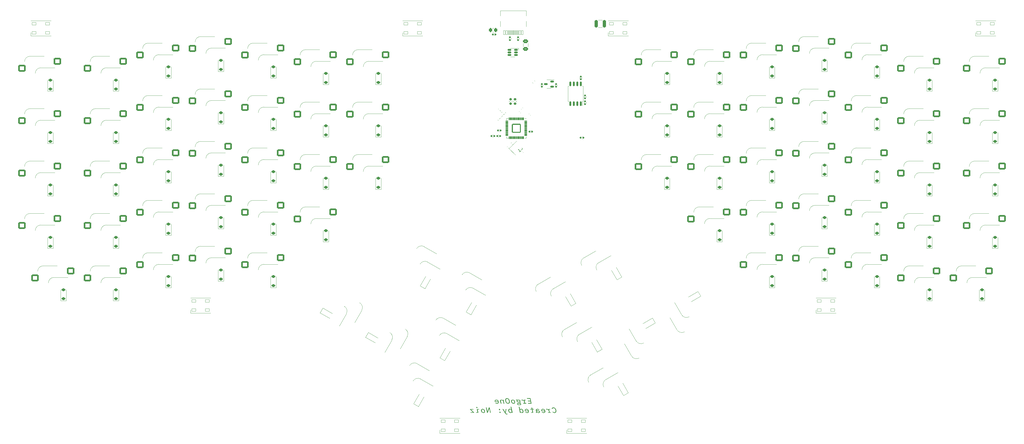
<source format=gbr>
%TF.GenerationSoftware,KiCad,Pcbnew,7.0.2*%
%TF.CreationDate,2023-06-06T09:56:26-04:00*%
%TF.ProjectId,arisu,61726973-752e-46b6-9963-61645f706362,1.1*%
%TF.SameCoordinates,Original*%
%TF.FileFunction,Legend,Bot*%
%TF.FilePolarity,Positive*%
%FSLAX46Y46*%
G04 Gerber Fmt 4.6, Leading zero omitted, Abs format (unit mm)*
G04 Created by KiCad (PCBNEW 7.0.2) date 2023-06-06 09:56:26*
%MOMM*%
%LPD*%
G01*
G04 APERTURE LIST*
G04 Aperture macros list*
%AMRoundRect*
0 Rectangle with rounded corners*
0 $1 Rounding radius*
0 $2 $3 $4 $5 $6 $7 $8 $9 X,Y pos of 4 corners*
0 Add a 4 corners polygon primitive as box body*
4,1,4,$2,$3,$4,$5,$6,$7,$8,$9,$2,$3,0*
0 Add four circle primitives for the rounded corners*
1,1,$1+$1,$2,$3*
1,1,$1+$1,$4,$5*
1,1,$1+$1,$6,$7*
1,1,$1+$1,$8,$9*
0 Add four rect primitives between the rounded corners*
20,1,$1+$1,$2,$3,$4,$5,0*
20,1,$1+$1,$4,$5,$6,$7,0*
20,1,$1+$1,$6,$7,$8,$9,0*
20,1,$1+$1,$8,$9,$2,$3,0*%
G04 Aperture macros list end*
%ADD10C,0.250000*%
%ADD11C,0.150000*%
%ADD12C,0.120000*%
%ADD13RoundRect,0.191000X-0.021213X0.219203X-0.219203X0.021213X0.021213X-0.219203X0.219203X-0.021213X0*%
%ADD14C,3.048000*%
%ADD15C,3.987800*%
%ADD16C,2.102000*%
%ADD17C,4.502000*%
%ADD18C,2.476910*%
%ADD19C,1.092610*%
%ADD20RoundRect,0.276000X0.375000X-0.225000X0.375000X0.225000X-0.375000X0.225000X-0.375000X-0.225000X0*%
%ADD21RoundRect,0.051000X0.750000X0.450000X-0.750000X0.450000X-0.750000X-0.450000X0.750000X-0.450000X0*%
%ADD22C,1.750000*%
%ADD23C,3.050000*%
%ADD24C,4.000000*%
%ADD25RoundRect,0.301000X1.025000X1.000000X-1.025000X1.000000X-1.025000X-1.000000X1.025000X-1.000000X0*%
%ADD26RoundRect,0.301000X-1.378525X0.387676X-0.353525X-1.387676X1.378525X-0.387676X0.353525X1.387676X0*%
%ADD27RoundRect,0.191000X0.021213X-0.219203X0.219203X-0.021213X-0.021213X0.219203X-0.219203X0.021213X0*%
%ADD28RoundRect,0.301000X-0.312500X-1.075000X0.312500X-1.075000X0.312500X1.075000X-0.312500X1.075000X0*%
%ADD29RoundRect,0.201000X0.150000X-0.650000X0.150000X0.650000X-0.150000X0.650000X-0.150000X-0.650000X0*%
%ADD30RoundRect,0.191000X0.219203X0.021213X0.021213X0.219203X-0.219203X-0.021213X-0.021213X-0.219203X0*%
%ADD31RoundRect,0.276000X0.437260X-0.007356X0.212260X0.382356X-0.437260X0.007356X-0.212260X-0.382356X0*%
%ADD32RoundRect,0.301000X1.387676X0.353525X-0.387676X1.378525X-1.387676X-0.353525X0.387676X-1.378525X0*%
%ADD33RoundRect,0.191000X0.140000X0.170000X-0.140000X0.170000X-0.140000X-0.170000X0.140000X-0.170000X0*%
%ADD34RoundRect,0.251000X-0.275000X0.200000X-0.275000X-0.200000X0.275000X-0.200000X0.275000X0.200000X0*%
%ADD35RoundRect,0.301000X0.387676X1.378525X-1.387676X0.353525X-0.387676X-1.378525X1.387676X-0.353525X0*%
%ADD36RoundRect,0.191000X-0.219203X-0.021213X-0.021213X-0.219203X0.219203X0.021213X0.021213X0.219203X0*%
%ADD37RoundRect,0.301000X0.353525X-1.387676X1.378525X0.387676X-0.353525X1.387676X-1.378525X-0.387676X0*%
%ADD38RoundRect,0.276000X0.007356X0.437260X-0.382356X0.212260X-0.007356X-0.437260X0.382356X-0.212260X0*%
%ADD39RoundRect,0.191000X-0.140000X-0.170000X0.140000X-0.170000X0.140000X0.170000X-0.140000X0.170000X0*%
%ADD40RoundRect,0.101000X0.387500X0.050000X-0.387500X0.050000X-0.387500X-0.050000X0.387500X-0.050000X0*%
%ADD41RoundRect,0.101000X0.050000X0.387500X-0.050000X0.387500X-0.050000X-0.387500X0.050000X-0.387500X0*%
%ADD42RoundRect,0.195000X1.456000X1.456000X-1.456000X1.456000X-1.456000X-1.456000X1.456000X-1.456000X0*%
%ADD43RoundRect,0.301000X-0.262500X-0.450000X0.262500X-0.450000X0.262500X0.450000X-0.262500X0.450000X0*%
%ADD44RoundRect,0.191000X0.170000X-0.140000X0.170000X0.140000X-0.170000X0.140000X-0.170000X-0.140000X0*%
%ADD45RoundRect,0.186000X-0.135000X-0.185000X0.135000X-0.185000X0.135000X0.185000X-0.135000X0.185000X0*%
%ADD46RoundRect,0.276000X-0.382356X-0.212260X0.007356X-0.437260X0.382356X0.212260X-0.007356X0.437260X0*%
%ADD47RoundRect,0.276000X0.212260X-0.382356X0.437260X0.007356X-0.212260X0.382356X-0.437260X-0.007356X0*%
%ADD48RoundRect,0.186000X0.185000X-0.135000X0.185000X0.135000X-0.185000X0.135000X-0.185000X-0.135000X0*%
%ADD49RoundRect,0.051000X-0.070711X-0.919239X0.919239X0.070711X0.070711X0.919239X-0.919239X-0.070711X0*%
%ADD50RoundRect,0.276000X-0.335876X-0.017678X-0.017678X-0.335876X0.335876X0.017678X0.017678X0.335876X0*%
%ADD51RoundRect,0.186000X-0.035355X0.226274X-0.226274X0.035355X0.035355X-0.226274X0.226274X-0.035355X0*%
%ADD52RoundRect,0.191000X-0.170000X0.140000X-0.170000X-0.140000X0.170000X-0.140000X0.170000X0.140000X0*%
%ADD53RoundRect,0.186000X-0.185000X0.135000X-0.185000X-0.135000X0.185000X-0.135000X0.185000X0.135000X0*%
%ADD54RoundRect,0.201000X0.475000X0.150000X-0.475000X0.150000X-0.475000X-0.150000X0.475000X-0.150000X0*%
%ADD55C,0.650000*%
%ADD56RoundRect,0.051000X-0.300000X-0.725000X0.300000X-0.725000X0.300000X0.725000X-0.300000X0.725000X0*%
%ADD57RoundRect,0.051000X-0.150000X-0.725000X0.150000X-0.725000X0.150000X0.725000X-0.150000X0.725000X0*%
%ADD58O,1.102000X1.702000*%
%ADD59O,1.102000X2.202000*%
%ADD60RoundRect,0.201000X0.512500X0.150000X-0.512500X0.150000X-0.512500X-0.150000X0.512500X-0.150000X0*%
%ADD61RoundRect,0.301000X-0.625000X0.375000X-0.625000X-0.375000X0.625000X-0.375000X0.625000X0.375000X0*%
G04 APERTURE END LIST*
D10*
G36*
X223459594Y-173602686D02*
G01*
X224453174Y-173602686D01*
X224594835Y-174283635D01*
X223758059Y-174283635D01*
X223804465Y-174505896D01*
X224641241Y-174505896D01*
X224770202Y-175127739D01*
X223776622Y-175127739D01*
X223823028Y-175350000D01*
X225086252Y-175350000D01*
X224676901Y-173380425D01*
X223413677Y-173380425D01*
X223459594Y-173602686D01*
G37*
G36*
X222437682Y-175127739D02*
G01*
X222041032Y-175127739D01*
X222087438Y-175350000D01*
X223159664Y-175350000D01*
X223113258Y-175127739D01*
X222710257Y-175127739D01*
X222509490Y-174162002D01*
X222904186Y-174162002D01*
X222858757Y-173943161D01*
X222246684Y-173943161D01*
X222254012Y-174203035D01*
X222238813Y-174187335D01*
X222223260Y-174171986D01*
X222207352Y-174156988D01*
X222191089Y-174142341D01*
X222174471Y-174128045D01*
X222157498Y-174114100D01*
X222140170Y-174100507D01*
X222122487Y-174087264D01*
X222104449Y-174074373D01*
X222086057Y-174061832D01*
X222067309Y-174049643D01*
X222048207Y-174037805D01*
X222028749Y-174026318D01*
X222008937Y-174015182D01*
X221988770Y-174004397D01*
X221968248Y-173993963D01*
X221947479Y-173984026D01*
X221926574Y-173974729D01*
X221905531Y-173966074D01*
X221884350Y-173958060D01*
X221863032Y-173950686D01*
X221841577Y-173943954D01*
X221819985Y-173937864D01*
X221798255Y-173932414D01*
X221776387Y-173927605D01*
X221754382Y-173923438D01*
X221732240Y-173919912D01*
X221709961Y-173917027D01*
X221687544Y-173914783D01*
X221664990Y-173913180D01*
X221642298Y-173912218D01*
X221619469Y-173911898D01*
X221599509Y-173912117D01*
X221574058Y-173913090D01*
X221549935Y-173914841D01*
X221527141Y-173917372D01*
X221505674Y-173920680D01*
X221485535Y-173924768D01*
X221462230Y-173930971D01*
X221445079Y-173936810D01*
X221425497Y-173944276D01*
X221404706Y-173952794D01*
X221386869Y-173960831D01*
X221367680Y-173970799D01*
X221355198Y-173978820D01*
X221542777Y-174220621D01*
X221558713Y-174209196D01*
X221577032Y-174199235D01*
X221596266Y-174190670D01*
X221615134Y-174183440D01*
X221621911Y-174181053D01*
X221643658Y-174174579D01*
X221663381Y-174170207D01*
X221684560Y-174166765D01*
X221707193Y-174164253D01*
X221731281Y-174162672D01*
X221751598Y-174162077D01*
X221762107Y-174162002D01*
X221782942Y-174162423D01*
X221803683Y-174163685D01*
X221824330Y-174165789D01*
X221844882Y-174168734D01*
X221865340Y-174172521D01*
X221885703Y-174177149D01*
X221905972Y-174182619D01*
X221926146Y-174188930D01*
X221946226Y-174196083D01*
X221966212Y-174204077D01*
X221979483Y-174209874D01*
X221999095Y-174219020D01*
X222018363Y-174228690D01*
X222037288Y-174238884D01*
X222055870Y-174249602D01*
X222074108Y-174260843D01*
X222092002Y-174272608D01*
X222109554Y-174284897D01*
X222126761Y-174297710D01*
X222143625Y-174311046D01*
X222160146Y-174324907D01*
X222170969Y-174334438D01*
X222186697Y-174349034D01*
X222201824Y-174363879D01*
X222216350Y-174378972D01*
X222230274Y-174394315D01*
X222243598Y-174409907D01*
X222256321Y-174425748D01*
X222268442Y-174441838D01*
X222279963Y-174458177D01*
X222290882Y-174474765D01*
X222301200Y-174491602D01*
X222307745Y-174502965D01*
X222437682Y-175127739D01*
G37*
G36*
X219815980Y-174000314D02*
G01*
X219820889Y-173997528D01*
X219841012Y-173986842D01*
X219861914Y-173976889D01*
X219883594Y-173967669D01*
X219906053Y-173959182D01*
X219929291Y-173951427D01*
X219953307Y-173944405D01*
X219978101Y-173938116D01*
X219997208Y-173933879D01*
X220010139Y-173931218D01*
X220029716Y-173927547D01*
X220049506Y-173924262D01*
X220069512Y-173921364D01*
X220089732Y-173918853D01*
X220110167Y-173916728D01*
X220130816Y-173914989D01*
X220151680Y-173913636D01*
X220172759Y-173912670D01*
X220194053Y-173912091D01*
X220215561Y-173911898D01*
X220238577Y-173912094D01*
X220261463Y-173912684D01*
X220284220Y-173913666D01*
X220306847Y-173915042D01*
X220329344Y-173916811D01*
X220351711Y-173918973D01*
X220373949Y-173921528D01*
X220396056Y-173924476D01*
X220418034Y-173927817D01*
X220439883Y-173931552D01*
X220461601Y-173935679D01*
X220483190Y-173940199D01*
X220504649Y-173945113D01*
X220525978Y-173950419D01*
X220547178Y-173956119D01*
X220568248Y-173962212D01*
X220589060Y-173968736D01*
X220609486Y-173975729D01*
X220629528Y-173983192D01*
X220649184Y-173991124D01*
X220668454Y-173999525D01*
X220687339Y-174008396D01*
X220705838Y-174017737D01*
X220723952Y-174027547D01*
X220741681Y-174037826D01*
X220759024Y-174048574D01*
X220775982Y-174059792D01*
X220792554Y-174071480D01*
X220808741Y-174083637D01*
X220824542Y-174096263D01*
X220839958Y-174109358D01*
X220854989Y-174122923D01*
X220869506Y-174136986D01*
X220883382Y-174151576D01*
X220896617Y-174166693D01*
X220909211Y-174182336D01*
X220921163Y-174198505D01*
X220932475Y-174215201D01*
X220943145Y-174232424D01*
X220953174Y-174250174D01*
X220962562Y-174268450D01*
X220971309Y-174287253D01*
X220979415Y-174306583D01*
X220986880Y-174326439D01*
X220993703Y-174346822D01*
X220999886Y-174367731D01*
X221005427Y-174389167D01*
X221010327Y-174411130D01*
X221014915Y-174435084D01*
X221018422Y-174458402D01*
X221020846Y-174481086D01*
X221022188Y-174503133D01*
X221022449Y-174524545D01*
X221021627Y-174545322D01*
X221019724Y-174565464D01*
X221016739Y-174584970D01*
X221011075Y-174609989D01*
X221003488Y-174633879D01*
X220994154Y-174656670D01*
X220983491Y-174678393D01*
X220971500Y-174699047D01*
X220958181Y-174718632D01*
X220943534Y-174737148D01*
X220927559Y-174754596D01*
X220910256Y-174770976D01*
X220891625Y-174786287D01*
X220909638Y-174796934D01*
X220927529Y-174808360D01*
X220945298Y-174820565D01*
X220962944Y-174833548D01*
X220980468Y-174847310D01*
X220997871Y-174861850D01*
X221015151Y-174877168D01*
X221032309Y-174893265D01*
X221048643Y-174910042D01*
X221063450Y-174927643D01*
X221076731Y-174946068D01*
X221088485Y-174965317D01*
X221098713Y-174985391D01*
X221107414Y-175006289D01*
X221114588Y-175028011D01*
X221120236Y-175050558D01*
X221121982Y-175059784D01*
X221125062Y-175082364D01*
X221126304Y-175104253D01*
X221125710Y-175125450D01*
X221123280Y-175145956D01*
X221119013Y-175165769D01*
X221112909Y-175184891D01*
X221108385Y-175195902D01*
X221098024Y-175216945D01*
X221085911Y-175236683D01*
X221072047Y-175255116D01*
X221056430Y-175272243D01*
X221042079Y-175285519D01*
X221061137Y-175294907D01*
X221080211Y-175305242D01*
X221099300Y-175316523D01*
X221118405Y-175328750D01*
X221137524Y-175341924D01*
X221156659Y-175356045D01*
X221175809Y-175371111D01*
X221194975Y-175387124D01*
X221199684Y-175391313D01*
X221217453Y-175408791D01*
X221233512Y-175427430D01*
X221247861Y-175447229D01*
X221260501Y-175468188D01*
X221271430Y-175490307D01*
X221280651Y-175513587D01*
X221288161Y-175538026D01*
X221292672Y-175557117D01*
X221294597Y-175567219D01*
X221297360Y-175587033D01*
X221298786Y-175615782D01*
X221296948Y-175643362D01*
X221291848Y-175669774D01*
X221283484Y-175695019D01*
X221271858Y-175719096D01*
X221256969Y-175742005D01*
X221238816Y-175763747D01*
X221224902Y-175777592D01*
X221209538Y-175790919D01*
X221192723Y-175803726D01*
X221174458Y-175816015D01*
X221154564Y-175827727D01*
X221132861Y-175838684D01*
X221109349Y-175848885D01*
X221084027Y-175858330D01*
X221056897Y-175867020D01*
X221027958Y-175874954D01*
X220997211Y-175882132D01*
X220964654Y-175888555D01*
X220930288Y-175894222D01*
X220894113Y-175899134D01*
X220856130Y-175903290D01*
X220836460Y-175905084D01*
X220816337Y-175906690D01*
X220795763Y-175908107D01*
X220774736Y-175909335D01*
X220753257Y-175910374D01*
X220731326Y-175911224D01*
X220708942Y-175911885D01*
X220686106Y-175912357D01*
X220662818Y-175912641D01*
X220639078Y-175912735D01*
X220614650Y-175912628D01*
X220590582Y-175912306D01*
X220566874Y-175911769D01*
X220543526Y-175911018D01*
X220520537Y-175910052D01*
X220497908Y-175908871D01*
X220475638Y-175907476D01*
X220453728Y-175905866D01*
X220432178Y-175904041D01*
X220410988Y-175902002D01*
X220390157Y-175899748D01*
X220369686Y-175897279D01*
X220349574Y-175894596D01*
X220329823Y-175891698D01*
X220291398Y-175885258D01*
X220254413Y-175877959D01*
X220218866Y-175869802D01*
X220184758Y-175860786D01*
X220152088Y-175850911D01*
X220120858Y-175840178D01*
X220091066Y-175828586D01*
X220062713Y-175816135D01*
X220035798Y-175802826D01*
X220010273Y-175788801D01*
X219986087Y-175774204D01*
X219963241Y-175759034D01*
X219941734Y-175743292D01*
X219921567Y-175726977D01*
X219902739Y-175710090D01*
X219885251Y-175692630D01*
X219869102Y-175674598D01*
X219854293Y-175655994D01*
X219840824Y-175636817D01*
X219828694Y-175617068D01*
X219817903Y-175596746D01*
X219808452Y-175575852D01*
X219800340Y-175554385D01*
X219793568Y-175532346D01*
X219788136Y-175509734D01*
X219786022Y-175498891D01*
X219783403Y-175482391D01*
X220037156Y-175482391D01*
X220040195Y-175504361D01*
X220041436Y-175509759D01*
X220048633Y-175530615D01*
X220059403Y-175550295D01*
X220073745Y-175568801D01*
X220091658Y-175586130D01*
X220107438Y-175598356D01*
X220125226Y-175609921D01*
X220145024Y-175620825D01*
X220166832Y-175631067D01*
X220190648Y-175640648D01*
X220199021Y-175643714D01*
X220225689Y-175652326D01*
X220244761Y-175657581D01*
X220264867Y-175662447D01*
X220286008Y-175666924D01*
X220308182Y-175671011D01*
X220331391Y-175674709D01*
X220355634Y-175678018D01*
X220380911Y-175680937D01*
X220407223Y-175683467D01*
X220434569Y-175685608D01*
X220462948Y-175687360D01*
X220492363Y-175688722D01*
X220522811Y-175689696D01*
X220554293Y-175690279D01*
X220586810Y-175690474D01*
X220603439Y-175690425D01*
X220635721Y-175690036D01*
X220666702Y-175689258D01*
X220696381Y-175688090D01*
X220724759Y-175686533D01*
X220751836Y-175684586D01*
X220777611Y-175682251D01*
X220802085Y-175679526D01*
X220825257Y-175676412D01*
X220847129Y-175672909D01*
X220867698Y-175669016D01*
X220886967Y-175664734D01*
X220913430Y-175657581D01*
X220936964Y-175649553D01*
X220957571Y-175640648D01*
X220963806Y-175637535D01*
X220986436Y-175624479D01*
X221005373Y-175610462D01*
X221020615Y-175595483D01*
X221034473Y-175575407D01*
X221042559Y-175553828D01*
X221044872Y-175530747D01*
X221042567Y-175511200D01*
X221040924Y-175504000D01*
X221034599Y-175483203D01*
X221026178Y-175463609D01*
X221015662Y-175445216D01*
X221003051Y-175428026D01*
X220988345Y-175412037D01*
X220982989Y-175406969D01*
X220966394Y-175392498D01*
X220949009Y-175379125D01*
X220930834Y-175366852D01*
X220911869Y-175355678D01*
X220892114Y-175345603D01*
X220873748Y-175347922D01*
X220853435Y-175349480D01*
X220833007Y-175350000D01*
X220300069Y-175350000D01*
X220289768Y-175350039D01*
X220260181Y-175350633D01*
X220232569Y-175351940D01*
X220206932Y-175353959D01*
X220183270Y-175356691D01*
X220161583Y-175360136D01*
X220141871Y-175364293D01*
X220118660Y-175370945D01*
X220098961Y-175378864D01*
X220079273Y-175390544D01*
X220066802Y-175401298D01*
X220052159Y-175419290D01*
X220042393Y-175439515D01*
X220037504Y-175461971D01*
X220037156Y-175482391D01*
X219783403Y-175482391D01*
X219782663Y-175477726D01*
X219780465Y-175457256D01*
X219779343Y-175427852D01*
X219780832Y-175400011D01*
X219784930Y-175373733D01*
X219791639Y-175349018D01*
X219800959Y-175325865D01*
X219812888Y-175304276D01*
X219827429Y-175284249D01*
X219844579Y-175265784D01*
X219864340Y-175248883D01*
X219878798Y-175238413D01*
X219902267Y-175223974D01*
X219927873Y-175211056D01*
X219946132Y-175203288D01*
X219965342Y-175196195D01*
X219985501Y-175189778D01*
X220006611Y-175184036D01*
X220028671Y-175178970D01*
X220051682Y-175174580D01*
X220075642Y-175170865D01*
X220100553Y-175167825D01*
X220126414Y-175165461D01*
X220153226Y-175163772D01*
X220180987Y-175162759D01*
X220209699Y-175162421D01*
X220705512Y-175162421D01*
X220722187Y-175162125D01*
X220743299Y-175160808D01*
X220763129Y-175158438D01*
X220786112Y-175153995D01*
X220807092Y-175147905D01*
X220826069Y-175140170D01*
X220846196Y-175128715D01*
X220857622Y-175119595D01*
X220870897Y-175103308D01*
X220879535Y-175083897D01*
X220883537Y-175061360D01*
X220883329Y-175040191D01*
X220879901Y-175016852D01*
X220877154Y-175005495D01*
X220870288Y-174986207D01*
X220860805Y-174967668D01*
X220848703Y-174949876D01*
X220833984Y-174932833D01*
X220829315Y-174928099D01*
X220814963Y-174914240D01*
X220800097Y-174900896D01*
X220784715Y-174888068D01*
X220768819Y-174875754D01*
X220752407Y-174863956D01*
X220738840Y-174868869D01*
X220715770Y-174876504D01*
X220696903Y-174882114D01*
X220677668Y-174887281D01*
X220658068Y-174892006D01*
X220638101Y-174896288D01*
X220617768Y-174900127D01*
X220597068Y-174903524D01*
X220576094Y-174906386D01*
X220554936Y-174908866D01*
X220533596Y-174910965D01*
X220512072Y-174912683D01*
X220490365Y-174914018D01*
X220468474Y-174914972D01*
X220446401Y-174915545D01*
X220424144Y-174915736D01*
X220408145Y-174915633D01*
X220384138Y-174915092D01*
X220360122Y-174914087D01*
X220336098Y-174912619D01*
X220312065Y-174910687D01*
X220288024Y-174908291D01*
X220263974Y-174905432D01*
X220239916Y-174902109D01*
X220215849Y-174898322D01*
X220191774Y-174894072D01*
X220167689Y-174889357D01*
X220151699Y-174885875D01*
X220127971Y-174880186D01*
X220104553Y-174873940D01*
X220081443Y-174867135D01*
X220058643Y-174859772D01*
X220036151Y-174851850D01*
X220013969Y-174843371D01*
X219992096Y-174834334D01*
X219970532Y-174824738D01*
X219949277Y-174814584D01*
X219928331Y-174803872D01*
X219914600Y-174796349D01*
X219894490Y-174784555D01*
X219874964Y-174772151D01*
X219856022Y-174759138D01*
X219837664Y-174745516D01*
X219819889Y-174731283D01*
X219802699Y-174716441D01*
X219786092Y-174700989D01*
X219770070Y-174684928D01*
X219754631Y-174668257D01*
X219739776Y-174650976D01*
X219730260Y-174639094D01*
X219716709Y-174620677D01*
X219704025Y-174601548D01*
X219692208Y-174581705D01*
X219681259Y-174561150D01*
X219671177Y-174539883D01*
X219661962Y-174517902D01*
X219653614Y-174495209D01*
X219646134Y-174471803D01*
X219639520Y-174447685D01*
X219633774Y-174422854D01*
X219629218Y-174398170D01*
X219625806Y-174374188D01*
X219624919Y-174365079D01*
X219906725Y-174365079D01*
X219908871Y-174389222D01*
X219913188Y-174414549D01*
X219917192Y-174431681D01*
X219924699Y-174456362D01*
X219934010Y-174479823D01*
X219945124Y-174502066D01*
X219958041Y-174523089D01*
X219972762Y-174542892D01*
X219989285Y-174561477D01*
X220007612Y-174578842D01*
X220027742Y-174594988D01*
X220049675Y-174609914D01*
X220073412Y-174623621D01*
X220081665Y-174627919D01*
X220106919Y-174639993D01*
X220132910Y-174650840D01*
X220159641Y-174660458D01*
X220187110Y-174668849D01*
X220215317Y-174676011D01*
X220234532Y-174680104D01*
X220254075Y-174683652D01*
X220273946Y-174686653D01*
X220294146Y-174689109D01*
X220314674Y-174691019D01*
X220335530Y-174692383D01*
X220356714Y-174693202D01*
X220378227Y-174693475D01*
X220399980Y-174693202D01*
X220421152Y-174692383D01*
X220441745Y-174691019D01*
X220461758Y-174689109D01*
X220490689Y-174685221D01*
X220518315Y-174680104D01*
X220544636Y-174673760D01*
X220569652Y-174666188D01*
X220593363Y-174657388D01*
X220615768Y-174647361D01*
X220636868Y-174636105D01*
X220656664Y-174623621D01*
X220668914Y-174614619D01*
X220685372Y-174600099D01*
X220699528Y-174584359D01*
X220711383Y-174567401D01*
X220720938Y-174549223D01*
X220728190Y-174529825D01*
X220733142Y-174509209D01*
X220735792Y-174487373D01*
X220736142Y-174464318D01*
X220734190Y-174440043D01*
X220729936Y-174414549D01*
X220725964Y-174397533D01*
X220718616Y-174372995D01*
X220709603Y-174349642D01*
X220698924Y-174327474D01*
X220686579Y-174306491D01*
X220672569Y-174286693D01*
X220656893Y-174268080D01*
X220639550Y-174250652D01*
X220620542Y-174234409D01*
X220599868Y-174219351D01*
X220577529Y-174205478D01*
X220553672Y-174192732D01*
X220528631Y-174181240D01*
X220502404Y-174171002D01*
X220474993Y-174162018D01*
X220456060Y-174156724D01*
X220436601Y-174151988D01*
X220416615Y-174147809D01*
X220396102Y-174144188D01*
X220375063Y-174141123D01*
X220353497Y-174138616D01*
X220331405Y-174136666D01*
X220308785Y-174135273D01*
X220285640Y-174134437D01*
X220261967Y-174134159D01*
X220250304Y-174134228D01*
X220227525Y-174134785D01*
X220205474Y-174135900D01*
X220184152Y-174137571D01*
X220163560Y-174139800D01*
X220143696Y-174142586D01*
X220115267Y-174147809D01*
X220088478Y-174154287D01*
X220063329Y-174162018D01*
X220039820Y-174171002D01*
X220017951Y-174181240D01*
X219997723Y-174192732D01*
X219979134Y-174205478D01*
X219967771Y-174214595D01*
X219952537Y-174229258D01*
X219939475Y-174245106D01*
X219928586Y-174262139D01*
X219919869Y-174280357D01*
X219913324Y-174299760D01*
X219908952Y-174320348D01*
X219906753Y-174342121D01*
X219906725Y-174365079D01*
X219624919Y-174365079D01*
X219623539Y-174350909D01*
X219622417Y-174328332D01*
X219622440Y-174306457D01*
X219623608Y-174285284D01*
X219625921Y-174264813D01*
X219629378Y-174245045D01*
X219631510Y-174235355D01*
X219637856Y-174211833D01*
X219645658Y-174189312D01*
X219654915Y-174167793D01*
X219665627Y-174147275D01*
X219677794Y-174127760D01*
X219691416Y-174109246D01*
X219408583Y-173895289D01*
X219536566Y-173741905D01*
X219815980Y-174000314D01*
G37*
G36*
X218240985Y-173912186D02*
G01*
X218264206Y-173913050D01*
X218287315Y-173914491D01*
X218310314Y-173916508D01*
X218333202Y-173919101D01*
X218355980Y-173922270D01*
X218378647Y-173926016D01*
X218401203Y-173930338D01*
X218423648Y-173935236D01*
X218445983Y-173940711D01*
X218468208Y-173946761D01*
X218490321Y-173953388D01*
X218512324Y-173960592D01*
X218534216Y-173968371D01*
X218555998Y-173976727D01*
X218577668Y-173985659D01*
X218599110Y-173995223D01*
X218620205Y-174005473D01*
X218640952Y-174016411D01*
X218661352Y-174028035D01*
X218681405Y-174040346D01*
X218701110Y-174053345D01*
X218720468Y-174067030D01*
X218739479Y-174081402D01*
X218758143Y-174096461D01*
X218776459Y-174112207D01*
X218794428Y-174128640D01*
X218812050Y-174145760D01*
X218829324Y-174163567D01*
X218846252Y-174182061D01*
X218862831Y-174201241D01*
X218879064Y-174221109D01*
X218894835Y-174241656D01*
X218910029Y-174262997D01*
X218924648Y-174285131D01*
X218938690Y-174308060D01*
X218952156Y-174331782D01*
X218965045Y-174356297D01*
X218977358Y-174381607D01*
X218989095Y-174407711D01*
X219000256Y-174434608D01*
X219010841Y-174462299D01*
X219020849Y-174490784D01*
X219030281Y-174520062D01*
X219039137Y-174550135D01*
X219047416Y-174581001D01*
X219055119Y-174612661D01*
X219062246Y-174645115D01*
X219068633Y-174677572D01*
X219074115Y-174709244D01*
X219078693Y-174740129D01*
X219082366Y-174770228D01*
X219085134Y-174799541D01*
X219086999Y-174828068D01*
X219087959Y-174855808D01*
X219088014Y-174882763D01*
X219087165Y-174908931D01*
X219085411Y-174934313D01*
X219082753Y-174958909D01*
X219079191Y-174982719D01*
X219074724Y-175005743D01*
X219069352Y-175027981D01*
X219063076Y-175049432D01*
X219055896Y-175070097D01*
X219047887Y-175090028D01*
X219039249Y-175109275D01*
X219029981Y-175127840D01*
X219020084Y-175145721D01*
X219009557Y-175162919D01*
X218998400Y-175179434D01*
X218986613Y-175195266D01*
X218967752Y-175217733D01*
X218947475Y-175238663D01*
X218925781Y-175258056D01*
X218902670Y-175275912D01*
X218886475Y-175286962D01*
X218869651Y-175297329D01*
X218852197Y-175307013D01*
X218834253Y-175316004D01*
X218815958Y-175324415D01*
X218797311Y-175332246D01*
X218778314Y-175339497D01*
X218758965Y-175346168D01*
X218739266Y-175352259D01*
X218719215Y-175357769D01*
X218698813Y-175362700D01*
X218678060Y-175367051D01*
X218656956Y-175370821D01*
X218635501Y-175374012D01*
X218613694Y-175376622D01*
X218591537Y-175378652D01*
X218569028Y-175380102D01*
X218546169Y-175380973D01*
X218522958Y-175381263D01*
X218499747Y-175380973D01*
X218476643Y-175380102D01*
X218453646Y-175378652D01*
X218430756Y-175376622D01*
X218407973Y-175374012D01*
X218385297Y-175370821D01*
X218362727Y-175367051D01*
X218340264Y-175362700D01*
X218317909Y-175357769D01*
X218295660Y-175352259D01*
X218273517Y-175346168D01*
X218251482Y-175339497D01*
X218229554Y-175332246D01*
X218207732Y-175324415D01*
X218186017Y-175316004D01*
X218164410Y-175307013D01*
X218142966Y-175297329D01*
X218121865Y-175286962D01*
X218101109Y-175275912D01*
X218080695Y-175264179D01*
X218060625Y-175251762D01*
X218040899Y-175238663D01*
X218021516Y-175224880D01*
X218002477Y-175210415D01*
X217983780Y-175195266D01*
X217965428Y-175179434D01*
X217947419Y-175162919D01*
X217929753Y-175145721D01*
X217912431Y-175127840D01*
X217895452Y-175109275D01*
X217878817Y-175090028D01*
X217862525Y-175070097D01*
X217846695Y-175049432D01*
X217831445Y-175027981D01*
X217816776Y-175005743D01*
X217802686Y-174982719D01*
X217789176Y-174958909D01*
X217776247Y-174934313D01*
X217763897Y-174908931D01*
X217752128Y-174882763D01*
X217740938Y-174855808D01*
X217730329Y-174828068D01*
X217720300Y-174799541D01*
X217710851Y-174770228D01*
X217701981Y-174740129D01*
X217693692Y-174709244D01*
X217685984Y-174677572D01*
X217678855Y-174645115D01*
X217672472Y-174612661D01*
X217667001Y-174581001D01*
X217662443Y-174550135D01*
X217658796Y-174520062D01*
X217656062Y-174490784D01*
X217654446Y-174465519D01*
X217937408Y-174465519D01*
X217938483Y-174494047D01*
X217939882Y-174513819D01*
X217941826Y-174534194D01*
X217944316Y-174555172D01*
X217947352Y-174576753D01*
X217950934Y-174598937D01*
X217955061Y-174621725D01*
X217959734Y-174645115D01*
X217964823Y-174668682D01*
X217970198Y-174691635D01*
X217975860Y-174713974D01*
X217981807Y-174735698D01*
X217988041Y-174756808D01*
X217994562Y-174777303D01*
X218001368Y-174797184D01*
X218008460Y-174816451D01*
X218015839Y-174835103D01*
X218023504Y-174853141D01*
X218035538Y-174879045D01*
X218048217Y-174903567D01*
X218061539Y-174926707D01*
X218075505Y-174948464D01*
X218085076Y-174962262D01*
X218099834Y-174982036D01*
X218115072Y-175000702D01*
X218130792Y-175018260D01*
X218146992Y-175034711D01*
X218163673Y-175050054D01*
X218180835Y-175064289D01*
X218198478Y-175077416D01*
X218216601Y-175089436D01*
X218235206Y-175100348D01*
X218254291Y-175110153D01*
X218267240Y-175116068D01*
X218286906Y-175124226D01*
X218306864Y-175131524D01*
X218327114Y-175137964D01*
X218347657Y-175143546D01*
X218368491Y-175148268D01*
X218389617Y-175152132D01*
X218411035Y-175155138D01*
X218432745Y-175157284D01*
X218454747Y-175158572D01*
X218477040Y-175159002D01*
X218484485Y-175158954D01*
X218506395Y-175158246D01*
X218527670Y-175156687D01*
X218548310Y-175154279D01*
X218568314Y-175151020D01*
X218587682Y-175146912D01*
X218612519Y-175140111D01*
X218636226Y-175131799D01*
X218658803Y-175121976D01*
X218680250Y-175110642D01*
X218695436Y-175101007D01*
X218714201Y-175086398D01*
X218731271Y-175069775D01*
X218746647Y-175051136D01*
X218760328Y-175030482D01*
X218772315Y-175007813D01*
X218780193Y-174989489D01*
X218787119Y-174970032D01*
X218793091Y-174949441D01*
X218797981Y-174927509D01*
X218801660Y-174904212D01*
X218804129Y-174879550D01*
X218805387Y-174853522D01*
X218805434Y-174826130D01*
X218804270Y-174797371D01*
X218802822Y-174777441D01*
X218800836Y-174756903D01*
X218798311Y-174735759D01*
X218795249Y-174714008D01*
X218791648Y-174691651D01*
X218787509Y-174668686D01*
X218782832Y-174645115D01*
X218780324Y-174633344D01*
X218775092Y-174610256D01*
X218769573Y-174587770D01*
X218763769Y-174565887D01*
X218757678Y-174544608D01*
X218751301Y-174523931D01*
X218744637Y-174503857D01*
X218737688Y-174484387D01*
X218730452Y-174465519D01*
X218719062Y-174438348D01*
X218707028Y-174412533D01*
X218694350Y-174388076D01*
X218681027Y-174364975D01*
X218667061Y-174343230D01*
X218657429Y-174329436D01*
X218642580Y-174309683D01*
X218627250Y-174291054D01*
X218611439Y-174273550D01*
X218595147Y-174257171D01*
X218578374Y-174241917D01*
X218561121Y-174227788D01*
X218543387Y-174214783D01*
X218525171Y-174202903D01*
X218506475Y-174192149D01*
X218487299Y-174182519D01*
X218474291Y-174176663D01*
X218454543Y-174168587D01*
X218434512Y-174161361D01*
X218414197Y-174154986D01*
X218393599Y-174149460D01*
X218372718Y-174144785D01*
X218351553Y-174140959D01*
X218330105Y-174137984D01*
X218308373Y-174135859D01*
X218286359Y-174134584D01*
X218264061Y-174134159D01*
X218256707Y-174134206D01*
X218235064Y-174134914D01*
X218214049Y-174136473D01*
X218193660Y-174138881D01*
X218173897Y-174142140D01*
X218154762Y-174146249D01*
X218130223Y-174153049D01*
X218106799Y-174161361D01*
X218084489Y-174171184D01*
X218063293Y-174182519D01*
X218048190Y-174192149D01*
X218029510Y-174206738D01*
X218012493Y-174223328D01*
X217997140Y-174241917D01*
X217983451Y-174262506D01*
X217971426Y-174285094D01*
X217963499Y-174303348D01*
X217956508Y-174322727D01*
X217950453Y-174343230D01*
X217945388Y-174364975D01*
X217941551Y-174388076D01*
X217938942Y-174412533D01*
X217937561Y-174438348D01*
X217937408Y-174465519D01*
X217654446Y-174465519D01*
X217654240Y-174462299D01*
X217653329Y-174434608D01*
X217653331Y-174407711D01*
X217654245Y-174381607D01*
X217656071Y-174356297D01*
X217658810Y-174331782D01*
X217662460Y-174308060D01*
X217667022Y-174285131D01*
X217672497Y-174262997D01*
X217678883Y-174241656D01*
X217686182Y-174221109D01*
X217694191Y-174201241D01*
X217702829Y-174182061D01*
X217712097Y-174163567D01*
X217721994Y-174145760D01*
X217732521Y-174128640D01*
X217743678Y-174112207D01*
X217755465Y-174096461D01*
X217774326Y-174074130D01*
X217794603Y-174053345D01*
X217816297Y-174034105D01*
X217839408Y-174016411D01*
X217855603Y-174005473D01*
X217872427Y-173995223D01*
X217889881Y-173985659D01*
X217907762Y-173976727D01*
X217925990Y-173968371D01*
X217944566Y-173960592D01*
X217963489Y-173953388D01*
X217982760Y-173946761D01*
X218002377Y-173940711D01*
X218022342Y-173935236D01*
X218042654Y-173930338D01*
X218063314Y-173926016D01*
X218084321Y-173922270D01*
X218105675Y-173919101D01*
X218127376Y-173916508D01*
X218149425Y-173914491D01*
X218171821Y-173913050D01*
X218194564Y-173912186D01*
X218217654Y-173911898D01*
X218240985Y-173912186D01*
G37*
G36*
X216141636Y-173365000D02*
G01*
X216161191Y-173365618D01*
X216180715Y-173366648D01*
X216200209Y-173368091D01*
X216219672Y-173369946D01*
X216239104Y-173372213D01*
X216258506Y-173374892D01*
X216277878Y-173377983D01*
X216297219Y-173381486D01*
X216316529Y-173385402D01*
X216335809Y-173389729D01*
X216355059Y-173394469D01*
X216374277Y-173399621D01*
X216393466Y-173405185D01*
X216412623Y-173411162D01*
X216431751Y-173417550D01*
X216450729Y-173424398D01*
X216469563Y-173431754D01*
X216488251Y-173439618D01*
X216506794Y-173447989D01*
X216525193Y-173456867D01*
X216543446Y-173466254D01*
X216561554Y-173476147D01*
X216579518Y-173486549D01*
X216597336Y-173497458D01*
X216615009Y-173508874D01*
X216632537Y-173520798D01*
X216649921Y-173533230D01*
X216667159Y-173546169D01*
X216684252Y-173559615D01*
X216701200Y-173573570D01*
X216718003Y-173588032D01*
X216734616Y-173602980D01*
X216750991Y-173618516D01*
X216767131Y-173634640D01*
X216783033Y-173651352D01*
X216798699Y-173668651D01*
X216814128Y-173686538D01*
X216829321Y-173705012D01*
X216844277Y-173724075D01*
X216858996Y-173743725D01*
X216873479Y-173763963D01*
X216887725Y-173784788D01*
X216901735Y-173806202D01*
X216915508Y-173828202D01*
X216929044Y-173850791D01*
X216942344Y-173873967D01*
X216955407Y-173897732D01*
X216968177Y-173922137D01*
X216980595Y-173947237D01*
X216992662Y-173973031D01*
X217004378Y-173999520D01*
X217015743Y-174026703D01*
X217026757Y-174054581D01*
X217037420Y-174083154D01*
X217047731Y-174112421D01*
X217057692Y-174142383D01*
X217067301Y-174173039D01*
X217076560Y-174204390D01*
X217085467Y-174236435D01*
X217094023Y-174269175D01*
X217102228Y-174302610D01*
X217110082Y-174336739D01*
X217117585Y-174371563D01*
X217124591Y-174406568D01*
X217130957Y-174440874D01*
X217136681Y-174474482D01*
X217141765Y-174507392D01*
X217146207Y-174539604D01*
X217150008Y-174571117D01*
X217153168Y-174601931D01*
X217155687Y-174632048D01*
X217157564Y-174661466D01*
X217158801Y-174690185D01*
X217159396Y-174718206D01*
X217159350Y-174745529D01*
X217158663Y-174772153D01*
X217157335Y-174798079D01*
X217155366Y-174823307D01*
X217152756Y-174847836D01*
X217149584Y-174871661D01*
X217145932Y-174894899D01*
X217141799Y-174917548D01*
X217137185Y-174939610D01*
X217132090Y-174961085D01*
X217126515Y-174981971D01*
X217120458Y-175002270D01*
X217113921Y-175021981D01*
X217106903Y-175041105D01*
X217099404Y-175059641D01*
X217087254Y-175086342D01*
X217074022Y-175111722D01*
X217059708Y-175135778D01*
X217044312Y-175158513D01*
X217033510Y-175172916D01*
X217016641Y-175193575D01*
X216998974Y-175213101D01*
X216980509Y-175231494D01*
X216961244Y-175248753D01*
X216941182Y-175264879D01*
X216920320Y-175279871D01*
X216898661Y-175293730D01*
X216876202Y-175306456D01*
X216852945Y-175318048D01*
X216828890Y-175328506D01*
X216812424Y-175334895D01*
X216787347Y-175343705D01*
X216761814Y-175351587D01*
X216735827Y-175358542D01*
X216709384Y-175364570D01*
X216682487Y-175369671D01*
X216655134Y-175373844D01*
X216627326Y-175377089D01*
X216599063Y-175379408D01*
X216570345Y-175380799D01*
X216541172Y-175381263D01*
X216531376Y-175381211D01*
X216511814Y-175380799D01*
X216492290Y-175379975D01*
X216463075Y-175377965D01*
X216433946Y-175375029D01*
X216404903Y-175371165D01*
X216385589Y-175368073D01*
X216366313Y-175364570D01*
X216347075Y-175360655D01*
X216327875Y-175356327D01*
X216308713Y-175351587D01*
X216289590Y-175346435D01*
X216270505Y-175340871D01*
X216251458Y-175334895D01*
X216232449Y-175328506D01*
X216213531Y-175321660D01*
X216194759Y-175314310D01*
X216176132Y-175306456D01*
X216157649Y-175298098D01*
X216139312Y-175289236D01*
X216121120Y-175279871D01*
X216103072Y-175270002D01*
X216085170Y-175259630D01*
X216067413Y-175248753D01*
X216049801Y-175237373D01*
X216032334Y-175225489D01*
X216015011Y-175213101D01*
X215997834Y-175200210D01*
X215980802Y-175186815D01*
X215963915Y-175172916D01*
X215947173Y-175158513D01*
X215930622Y-175143504D01*
X215914307Y-175127906D01*
X215898229Y-175111722D01*
X215882388Y-175094949D01*
X215866783Y-175077589D01*
X215851414Y-175059641D01*
X215836283Y-175041105D01*
X215821388Y-175021981D01*
X215806729Y-175002270D01*
X215792308Y-174981971D01*
X215778123Y-174961085D01*
X215764174Y-174939610D01*
X215750462Y-174917548D01*
X215736987Y-174894899D01*
X215723748Y-174871661D01*
X215710746Y-174847836D01*
X215697977Y-174823307D01*
X215685558Y-174798079D01*
X215673491Y-174772153D01*
X215661775Y-174745529D01*
X215650410Y-174718206D01*
X215639396Y-174690185D01*
X215628734Y-174661466D01*
X215618422Y-174632048D01*
X215608462Y-174601931D01*
X215598852Y-174571117D01*
X215589594Y-174539604D01*
X215580687Y-174507392D01*
X215572130Y-174474482D01*
X215563925Y-174440874D01*
X215556071Y-174406568D01*
X215548569Y-174371563D01*
X215541562Y-174336739D01*
X215535196Y-174302610D01*
X215529472Y-174269175D01*
X215524389Y-174236435D01*
X215519946Y-174204390D01*
X215516145Y-174173039D01*
X215512985Y-174142383D01*
X215510467Y-174112421D01*
X215508589Y-174083154D01*
X215507518Y-174058398D01*
X215795117Y-174058398D01*
X215795678Y-174085695D01*
X215796964Y-174113886D01*
X215798975Y-174142970D01*
X215801711Y-174172947D01*
X215805172Y-174203817D01*
X215809359Y-174235580D01*
X215814270Y-174268236D01*
X215819907Y-174301786D01*
X215826269Y-174336228D01*
X215833356Y-174371563D01*
X215840983Y-174407079D01*
X215848964Y-174441699D01*
X215857301Y-174475421D01*
X215865993Y-174508247D01*
X215875039Y-174540176D01*
X215884441Y-174571208D01*
X215894197Y-174601344D01*
X215904308Y-174630582D01*
X215914775Y-174658924D01*
X215925596Y-174686369D01*
X215936772Y-174712917D01*
X215948303Y-174738568D01*
X215960188Y-174763322D01*
X215972429Y-174787180D01*
X215985025Y-174810141D01*
X215997975Y-174832205D01*
X216011142Y-174853446D01*
X216024506Y-174873940D01*
X216038069Y-174893685D01*
X216051831Y-174912683D01*
X216065791Y-174930932D01*
X216079949Y-174948434D01*
X216094306Y-174965187D01*
X216108862Y-174981193D01*
X216123616Y-174996450D01*
X216138568Y-175010960D01*
X216153718Y-175024721D01*
X216169068Y-175037735D01*
X216184615Y-175050001D01*
X216208309Y-175066996D01*
X216232449Y-175082309D01*
X216248645Y-175091596D01*
X216272997Y-175104403D01*
X216297417Y-175115862D01*
X216321906Y-175125973D01*
X216346464Y-175134736D01*
X216371091Y-175142150D01*
X216395786Y-175148217D01*
X216420550Y-175152935D01*
X216445383Y-175156305D01*
X216470284Y-175158328D01*
X216495254Y-175159002D01*
X216511962Y-175158702D01*
X216536479Y-175157129D01*
X216560345Y-175154208D01*
X216583557Y-175149939D01*
X216606117Y-175144322D01*
X216628025Y-175137357D01*
X216649280Y-175129044D01*
X216669882Y-175119382D01*
X216689831Y-175108373D01*
X216709129Y-175096015D01*
X216727773Y-175082309D01*
X216745437Y-175066996D01*
X216761977Y-175050001D01*
X216777391Y-175031322D01*
X216791681Y-175010960D01*
X216804846Y-174988915D01*
X216816885Y-174965187D01*
X216827801Y-174939776D01*
X216837591Y-174912683D01*
X216843493Y-174893685D01*
X216848895Y-174873940D01*
X216853797Y-174853446D01*
X216858199Y-174832205D01*
X216861929Y-174810141D01*
X216864938Y-174787180D01*
X216867226Y-174763322D01*
X216868793Y-174738568D01*
X216869638Y-174712917D01*
X216869762Y-174686369D01*
X216869165Y-174658924D01*
X216867846Y-174630582D01*
X216865807Y-174601344D01*
X216863045Y-174571208D01*
X216859563Y-174540176D01*
X216855359Y-174508247D01*
X216850435Y-174475421D01*
X216844788Y-174441699D01*
X216838421Y-174407079D01*
X216831332Y-174371563D01*
X216823707Y-174336228D01*
X216815731Y-174301786D01*
X216807404Y-174268236D01*
X216798726Y-174235580D01*
X216789696Y-174203817D01*
X216780316Y-174172947D01*
X216770584Y-174142970D01*
X216760502Y-174113886D01*
X216750068Y-174085695D01*
X216739283Y-174058398D01*
X216728147Y-174031993D01*
X216716660Y-174006481D01*
X216704822Y-173981862D01*
X216692633Y-173958136D01*
X216680092Y-173935303D01*
X216667201Y-173913363D01*
X216653977Y-173892183D01*
X216640563Y-173871750D01*
X216626958Y-173852066D01*
X216613162Y-173833129D01*
X216599175Y-173814941D01*
X216584998Y-173797500D01*
X216570630Y-173780808D01*
X216556070Y-173764863D01*
X216541320Y-173749667D01*
X216526380Y-173735218D01*
X216511248Y-173721518D01*
X216495926Y-173708565D01*
X216480412Y-173696361D01*
X216456785Y-173679457D01*
X216432728Y-173664235D01*
X216416526Y-173654889D01*
X216392144Y-173642001D01*
X216367668Y-173630469D01*
X216343097Y-173620294D01*
X216318432Y-173611475D01*
X216293672Y-173604013D01*
X216268818Y-173597908D01*
X216243869Y-173593160D01*
X216218826Y-173589768D01*
X216193689Y-173587733D01*
X216168457Y-173587055D01*
X216151927Y-173587356D01*
X216127654Y-173588939D01*
X216104007Y-173591878D01*
X216080988Y-173596175D01*
X216058595Y-173601828D01*
X216036830Y-173608837D01*
X216015691Y-173617203D01*
X215995179Y-173626926D01*
X215975293Y-173638006D01*
X215956035Y-173650442D01*
X215937403Y-173664235D01*
X215919656Y-173679457D01*
X215903051Y-173696361D01*
X215887588Y-173714948D01*
X215873267Y-173735218D01*
X215860087Y-173757172D01*
X215848050Y-173780808D01*
X215837155Y-173806127D01*
X215827402Y-173833129D01*
X215821535Y-173852066D01*
X215816175Y-173871750D01*
X215811322Y-173892183D01*
X215806978Y-173913363D01*
X215803188Y-173935303D01*
X215800123Y-173958136D01*
X215797784Y-173981862D01*
X215796170Y-174006481D01*
X215795281Y-174031993D01*
X215795117Y-174058398D01*
X215507518Y-174058398D01*
X215507353Y-174054581D01*
X215506757Y-174026703D01*
X215506803Y-173999520D01*
X215507490Y-173973031D01*
X215508818Y-173947237D01*
X215510787Y-173922137D01*
X215513398Y-173897732D01*
X215516508Y-173873967D01*
X215520099Y-173850791D01*
X215524171Y-173828202D01*
X215528724Y-173806202D01*
X215533758Y-173784788D01*
X215539272Y-173763963D01*
X215545268Y-173743725D01*
X215551744Y-173724075D01*
X215558701Y-173705012D01*
X215566139Y-173686538D01*
X215578197Y-173659928D01*
X215591338Y-173634640D01*
X215605560Y-173610675D01*
X215620865Y-173588032D01*
X215631605Y-173573570D01*
X215648382Y-173552829D01*
X215665958Y-173533230D01*
X215684332Y-173514773D01*
X215703504Y-173497458D01*
X215723476Y-173481285D01*
X215744245Y-173466254D01*
X215765814Y-173452365D01*
X215788180Y-173439618D01*
X215811346Y-173428013D01*
X215835310Y-173417550D01*
X215851657Y-173411162D01*
X215876571Y-173402352D01*
X215901957Y-173394469D01*
X215927816Y-173387514D01*
X215954147Y-173381486D01*
X215980950Y-173376386D01*
X216008226Y-173372213D01*
X216035974Y-173368967D01*
X216064194Y-173366648D01*
X216092886Y-173365257D01*
X216122051Y-173364794D01*
X216141636Y-173365000D01*
G37*
G36*
X215167061Y-175350000D02*
G01*
X214874458Y-173943161D01*
X214648289Y-173943161D01*
X214665875Y-174191311D01*
X214651913Y-174176159D01*
X214637627Y-174161354D01*
X214623016Y-174146895D01*
X214608081Y-174132785D01*
X214592822Y-174119021D01*
X214577238Y-174105605D01*
X214561329Y-174092536D01*
X214545097Y-174079815D01*
X214528540Y-174067440D01*
X214511659Y-174055413D01*
X214494453Y-174043733D01*
X214476923Y-174032401D01*
X214459068Y-174021416D01*
X214440889Y-174010778D01*
X214422386Y-174000487D01*
X214403558Y-173990544D01*
X214384427Y-173981020D01*
X214365136Y-173972111D01*
X214345684Y-173963816D01*
X214326072Y-173956136D01*
X214306300Y-173949070D01*
X214286367Y-173942619D01*
X214266275Y-173936782D01*
X214246022Y-173931559D01*
X214225608Y-173926951D01*
X214205035Y-173922957D01*
X214184301Y-173919578D01*
X214163406Y-173916813D01*
X214142352Y-173914663D01*
X214121137Y-173913126D01*
X214099762Y-173912205D01*
X214078227Y-173911898D01*
X214046161Y-173912482D01*
X214015361Y-173914237D01*
X213985826Y-173917161D01*
X213957555Y-173921255D01*
X213930550Y-173926519D01*
X213904810Y-173932952D01*
X213880336Y-173940555D01*
X213857126Y-173949328D01*
X213835181Y-173959270D01*
X213814502Y-173970382D01*
X213795087Y-173982664D01*
X213776938Y-173996116D01*
X213760054Y-174010737D01*
X213744434Y-174026528D01*
X213730080Y-174043488D01*
X213716992Y-174061618D01*
X213705168Y-174080918D01*
X213694609Y-174101388D01*
X213685315Y-174123027D01*
X213677287Y-174145836D01*
X213670523Y-174169815D01*
X213665025Y-174194964D01*
X213660792Y-174221282D01*
X213657824Y-174248770D01*
X213656121Y-174277427D01*
X213655683Y-174307254D01*
X213656510Y-174338251D01*
X213658602Y-174370418D01*
X213661960Y-174403754D01*
X213666582Y-174438260D01*
X213672470Y-174473936D01*
X213679622Y-174510781D01*
X213854012Y-175350000D01*
X214133426Y-175350000D01*
X213967829Y-174553768D01*
X213962797Y-174527952D01*
X213958571Y-174502956D01*
X213955149Y-174478779D01*
X213952533Y-174455422D01*
X213950722Y-174432884D01*
X213949717Y-174411166D01*
X213949516Y-174390268D01*
X213950121Y-174370189D01*
X213953747Y-174332490D01*
X213960593Y-174298068D01*
X213970661Y-174266926D01*
X213983949Y-174239061D01*
X214000458Y-174214474D01*
X214020188Y-174193166D01*
X214043140Y-174175136D01*
X214069312Y-174160384D01*
X214098705Y-174148910D01*
X214131319Y-174140715D01*
X214167154Y-174135798D01*
X214206210Y-174134159D01*
X214227237Y-174134708D01*
X214248187Y-174136357D01*
X214269060Y-174139105D01*
X214289855Y-174142951D01*
X214310574Y-174147897D01*
X214331215Y-174153942D01*
X214351778Y-174161086D01*
X214372265Y-174169330D01*
X214392674Y-174178672D01*
X214413005Y-174189113D01*
X214426517Y-174196685D01*
X214446531Y-174208626D01*
X214466090Y-174221185D01*
X214485194Y-174234363D01*
X214503843Y-174248159D01*
X214522036Y-174262573D01*
X214539775Y-174277605D01*
X214557059Y-174293256D01*
X214573887Y-174309525D01*
X214590260Y-174326412D01*
X214606179Y-174343917D01*
X214616538Y-174355931D01*
X214631409Y-174374235D01*
X214645429Y-174392693D01*
X214658600Y-174411306D01*
X214670920Y-174430074D01*
X214682390Y-174448996D01*
X214693011Y-174468073D01*
X214702781Y-174487304D01*
X214711701Y-174506690D01*
X214719771Y-174526230D01*
X214726991Y-174545925D01*
X214731332Y-174559141D01*
X214895952Y-175350000D01*
X215167061Y-175350000D01*
G37*
G36*
X212275184Y-173912209D02*
G01*
X212299482Y-173913142D01*
X212323697Y-173914697D01*
X212347827Y-173916874D01*
X212371874Y-173919673D01*
X212395836Y-173923095D01*
X212419715Y-173927138D01*
X212443509Y-173931803D01*
X212467220Y-173937091D01*
X212490847Y-173943000D01*
X212514389Y-173949532D01*
X212537848Y-173956686D01*
X212561223Y-173964461D01*
X212584514Y-173972859D01*
X212607721Y-173981879D01*
X212630844Y-173991521D01*
X212653678Y-174001737D01*
X212676143Y-174012602D01*
X212698237Y-174024116D01*
X212719962Y-174036278D01*
X212741316Y-174049090D01*
X212762300Y-174062550D01*
X212782913Y-174076658D01*
X212803157Y-174091416D01*
X212823030Y-174106822D01*
X212842533Y-174122878D01*
X212861666Y-174139582D01*
X212880429Y-174156934D01*
X212898822Y-174174936D01*
X212916844Y-174193586D01*
X212934497Y-174212885D01*
X212951779Y-174232833D01*
X212968542Y-174253437D01*
X212984637Y-174274705D01*
X213000064Y-174296637D01*
X213014824Y-174319234D01*
X213028916Y-174342494D01*
X213042339Y-174366418D01*
X213055095Y-174391007D01*
X213067183Y-174416259D01*
X213078604Y-174442176D01*
X213089356Y-174468756D01*
X213099441Y-174496001D01*
X213108857Y-174523909D01*
X213117606Y-174552482D01*
X213125687Y-174581718D01*
X213133100Y-174611619D01*
X213139846Y-174642184D01*
X213145803Y-174672640D01*
X213150852Y-174702458D01*
X213154993Y-174731640D01*
X213158225Y-174760184D01*
X213160549Y-174788090D01*
X213161965Y-174815360D01*
X213162472Y-174841992D01*
X213162072Y-174867986D01*
X213160763Y-174893344D01*
X213158546Y-174918064D01*
X213155420Y-174942146D01*
X213151386Y-174965592D01*
X213146444Y-174988400D01*
X213140594Y-175010571D01*
X213133835Y-175032104D01*
X213126168Y-175053000D01*
X213117715Y-175073196D01*
X213108598Y-175092751D01*
X213098817Y-175111664D01*
X213088371Y-175129937D01*
X213077262Y-175147568D01*
X213065489Y-175164558D01*
X213053052Y-175180907D01*
X213039950Y-175196615D01*
X213026185Y-175211682D01*
X213011756Y-175226107D01*
X212996662Y-175239892D01*
X212980905Y-175253035D01*
X212964483Y-175265537D01*
X212947398Y-175277398D01*
X212929648Y-175288618D01*
X212911234Y-175299197D01*
X212892273Y-175309135D01*
X212872881Y-175318431D01*
X212853057Y-175327086D01*
X212832802Y-175335101D01*
X212812116Y-175342474D01*
X212790998Y-175349206D01*
X212769449Y-175355297D01*
X212747470Y-175360746D01*
X212725058Y-175365555D01*
X212702216Y-175369722D01*
X212678942Y-175373248D01*
X212655237Y-175376133D01*
X212631101Y-175378377D01*
X212606534Y-175379980D01*
X212581535Y-175380942D01*
X212556105Y-175381263D01*
X212533185Y-175381066D01*
X212510584Y-175380476D01*
X212488305Y-175379494D01*
X212466346Y-175378118D01*
X212444708Y-175376349D01*
X212423390Y-175374187D01*
X212402393Y-175371632D01*
X212381716Y-175368684D01*
X212361360Y-175365343D01*
X212341324Y-175361609D01*
X212321609Y-175357481D01*
X212302215Y-175352961D01*
X212283141Y-175348047D01*
X212255131Y-175339940D01*
X212227843Y-175330949D01*
X212210004Y-175324531D01*
X212183896Y-175314655D01*
X212158569Y-175304479D01*
X212134025Y-175294002D01*
X212110261Y-175283224D01*
X212087279Y-175272146D01*
X212065078Y-175260767D01*
X212043658Y-175249088D01*
X212023020Y-175237108D01*
X212003164Y-175224827D01*
X211984089Y-175212247D01*
X211971834Y-175203759D01*
X211954212Y-175191257D01*
X211937499Y-175179030D01*
X211921697Y-175167077D01*
X211902043Y-175151567D01*
X211884007Y-175136547D01*
X211867589Y-175122014D01*
X211852790Y-175107970D01*
X211836566Y-175091102D01*
X212039287Y-174953838D01*
X212041395Y-174956469D01*
X212055386Y-174972497D01*
X212071678Y-174988938D01*
X212087012Y-175002953D01*
X212103944Y-175017255D01*
X212122475Y-175031843D01*
X212138450Y-175043719D01*
X212155257Y-175055359D01*
X212172949Y-175066586D01*
X212191527Y-175077402D01*
X212210990Y-175087805D01*
X212231339Y-175097796D01*
X212252572Y-175107375D01*
X212274692Y-175116542D01*
X212297696Y-175125296D01*
X212315501Y-175131320D01*
X212339921Y-175138429D01*
X212365120Y-175144486D01*
X212384530Y-175148337D01*
X212404378Y-175151596D01*
X212424664Y-175154262D01*
X212445388Y-175156335D01*
X212466550Y-175157817D01*
X212488150Y-175158705D01*
X212510188Y-175159002D01*
X212535696Y-175158526D01*
X212560318Y-175157101D01*
X212584056Y-175154725D01*
X212606908Y-175151400D01*
X212628874Y-175147123D01*
X212649956Y-175141897D01*
X212670151Y-175135720D01*
X212689462Y-175128593D01*
X212707887Y-175120516D01*
X212725427Y-175111489D01*
X212750076Y-175096166D01*
X212772733Y-175078705D01*
X212793399Y-175059106D01*
X212812072Y-175037369D01*
X212828590Y-175013678D01*
X212842789Y-174988219D01*
X212850967Y-174970263D01*
X212858115Y-174951521D01*
X212864233Y-174931993D01*
X212869320Y-174911679D01*
X212873377Y-174890579D01*
X212876403Y-174868692D01*
X212878399Y-174846020D01*
X212879364Y-174822561D01*
X212879300Y-174798316D01*
X212878204Y-174773285D01*
X212876079Y-174747468D01*
X212872923Y-174720864D01*
X212868736Y-174693475D01*
X211712979Y-174693475D01*
X211706852Y-174662509D01*
X211701538Y-174632139D01*
X211697036Y-174602365D01*
X211693348Y-174573185D01*
X211690472Y-174544601D01*
X211688410Y-174516612D01*
X211687160Y-174489219D01*
X211686836Y-174469336D01*
X211959451Y-174469336D01*
X211960519Y-174492035D01*
X211962870Y-174514643D01*
X211966503Y-174537159D01*
X212826726Y-174537159D01*
X212817054Y-174511521D01*
X212806843Y-174486754D01*
X212796095Y-174462856D01*
X212784808Y-174439829D01*
X212772983Y-174417671D01*
X212760620Y-174396384D01*
X212747719Y-174375967D01*
X212734280Y-174356420D01*
X212720303Y-174337743D01*
X212705788Y-174319936D01*
X212690735Y-174302999D01*
X212675143Y-174286933D01*
X212659014Y-174271736D01*
X212642346Y-174257410D01*
X212625140Y-174243953D01*
X212607396Y-174231367D01*
X212589280Y-174219596D01*
X212570958Y-174208584D01*
X212552430Y-174198332D01*
X212533696Y-174188838D01*
X212514756Y-174180105D01*
X212495609Y-174172131D01*
X212476257Y-174164916D01*
X212456698Y-174158461D01*
X212436934Y-174152765D01*
X212416963Y-174147829D01*
X212396786Y-174143652D01*
X212376404Y-174140234D01*
X212355815Y-174137576D01*
X212335020Y-174135677D01*
X212314019Y-174134538D01*
X212292811Y-174134159D01*
X212266821Y-174134721D01*
X212241973Y-174136408D01*
X212218266Y-174139220D01*
X212195702Y-174143157D01*
X212174280Y-174148219D01*
X212153999Y-174154406D01*
X212134861Y-174161718D01*
X212116865Y-174170154D01*
X212094647Y-174183152D01*
X212074458Y-174198150D01*
X212055995Y-174214484D01*
X212039196Y-174231734D01*
X212024060Y-174249899D01*
X212010589Y-174268981D01*
X211998781Y-174288978D01*
X211988638Y-174309891D01*
X211980158Y-174331721D01*
X211973342Y-174354466D01*
X211967999Y-174377623D01*
X211963938Y-174400689D01*
X211961160Y-174423663D01*
X211959664Y-174446545D01*
X211959451Y-174469336D01*
X211686836Y-174469336D01*
X211686723Y-174462421D01*
X211687099Y-174436218D01*
X211688288Y-174410611D01*
X211690289Y-174385599D01*
X211693104Y-174361182D01*
X211696731Y-174337361D01*
X211701171Y-174314135D01*
X211706424Y-174291504D01*
X211712490Y-174269469D01*
X211719304Y-174247995D01*
X211726802Y-174227169D01*
X211734982Y-174206993D01*
X211743845Y-174187465D01*
X211753392Y-174168585D01*
X211763621Y-174150355D01*
X211774534Y-174132773D01*
X211786130Y-174115840D01*
X211798409Y-174099556D01*
X211811371Y-174083921D01*
X211825016Y-174068934D01*
X211839344Y-174054596D01*
X211854355Y-174040907D01*
X211870050Y-174027867D01*
X211886428Y-174015476D01*
X211903488Y-174003733D01*
X211921160Y-173992612D01*
X211939369Y-173982209D01*
X211958117Y-173972523D01*
X211977402Y-173963555D01*
X211997226Y-173955304D01*
X212017588Y-173947771D01*
X212038488Y-173940955D01*
X212059926Y-173934856D01*
X212081902Y-173929475D01*
X212104416Y-173924812D01*
X212127469Y-173920866D01*
X212151059Y-173917637D01*
X212175188Y-173915126D01*
X212199854Y-173913333D01*
X212225059Y-173912256D01*
X212250802Y-173911898D01*
X212275184Y-173912209D01*
G37*
G36*
X233385624Y-178741263D02*
G01*
X233406279Y-178741041D01*
X233426725Y-178740377D01*
X233446961Y-178739270D01*
X233466987Y-178737721D01*
X233486803Y-178735729D01*
X233506409Y-178733294D01*
X233525806Y-178730417D01*
X233554507Y-178725270D01*
X233582735Y-178719128D01*
X233610492Y-178711990D01*
X233637776Y-178703855D01*
X233664588Y-178694725D01*
X233690927Y-178684598D01*
X233716531Y-178673324D01*
X233741319Y-178660933D01*
X233765292Y-178647427D01*
X233788449Y-178632803D01*
X233810790Y-178617064D01*
X233832315Y-178600209D01*
X233853025Y-178582237D01*
X233872919Y-178563148D01*
X233891997Y-178542944D01*
X233910259Y-178521623D01*
X233921981Y-178506789D01*
X233938721Y-178483452D01*
X233954318Y-178458870D01*
X233964082Y-178441790D01*
X233973339Y-178424157D01*
X233982088Y-178405971D01*
X233990329Y-178387231D01*
X233998063Y-178367937D01*
X234005289Y-178348091D01*
X234012007Y-178327691D01*
X234018218Y-178306737D01*
X234023922Y-178285231D01*
X234029118Y-178263171D01*
X234033806Y-178240557D01*
X234037987Y-178217390D01*
X234041660Y-178193670D01*
X234044694Y-178169368D01*
X234047079Y-178144455D01*
X234048815Y-178118932D01*
X234049903Y-178092798D01*
X234050342Y-178066053D01*
X234050132Y-178038698D01*
X234049273Y-178010732D01*
X234047766Y-177982156D01*
X234045610Y-177952969D01*
X234042805Y-177923171D01*
X234039351Y-177892763D01*
X234035249Y-177861744D01*
X234030497Y-177830115D01*
X234025097Y-177797875D01*
X234019048Y-177765024D01*
X234012351Y-177731563D01*
X234005125Y-177698103D01*
X233997490Y-177665258D01*
X233989447Y-177633028D01*
X233980996Y-177601412D01*
X233972137Y-177570410D01*
X233962869Y-177540023D01*
X233953192Y-177510250D01*
X233943108Y-177481092D01*
X233932615Y-177452548D01*
X233921714Y-177424618D01*
X233910404Y-177397303D01*
X233898686Y-177370602D01*
X233886560Y-177344516D01*
X233874025Y-177319044D01*
X233861082Y-177294187D01*
X233847731Y-177269944D01*
X233833977Y-177246227D01*
X233819948Y-177223072D01*
X233805645Y-177200478D01*
X233791067Y-177178444D01*
X233776214Y-177156972D01*
X233761086Y-177136060D01*
X233745683Y-177115710D01*
X233730006Y-177095921D01*
X233714054Y-177076692D01*
X233697827Y-177058025D01*
X233681325Y-177039918D01*
X233664549Y-177022373D01*
X233647498Y-177005389D01*
X233630172Y-176988965D01*
X233612571Y-176973103D01*
X233594696Y-176957801D01*
X233576602Y-176942971D01*
X233558349Y-176928645D01*
X233539935Y-176914822D01*
X233521362Y-176901503D01*
X233502627Y-176888688D01*
X233483733Y-176876377D01*
X233464678Y-176864569D01*
X233445463Y-176853265D01*
X233426088Y-176842465D01*
X233406552Y-176832169D01*
X233386856Y-176822376D01*
X233367000Y-176813087D01*
X233346984Y-176804302D01*
X233326807Y-176796021D01*
X233306470Y-176788243D01*
X233285973Y-176780969D01*
X233265389Y-176774167D01*
X233244795Y-176767803D01*
X233224189Y-176761878D01*
X233203571Y-176756393D01*
X233182942Y-176751346D01*
X233162302Y-176746737D01*
X233141650Y-176742568D01*
X233120987Y-176738838D01*
X233100312Y-176735546D01*
X233079626Y-176732693D01*
X233058928Y-176730280D01*
X233038219Y-176728305D01*
X233017498Y-176726769D01*
X232996766Y-176725671D01*
X232976023Y-176725013D01*
X232955268Y-176724794D01*
X232931786Y-176725087D01*
X232908846Y-176725969D01*
X232886448Y-176727438D01*
X232864593Y-176729495D01*
X232843279Y-176732140D01*
X232822506Y-176735372D01*
X232802276Y-176739193D01*
X232782588Y-176743600D01*
X232763442Y-176748596D01*
X232735738Y-176757191D01*
X232709254Y-176767109D01*
X232683989Y-176778349D01*
X232659944Y-176790911D01*
X232644591Y-176800020D01*
X232622462Y-176814409D01*
X232601320Y-176829364D01*
X232581165Y-176844886D01*
X232561999Y-176860974D01*
X232543819Y-176877630D01*
X232526627Y-176894852D01*
X232510423Y-176912640D01*
X232495206Y-176930996D01*
X232480976Y-176949918D01*
X232467734Y-176969407D01*
X232459455Y-176982714D01*
X232447743Y-177002704D01*
X232436786Y-177022556D01*
X232426585Y-177042271D01*
X232417140Y-177061849D01*
X232408450Y-177081289D01*
X232400516Y-177100592D01*
X232393337Y-177119757D01*
X232386915Y-177138785D01*
X232381247Y-177157676D01*
X232374867Y-177182650D01*
X232373481Y-177188855D01*
X232615770Y-177315861D01*
X232621018Y-177292219D01*
X232626177Y-177272894D01*
X232632192Y-177253202D01*
X232639061Y-177233143D01*
X232646785Y-177212718D01*
X232655364Y-177191927D01*
X232664798Y-177170770D01*
X232672435Y-177154661D01*
X232683425Y-177133450D01*
X232695638Y-177113048D01*
X232709071Y-177093455D01*
X232723726Y-177074672D01*
X232739601Y-177056697D01*
X232756698Y-177039531D01*
X232775017Y-177023174D01*
X232794556Y-177007627D01*
X232815423Y-176993430D01*
X232837726Y-176981127D01*
X232861463Y-176970716D01*
X232880208Y-176964150D01*
X232899760Y-176958649D01*
X232920119Y-176954212D01*
X232941285Y-176950840D01*
X232963258Y-176948533D01*
X232986039Y-176947291D01*
X233001674Y-176947055D01*
X233021761Y-176947383D01*
X233041722Y-176948367D01*
X233061557Y-176950008D01*
X233081267Y-176952306D01*
X233100850Y-176955260D01*
X233120307Y-176958870D01*
X233139639Y-176963136D01*
X233158844Y-176968060D01*
X233177924Y-176973639D01*
X233196877Y-176979875D01*
X233215705Y-176986767D01*
X233234407Y-176994316D01*
X233252983Y-177002521D01*
X233271432Y-177011382D01*
X233289756Y-177020900D01*
X233307954Y-177031074D01*
X233325960Y-177041869D01*
X233343705Y-177053369D01*
X233361192Y-177065575D01*
X233378418Y-177078488D01*
X233395386Y-177092106D01*
X233412093Y-177106431D01*
X233428542Y-177121461D01*
X233444730Y-177137198D01*
X233460660Y-177153640D01*
X233476329Y-177170789D01*
X233491740Y-177188643D01*
X233506890Y-177207204D01*
X233521781Y-177226470D01*
X233536413Y-177246443D01*
X233550785Y-177267122D01*
X233564898Y-177288506D01*
X233578663Y-177310616D01*
X233591994Y-177333470D01*
X233604889Y-177357068D01*
X233617349Y-177381410D01*
X233629374Y-177406496D01*
X233640964Y-177432327D01*
X233652119Y-177458902D01*
X233662839Y-177486221D01*
X233673124Y-177514284D01*
X233682974Y-177543091D01*
X233692389Y-177572643D01*
X233701369Y-177602938D01*
X233709913Y-177633978D01*
X233718023Y-177665762D01*
X233725697Y-177698290D01*
X233732937Y-177731563D01*
X233739535Y-177764896D01*
X233745409Y-177797485D01*
X233750557Y-177829330D01*
X233754980Y-177860431D01*
X233758678Y-177890788D01*
X233761651Y-177920401D01*
X233763899Y-177949269D01*
X233765421Y-177977393D01*
X233766219Y-178004773D01*
X233766291Y-178031409D01*
X233765639Y-178057301D01*
X233764261Y-178082448D01*
X233762158Y-178106851D01*
X233759330Y-178130510D01*
X233755777Y-178153425D01*
X233751499Y-178175596D01*
X233746574Y-178197044D01*
X233741081Y-178217789D01*
X233735019Y-178237832D01*
X233728388Y-178257173D01*
X233721188Y-178275812D01*
X233713420Y-178293749D01*
X233700702Y-178319337D01*
X233686704Y-178343345D01*
X233671427Y-178365774D01*
X233654871Y-178386622D01*
X233637035Y-178405890D01*
X233617920Y-178423579D01*
X233604465Y-178434494D01*
X233583436Y-178449596D01*
X233561566Y-178463213D01*
X233538855Y-178475345D01*
X233515301Y-178485991D01*
X233490907Y-178495151D01*
X233465670Y-178502826D01*
X233439593Y-178509016D01*
X233412674Y-178513720D01*
X233384913Y-178516938D01*
X233356311Y-178518671D01*
X233336775Y-178519002D01*
X233312963Y-178518504D01*
X233289520Y-178517009D01*
X233266446Y-178514519D01*
X233243741Y-178511033D01*
X233221406Y-178506551D01*
X233199440Y-178501073D01*
X233177843Y-178494598D01*
X233156615Y-178487128D01*
X233135757Y-178478661D01*
X233115268Y-178469199D01*
X233101813Y-178462337D01*
X233082008Y-178451532D01*
X233062710Y-178440367D01*
X233043918Y-178428841D01*
X233025633Y-178416954D01*
X233007854Y-178404706D01*
X232990582Y-178392098D01*
X232973816Y-178379130D01*
X232957558Y-178365800D01*
X232941805Y-178352110D01*
X232926560Y-178338060D01*
X232916677Y-178328492D01*
X232902257Y-178314041D01*
X232888490Y-178299813D01*
X232871149Y-178281189D01*
X232854968Y-178262963D01*
X232839947Y-178245133D01*
X232826086Y-178227700D01*
X232813386Y-178210664D01*
X232801845Y-178194025D01*
X232796510Y-178185854D01*
X232614793Y-178318722D01*
X232626130Y-178334954D01*
X232638344Y-178351409D01*
X232651432Y-178368087D01*
X232665397Y-178384989D01*
X232680238Y-178402113D01*
X232695954Y-178419461D01*
X232712547Y-178437032D01*
X232730015Y-178454827D01*
X232748359Y-178472844D01*
X232767579Y-178491085D01*
X232780878Y-178503370D01*
X232801506Y-178521531D01*
X232822907Y-178539194D01*
X232845081Y-178556358D01*
X232868027Y-178573025D01*
X232891746Y-178589194D01*
X232916238Y-178604864D01*
X232932996Y-178615035D01*
X232950097Y-178624984D01*
X232967541Y-178634712D01*
X232985329Y-178644218D01*
X233003460Y-178653503D01*
X233021935Y-178662567D01*
X233040753Y-178671409D01*
X233059903Y-178679868D01*
X233079374Y-178687781D01*
X233099165Y-178695148D01*
X233119277Y-178701970D01*
X233139709Y-178708246D01*
X233160462Y-178713976D01*
X233181536Y-178719161D01*
X233202930Y-178723799D01*
X233224645Y-178727892D01*
X233246680Y-178731439D01*
X233269036Y-178734441D01*
X233291712Y-178736897D01*
X233314709Y-178738807D01*
X233338027Y-178740171D01*
X233361665Y-178740990D01*
X233385624Y-178741263D01*
G37*
G36*
X231379901Y-178487739D02*
G01*
X230983251Y-178487739D01*
X231029657Y-178710000D01*
X232101883Y-178710000D01*
X232055477Y-178487739D01*
X231652476Y-178487739D01*
X231451709Y-177522002D01*
X231846405Y-177522002D01*
X231800976Y-177303161D01*
X231188903Y-177303161D01*
X231196231Y-177563035D01*
X231181032Y-177547335D01*
X231165479Y-177531986D01*
X231149571Y-177516988D01*
X231133308Y-177502341D01*
X231116690Y-177488045D01*
X231099717Y-177474100D01*
X231082389Y-177460507D01*
X231064706Y-177447264D01*
X231046668Y-177434373D01*
X231028276Y-177421832D01*
X231009528Y-177409643D01*
X230990426Y-177397805D01*
X230970968Y-177386318D01*
X230951156Y-177375182D01*
X230930989Y-177364397D01*
X230910467Y-177353963D01*
X230889698Y-177344026D01*
X230868793Y-177334729D01*
X230847750Y-177326074D01*
X230826569Y-177318060D01*
X230805251Y-177310686D01*
X230783796Y-177303954D01*
X230762204Y-177297864D01*
X230740474Y-177292414D01*
X230718606Y-177287605D01*
X230696601Y-177283438D01*
X230674459Y-177279912D01*
X230652180Y-177277027D01*
X230629763Y-177274783D01*
X230607209Y-177273180D01*
X230584517Y-177272218D01*
X230561688Y-177271898D01*
X230541728Y-177272117D01*
X230516277Y-177273090D01*
X230492154Y-177274841D01*
X230469360Y-177277372D01*
X230447893Y-177280680D01*
X230427754Y-177284768D01*
X230404449Y-177290971D01*
X230387298Y-177296810D01*
X230367716Y-177304276D01*
X230346925Y-177312794D01*
X230329088Y-177320831D01*
X230309899Y-177330799D01*
X230297417Y-177338820D01*
X230484996Y-177580621D01*
X230500932Y-177569196D01*
X230519251Y-177559235D01*
X230538485Y-177550670D01*
X230557353Y-177543440D01*
X230564130Y-177541053D01*
X230585877Y-177534579D01*
X230605600Y-177530207D01*
X230626779Y-177526765D01*
X230649412Y-177524253D01*
X230673500Y-177522672D01*
X230693817Y-177522077D01*
X230704326Y-177522002D01*
X230725161Y-177522423D01*
X230745902Y-177523685D01*
X230766549Y-177525789D01*
X230787101Y-177528734D01*
X230807559Y-177532521D01*
X230827922Y-177537149D01*
X230848191Y-177542619D01*
X230868365Y-177548930D01*
X230888445Y-177556083D01*
X230908431Y-177564077D01*
X230921702Y-177569874D01*
X230941314Y-177579020D01*
X230960582Y-177588690D01*
X230979507Y-177598884D01*
X230998089Y-177609602D01*
X231016327Y-177620843D01*
X231034221Y-177632608D01*
X231051773Y-177644897D01*
X231068980Y-177657710D01*
X231085844Y-177671046D01*
X231102365Y-177684907D01*
X231113188Y-177694438D01*
X231128916Y-177709034D01*
X231144043Y-177723879D01*
X231158569Y-177738972D01*
X231172493Y-177754315D01*
X231185817Y-177769907D01*
X231198540Y-177785748D01*
X231210661Y-177801838D01*
X231222182Y-177818177D01*
X231233101Y-177834765D01*
X231243419Y-177851602D01*
X231249964Y-177862965D01*
X231379901Y-178487739D01*
G37*
G36*
X229166042Y-177272209D02*
G01*
X229190341Y-177273142D01*
X229214555Y-177274697D01*
X229238685Y-177276874D01*
X229262732Y-177279673D01*
X229286694Y-177283095D01*
X229310573Y-177287138D01*
X229334368Y-177291803D01*
X229358078Y-177297091D01*
X229381705Y-177303000D01*
X229405248Y-177309532D01*
X229428706Y-177316686D01*
X229452081Y-177324461D01*
X229475372Y-177332859D01*
X229498579Y-177341879D01*
X229521702Y-177351521D01*
X229544537Y-177361737D01*
X229567001Y-177372602D01*
X229589096Y-177384116D01*
X229610820Y-177396278D01*
X229632174Y-177409090D01*
X229653158Y-177422550D01*
X229673772Y-177436658D01*
X229694015Y-177451416D01*
X229713888Y-177466822D01*
X229733392Y-177482878D01*
X229752525Y-177499582D01*
X229771287Y-177516934D01*
X229789680Y-177534936D01*
X229807703Y-177553586D01*
X229825355Y-177572885D01*
X229842637Y-177592833D01*
X229859400Y-177613437D01*
X229875495Y-177634705D01*
X229890923Y-177656637D01*
X229905682Y-177679234D01*
X229919774Y-177702494D01*
X229933198Y-177726418D01*
X229945954Y-177751007D01*
X229958042Y-177776259D01*
X229969462Y-177802176D01*
X229980214Y-177828756D01*
X229990299Y-177856001D01*
X229999716Y-177883909D01*
X230008464Y-177912482D01*
X230016545Y-177941718D01*
X230023959Y-177971619D01*
X230030704Y-178002184D01*
X230036661Y-178032640D01*
X230041710Y-178062458D01*
X230045851Y-178091640D01*
X230049083Y-178120184D01*
X230051407Y-178148090D01*
X230052823Y-178175360D01*
X230053331Y-178201992D01*
X230052930Y-178227986D01*
X230051621Y-178253344D01*
X230049404Y-178278064D01*
X230046278Y-178302146D01*
X230042244Y-178325592D01*
X230037302Y-178348400D01*
X230031452Y-178370571D01*
X230024693Y-178392104D01*
X230017026Y-178413000D01*
X230008573Y-178433196D01*
X229999456Y-178452751D01*
X229989675Y-178471664D01*
X229979230Y-178489937D01*
X229968120Y-178507568D01*
X229956347Y-178524558D01*
X229943910Y-178540907D01*
X229930809Y-178556615D01*
X229917043Y-178571682D01*
X229902614Y-178586107D01*
X229887520Y-178599892D01*
X229871763Y-178613035D01*
X229855341Y-178625537D01*
X229838256Y-178637398D01*
X229820506Y-178648618D01*
X229802093Y-178659197D01*
X229783131Y-178669135D01*
X229763739Y-178678431D01*
X229743915Y-178687086D01*
X229723660Y-178695101D01*
X229702974Y-178702474D01*
X229681856Y-178709206D01*
X229660308Y-178715297D01*
X229638328Y-178720746D01*
X229615917Y-178725555D01*
X229593074Y-178729722D01*
X229569800Y-178733248D01*
X229546096Y-178736133D01*
X229521959Y-178738377D01*
X229497392Y-178739980D01*
X229472393Y-178740942D01*
X229446963Y-178741263D01*
X229424043Y-178741066D01*
X229401443Y-178740476D01*
X229379163Y-178739494D01*
X229357204Y-178738118D01*
X229335566Y-178736349D01*
X229314248Y-178734187D01*
X229293251Y-178731632D01*
X229272574Y-178728684D01*
X229252218Y-178725343D01*
X229232182Y-178721609D01*
X229212467Y-178717481D01*
X229193073Y-178712961D01*
X229173999Y-178708047D01*
X229145990Y-178699940D01*
X229118701Y-178690949D01*
X229100862Y-178684531D01*
X229074754Y-178674655D01*
X229049428Y-178664479D01*
X229024883Y-178654002D01*
X229001119Y-178643224D01*
X228978137Y-178632146D01*
X228955936Y-178620767D01*
X228934517Y-178609088D01*
X228913879Y-178597108D01*
X228894022Y-178584827D01*
X228874947Y-178572247D01*
X228862693Y-178563759D01*
X228845070Y-178551257D01*
X228828357Y-178539030D01*
X228812555Y-178527077D01*
X228792901Y-178511567D01*
X228774865Y-178496547D01*
X228758448Y-178482014D01*
X228743648Y-178467970D01*
X228727424Y-178451102D01*
X228930146Y-178313838D01*
X228932254Y-178316469D01*
X228946244Y-178332497D01*
X228962536Y-178348938D01*
X228977870Y-178362953D01*
X228994803Y-178377255D01*
X229013333Y-178391843D01*
X229029308Y-178403719D01*
X229046115Y-178415359D01*
X229063808Y-178426586D01*
X229082385Y-178437402D01*
X229101848Y-178447805D01*
X229122197Y-178457796D01*
X229143431Y-178467375D01*
X229165550Y-178476542D01*
X229188555Y-178485296D01*
X229206359Y-178491320D01*
X229230779Y-178498429D01*
X229255978Y-178504486D01*
X229275389Y-178508337D01*
X229295237Y-178511596D01*
X229315523Y-178514262D01*
X229336247Y-178516335D01*
X229357408Y-178517817D01*
X229379008Y-178518705D01*
X229401046Y-178519002D01*
X229426554Y-178518526D01*
X229451177Y-178517101D01*
X229474914Y-178514725D01*
X229497766Y-178511400D01*
X229519733Y-178507123D01*
X229540814Y-178501897D01*
X229561010Y-178495720D01*
X229580320Y-178488593D01*
X229598745Y-178480516D01*
X229616285Y-178471489D01*
X229640934Y-178456166D01*
X229663592Y-178438705D01*
X229684257Y-178419106D01*
X229702930Y-178397369D01*
X229719448Y-178373678D01*
X229733647Y-178348219D01*
X229741826Y-178330263D01*
X229748974Y-178311521D01*
X229755091Y-178291993D01*
X229760178Y-178271679D01*
X229764235Y-178250579D01*
X229767261Y-178228692D01*
X229769257Y-178206020D01*
X229770223Y-178182561D01*
X229770158Y-178158316D01*
X229769063Y-178133285D01*
X229766937Y-178107468D01*
X229763781Y-178080864D01*
X229759594Y-178053475D01*
X228603837Y-178053475D01*
X228597710Y-178022509D01*
X228592396Y-177992139D01*
X228587895Y-177962365D01*
X228584206Y-177933185D01*
X228581331Y-177904601D01*
X228579268Y-177876612D01*
X228578018Y-177849219D01*
X228577694Y-177829336D01*
X228850309Y-177829336D01*
X228851377Y-177852035D01*
X228853728Y-177874643D01*
X228857361Y-177897159D01*
X229717585Y-177897159D01*
X229707912Y-177871521D01*
X229697702Y-177846754D01*
X229686953Y-177822856D01*
X229675666Y-177799829D01*
X229663842Y-177777671D01*
X229651479Y-177756384D01*
X229638578Y-177735967D01*
X229625139Y-177716420D01*
X229611161Y-177697743D01*
X229596646Y-177679936D01*
X229581593Y-177662999D01*
X229566001Y-177646933D01*
X229549872Y-177631736D01*
X229533204Y-177617410D01*
X229515998Y-177603953D01*
X229498254Y-177591367D01*
X229480139Y-177579596D01*
X229461816Y-177568584D01*
X229443288Y-177558332D01*
X229424554Y-177548838D01*
X229405614Y-177540105D01*
X229386468Y-177532131D01*
X229367115Y-177524916D01*
X229347557Y-177518461D01*
X229327792Y-177512765D01*
X229307821Y-177507829D01*
X229287645Y-177503652D01*
X229267262Y-177500234D01*
X229246673Y-177497576D01*
X229225878Y-177495677D01*
X229204877Y-177494538D01*
X229183670Y-177494159D01*
X229157679Y-177494721D01*
X229132831Y-177496408D01*
X229109125Y-177499220D01*
X229086560Y-177503157D01*
X229065138Y-177508219D01*
X229044858Y-177514406D01*
X229025719Y-177521718D01*
X229007723Y-177530154D01*
X228985505Y-177543152D01*
X228965317Y-177558150D01*
X228946853Y-177574484D01*
X228930054Y-177591734D01*
X228914919Y-177609899D01*
X228901447Y-177628981D01*
X228889639Y-177648978D01*
X228879496Y-177669891D01*
X228871016Y-177691721D01*
X228864200Y-177714466D01*
X228858857Y-177737623D01*
X228854797Y-177760689D01*
X228852018Y-177783663D01*
X228850522Y-177806545D01*
X228850309Y-177829336D01*
X228577694Y-177829336D01*
X228577581Y-177822421D01*
X228577957Y-177796218D01*
X228579146Y-177770611D01*
X228581147Y-177745599D01*
X228583962Y-177721182D01*
X228587589Y-177697361D01*
X228592030Y-177674135D01*
X228597283Y-177651504D01*
X228603349Y-177629469D01*
X228610163Y-177607995D01*
X228617660Y-177587169D01*
X228625840Y-177566993D01*
X228634703Y-177547465D01*
X228644250Y-177528585D01*
X228654479Y-177510355D01*
X228665392Y-177492773D01*
X228676988Y-177475840D01*
X228689267Y-177459556D01*
X228702229Y-177443921D01*
X228715874Y-177428934D01*
X228730202Y-177414596D01*
X228745214Y-177400907D01*
X228760908Y-177387867D01*
X228777286Y-177375476D01*
X228794347Y-177363733D01*
X228812018Y-177352612D01*
X228830227Y-177342209D01*
X228848975Y-177332523D01*
X228868261Y-177323555D01*
X228888084Y-177315304D01*
X228908446Y-177307771D01*
X228929346Y-177300955D01*
X228950784Y-177294856D01*
X228972760Y-177289475D01*
X228995274Y-177284812D01*
X229018327Y-177280866D01*
X229041917Y-177277637D01*
X229066046Y-177275126D01*
X229090712Y-177273333D01*
X229115917Y-177272256D01*
X229141660Y-177271898D01*
X229166042Y-177272209D01*
G37*
G36*
X227224489Y-177272193D02*
G01*
X227254449Y-177273081D01*
X227283947Y-177274559D01*
X227312983Y-177276630D01*
X227341558Y-177279292D01*
X227369670Y-177282545D01*
X227397321Y-177286390D01*
X227424511Y-177290826D01*
X227451238Y-177295854D01*
X227477504Y-177301474D01*
X227503308Y-177307685D01*
X227528650Y-177314487D01*
X227553530Y-177321882D01*
X227577949Y-177329867D01*
X227601905Y-177338444D01*
X227625400Y-177347613D01*
X227636933Y-177352325D01*
X227659399Y-177361808D01*
X227681068Y-177371372D01*
X227701939Y-177381015D01*
X227722013Y-177390739D01*
X227741289Y-177400543D01*
X227759768Y-177410428D01*
X227777449Y-177420392D01*
X227794332Y-177430437D01*
X227818161Y-177445654D01*
X227840196Y-177461051D01*
X227860436Y-177476628D01*
X227878882Y-177492386D01*
X227895533Y-177508325D01*
X227709908Y-177669036D01*
X227702163Y-177661711D01*
X227685265Y-177647072D01*
X227666488Y-177632448D01*
X227645835Y-177617839D01*
X227629112Y-177606892D01*
X227611333Y-177595954D01*
X227592499Y-177585025D01*
X227572608Y-177574104D01*
X227551660Y-177563192D01*
X227529657Y-177552288D01*
X227514522Y-177545249D01*
X227491389Y-177535542D01*
X227467742Y-177526857D01*
X227443579Y-177519193D01*
X227418901Y-177512551D01*
X227393707Y-177506931D01*
X227367999Y-177502333D01*
X227341775Y-177498757D01*
X227315036Y-177496202D01*
X227287782Y-177494670D01*
X227260013Y-177494159D01*
X227253316Y-177494187D01*
X227233459Y-177494609D01*
X227207531Y-177495960D01*
X227182229Y-177498212D01*
X227157553Y-177501364D01*
X227133503Y-177505417D01*
X227110078Y-177510370D01*
X227087280Y-177516224D01*
X227065107Y-177522979D01*
X227054286Y-177526660D01*
X227033663Y-177534857D01*
X227014398Y-177544169D01*
X226996492Y-177554595D01*
X226979945Y-177566136D01*
X226964756Y-177578791D01*
X226947680Y-177596176D01*
X226932728Y-177615303D01*
X226922530Y-177631812D01*
X226914409Y-177649589D01*
X226908364Y-177668632D01*
X226904395Y-177688942D01*
X226902503Y-177710520D01*
X226902686Y-177733364D01*
X226904945Y-177757475D01*
X226909280Y-177782854D01*
X226926866Y-177865896D01*
X227306908Y-177865896D01*
X227332044Y-177866074D01*
X227356893Y-177866606D01*
X227381457Y-177867493D01*
X227405734Y-177868736D01*
X227429726Y-177870333D01*
X227453430Y-177872285D01*
X227476849Y-177874592D01*
X227499982Y-177877254D01*
X227522828Y-177880270D01*
X227545388Y-177883642D01*
X227567662Y-177887369D01*
X227589649Y-177891450D01*
X227611351Y-177895887D01*
X227632766Y-177900678D01*
X227653895Y-177905824D01*
X227674737Y-177911325D01*
X227685001Y-177914181D01*
X227705197Y-177920177D01*
X227724950Y-177926550D01*
X227744261Y-177933301D01*
X227763128Y-177940430D01*
X227781554Y-177947937D01*
X227808361Y-177959905D01*
X227834173Y-177972723D01*
X227858988Y-177986392D01*
X227882807Y-178000911D01*
X227905631Y-178016279D01*
X227927458Y-178032498D01*
X227948289Y-178049567D01*
X227961540Y-178061436D01*
X227980270Y-178080011D01*
X227997626Y-178099515D01*
X228013609Y-178119945D01*
X228028218Y-178141303D01*
X228041453Y-178163588D01*
X228053314Y-178186801D01*
X228063801Y-178210941D01*
X228072914Y-178236008D01*
X228080654Y-178262003D01*
X228087019Y-178288925D01*
X228092213Y-178316988D01*
X228095949Y-178344147D01*
X228098228Y-178370401D01*
X228099048Y-178395751D01*
X228098411Y-178420196D01*
X228096316Y-178443737D01*
X228092763Y-178466373D01*
X228087752Y-178488105D01*
X228081283Y-178508932D01*
X228073357Y-178528855D01*
X228063973Y-178547874D01*
X228053131Y-178565988D01*
X228040831Y-178583197D01*
X228027073Y-178599503D01*
X228011857Y-178614903D01*
X227995184Y-178629399D01*
X227977272Y-178642945D01*
X227958341Y-178655617D01*
X227938392Y-178667415D01*
X227917423Y-178678340D01*
X227895436Y-178688390D01*
X227872429Y-178697566D01*
X227848404Y-178705868D01*
X227823359Y-178713297D01*
X227797296Y-178719851D01*
X227770213Y-178725532D01*
X227742112Y-178730338D01*
X227712992Y-178734271D01*
X227682853Y-178737330D01*
X227651695Y-178739515D01*
X227619518Y-178740826D01*
X227586321Y-178741263D01*
X227558407Y-178740988D01*
X227531084Y-178740163D01*
X227504353Y-178738790D01*
X227478213Y-178736866D01*
X227452665Y-178734393D01*
X227427709Y-178731371D01*
X227403344Y-178727799D01*
X227379570Y-178723677D01*
X227356388Y-178719006D01*
X227333797Y-178713785D01*
X227311798Y-178708015D01*
X227290391Y-178701695D01*
X227269575Y-178694826D01*
X227249350Y-178687407D01*
X227229717Y-178679439D01*
X227210676Y-178670921D01*
X227201340Y-178666489D01*
X227183071Y-178657601D01*
X227165341Y-178648679D01*
X227139754Y-178635231D01*
X227115378Y-178621705D01*
X227092212Y-178608103D01*
X227070258Y-178594423D01*
X227049514Y-178580665D01*
X227029981Y-178566831D01*
X227011658Y-178552919D01*
X226994546Y-178538930D01*
X226978645Y-178524863D01*
X226864828Y-178739309D01*
X226629378Y-178592763D01*
X226765665Y-178373433D01*
X226699149Y-178053475D01*
X226965945Y-178053475D01*
X227025540Y-178341193D01*
X227042278Y-178358633D01*
X227060986Y-178375539D01*
X227076309Y-178387868D01*
X227092739Y-178399897D01*
X227110277Y-178411625D01*
X227128923Y-178423052D01*
X227148677Y-178434179D01*
X227169538Y-178445006D01*
X227191507Y-178455531D01*
X227214584Y-178465757D01*
X227222494Y-178469032D01*
X227246618Y-178478236D01*
X227271335Y-178486503D01*
X227296644Y-178493835D01*
X227322545Y-178500231D01*
X227349040Y-178505690D01*
X227376126Y-178510214D01*
X227403805Y-178513802D01*
X227432077Y-178516454D01*
X227460941Y-178518170D01*
X227480513Y-178518794D01*
X227500348Y-178519002D01*
X227520218Y-178518797D01*
X227548970Y-178517726D01*
X227576460Y-178515735D01*
X227602688Y-178512825D01*
X227627654Y-178508997D01*
X227651357Y-178504250D01*
X227673799Y-178498584D01*
X227694978Y-178492000D01*
X227714894Y-178484497D01*
X227733549Y-178476074D01*
X227750941Y-178466734D01*
X227771458Y-178452270D01*
X227788310Y-178435257D01*
X227801499Y-178415695D01*
X227811025Y-178393583D01*
X227816887Y-178368922D01*
X227818879Y-178348753D01*
X227818810Y-178327151D01*
X227816681Y-178304114D01*
X227812490Y-178279644D01*
X227808840Y-178264304D01*
X227801812Y-178242389D01*
X227792920Y-178221789D01*
X227782166Y-178202502D01*
X227769547Y-178184528D01*
X227755066Y-178167869D01*
X227738721Y-178152523D01*
X227720513Y-178138491D01*
X227700442Y-178125773D01*
X227678507Y-178114368D01*
X227654709Y-178104277D01*
X227646373Y-178101152D01*
X227620607Y-178092370D01*
X227593708Y-178084482D01*
X227565675Y-178077487D01*
X227546357Y-178073319D01*
X227526535Y-178069549D01*
X227506210Y-178066175D01*
X227485380Y-178063199D01*
X227464047Y-178060619D01*
X227442211Y-178058436D01*
X227419870Y-178056650D01*
X227397026Y-178055261D01*
X227373678Y-178054269D01*
X227349826Y-178053673D01*
X227325470Y-178053475D01*
X226965945Y-178053475D01*
X226699149Y-178053475D01*
X226631820Y-177729609D01*
X226628248Y-177710697D01*
X226624379Y-177683081D01*
X226622295Y-177656366D01*
X226621997Y-177630553D01*
X226623486Y-177605642D01*
X226626760Y-177581632D01*
X226631820Y-177558524D01*
X226638667Y-177536318D01*
X226647299Y-177515013D01*
X226657718Y-177494609D01*
X226669922Y-177475108D01*
X226678868Y-177462605D01*
X226693316Y-177444596D01*
X226709001Y-177427480D01*
X226725923Y-177411257D01*
X226744081Y-177395927D01*
X226763475Y-177381490D01*
X226784106Y-177367946D01*
X226805973Y-177355295D01*
X226829077Y-177343537D01*
X226853417Y-177332672D01*
X226878994Y-177322700D01*
X226905420Y-177313621D01*
X226932489Y-177305435D01*
X226960203Y-177298142D01*
X226988560Y-177291742D01*
X227007823Y-177287972D01*
X227027372Y-177284598D01*
X227047207Y-177281622D01*
X227067328Y-177279042D01*
X227087736Y-177276859D01*
X227108430Y-177275073D01*
X227129410Y-177273684D01*
X227150676Y-177272691D01*
X227172229Y-177272096D01*
X227194067Y-177271898D01*
X227224489Y-177272193D01*
G37*
G36*
X225356873Y-178522421D02*
G01*
X224867410Y-178522421D01*
X224906489Y-178710000D01*
X225672923Y-178710000D01*
X225426726Y-177525422D01*
X225924493Y-177525422D01*
X225878087Y-177303161D01*
X225380320Y-177303161D01*
X225286042Y-176849846D01*
X225009071Y-176849846D01*
X225103349Y-177303161D01*
X224551360Y-177303161D01*
X224597766Y-177525422D01*
X225149755Y-177525422D01*
X225356873Y-178522421D01*
G37*
G36*
X223204563Y-177272209D02*
G01*
X223228861Y-177273142D01*
X223253076Y-177274697D01*
X223277206Y-177276874D01*
X223301252Y-177279673D01*
X223325215Y-177283095D01*
X223349094Y-177287138D01*
X223372888Y-177291803D01*
X223396599Y-177297091D01*
X223420225Y-177303000D01*
X223443768Y-177309532D01*
X223467227Y-177316686D01*
X223490602Y-177324461D01*
X223513893Y-177332859D01*
X223537099Y-177341879D01*
X223560222Y-177351521D01*
X223583057Y-177361737D01*
X223605522Y-177372602D01*
X223627616Y-177384116D01*
X223649340Y-177396278D01*
X223670695Y-177409090D01*
X223691678Y-177422550D01*
X223712292Y-177436658D01*
X223732536Y-177451416D01*
X223752409Y-177466822D01*
X223771912Y-177482878D01*
X223791045Y-177499582D01*
X223809808Y-177516934D01*
X223828201Y-177534936D01*
X223846223Y-177553586D01*
X223863875Y-177572885D01*
X223881157Y-177592833D01*
X223897921Y-177613437D01*
X223914016Y-177634705D01*
X223929443Y-177656637D01*
X223944203Y-177679234D01*
X223958294Y-177702494D01*
X223971718Y-177726418D01*
X223984474Y-177751007D01*
X223996562Y-177776259D01*
X224007982Y-177802176D01*
X224018735Y-177828756D01*
X224028819Y-177856001D01*
X224038236Y-177883909D01*
X224046985Y-177912482D01*
X224055066Y-177941718D01*
X224062479Y-177971619D01*
X224069224Y-178002184D01*
X224075182Y-178032640D01*
X224080231Y-178062458D01*
X224084371Y-178091640D01*
X224087604Y-178120184D01*
X224089928Y-178148090D01*
X224091344Y-178175360D01*
X224091851Y-178201992D01*
X224091451Y-178227986D01*
X224090142Y-178253344D01*
X224087924Y-178278064D01*
X224084799Y-178302146D01*
X224080765Y-178325592D01*
X224075823Y-178348400D01*
X224069972Y-178370571D01*
X224063214Y-178392104D01*
X224055547Y-178413000D01*
X224047094Y-178433196D01*
X224037977Y-178452751D01*
X224028195Y-178471664D01*
X224017750Y-178489937D01*
X224006641Y-178507568D01*
X223994868Y-178524558D01*
X223982430Y-178540907D01*
X223969329Y-178556615D01*
X223955564Y-178571682D01*
X223941134Y-178586107D01*
X223926041Y-178599892D01*
X223910283Y-178613035D01*
X223893862Y-178625537D01*
X223876776Y-178637398D01*
X223859027Y-178648618D01*
X223840613Y-178659197D01*
X223821652Y-178669135D01*
X223802259Y-178678431D01*
X223782436Y-178687086D01*
X223762181Y-178695101D01*
X223741494Y-178702474D01*
X223720377Y-178709206D01*
X223698828Y-178715297D01*
X223676848Y-178720746D01*
X223654437Y-178725555D01*
X223631595Y-178729722D01*
X223608321Y-178733248D01*
X223584616Y-178736133D01*
X223560480Y-178738377D01*
X223535913Y-178739980D01*
X223510914Y-178740942D01*
X223485484Y-178741263D01*
X223462563Y-178741066D01*
X223439963Y-178740476D01*
X223417684Y-178739494D01*
X223395725Y-178738118D01*
X223374086Y-178736349D01*
X223352769Y-178734187D01*
X223331771Y-178731632D01*
X223311095Y-178728684D01*
X223290739Y-178725343D01*
X223270703Y-178721609D01*
X223250988Y-178717481D01*
X223231594Y-178712961D01*
X223212520Y-178708047D01*
X223184510Y-178699940D01*
X223157222Y-178690949D01*
X223139382Y-178684531D01*
X223113275Y-178674655D01*
X223087948Y-178664479D01*
X223063403Y-178654002D01*
X223039640Y-178643224D01*
X223016658Y-178632146D01*
X222994457Y-178620767D01*
X222973037Y-178609088D01*
X222952399Y-178597108D01*
X222932543Y-178584827D01*
X222913467Y-178572247D01*
X222901213Y-178563759D01*
X222883590Y-178551257D01*
X222866878Y-178539030D01*
X222851076Y-178527077D01*
X222831422Y-178511567D01*
X222813386Y-178496547D01*
X222796968Y-178482014D01*
X222782169Y-178467970D01*
X222765945Y-178451102D01*
X222968666Y-178313838D01*
X222970774Y-178316469D01*
X222984765Y-178332497D01*
X223001057Y-178348938D01*
X223016391Y-178362953D01*
X223033323Y-178377255D01*
X223051854Y-178391843D01*
X223067829Y-178403719D01*
X223084636Y-178415359D01*
X223102328Y-178426586D01*
X223120906Y-178437402D01*
X223140369Y-178447805D01*
X223160717Y-178457796D01*
X223181951Y-178467375D01*
X223204071Y-178476542D01*
X223227075Y-178485296D01*
X223244880Y-178491320D01*
X223269300Y-178498429D01*
X223294499Y-178504486D01*
X223313909Y-178508337D01*
X223333757Y-178511596D01*
X223354043Y-178514262D01*
X223374767Y-178516335D01*
X223395929Y-178517817D01*
X223417529Y-178518705D01*
X223439566Y-178519002D01*
X223465075Y-178518526D01*
X223489697Y-178517101D01*
X223513435Y-178514725D01*
X223536287Y-178511400D01*
X223558253Y-178507123D01*
X223579334Y-178501897D01*
X223599530Y-178495720D01*
X223618841Y-178488593D01*
X223637266Y-178480516D01*
X223654805Y-178471489D01*
X223679455Y-178456166D01*
X223702112Y-178438705D01*
X223722777Y-178419106D01*
X223741451Y-178397369D01*
X223757968Y-178373678D01*
X223772168Y-178348219D01*
X223780346Y-178330263D01*
X223787494Y-178311521D01*
X223793612Y-178291993D01*
X223798699Y-178271679D01*
X223802756Y-178250579D01*
X223805782Y-178228692D01*
X223807778Y-178206020D01*
X223808743Y-178182561D01*
X223808678Y-178158316D01*
X223807583Y-178133285D01*
X223805457Y-178107468D01*
X223802301Y-178080864D01*
X223798115Y-178053475D01*
X222642358Y-178053475D01*
X222636231Y-178022509D01*
X222630917Y-177992139D01*
X222626415Y-177962365D01*
X222622727Y-177933185D01*
X222619851Y-177904601D01*
X222617788Y-177876612D01*
X222616539Y-177849219D01*
X222616215Y-177829336D01*
X222888829Y-177829336D01*
X222889898Y-177852035D01*
X222892249Y-177874643D01*
X222895882Y-177897159D01*
X223756105Y-177897159D01*
X223746433Y-177871521D01*
X223736222Y-177846754D01*
X223725474Y-177822856D01*
X223714187Y-177799829D01*
X223702362Y-177777671D01*
X223689999Y-177756384D01*
X223677098Y-177735967D01*
X223663659Y-177716420D01*
X223649682Y-177697743D01*
X223635167Y-177679936D01*
X223620113Y-177662999D01*
X223604522Y-177646933D01*
X223588392Y-177631736D01*
X223571725Y-177617410D01*
X223554519Y-177603953D01*
X223536775Y-177591367D01*
X223518659Y-177579596D01*
X223500337Y-177568584D01*
X223481809Y-177558332D01*
X223463075Y-177548838D01*
X223444135Y-177540105D01*
X223424988Y-177532131D01*
X223405636Y-177524916D01*
X223386077Y-177518461D01*
X223366313Y-177512765D01*
X223346342Y-177507829D01*
X223326165Y-177503652D01*
X223305782Y-177500234D01*
X223285193Y-177497576D01*
X223264398Y-177495677D01*
X223243397Y-177494538D01*
X223222190Y-177494159D01*
X223196200Y-177494721D01*
X223171352Y-177496408D01*
X223147645Y-177499220D01*
X223125081Y-177503157D01*
X223103659Y-177508219D01*
X223083378Y-177514406D01*
X223064240Y-177521718D01*
X223046244Y-177530154D01*
X223024025Y-177543152D01*
X223003837Y-177558150D01*
X222985374Y-177574484D01*
X222968575Y-177591734D01*
X222953439Y-177609899D01*
X222939968Y-177628981D01*
X222928160Y-177648978D01*
X222918016Y-177669891D01*
X222909537Y-177691721D01*
X222902721Y-177714466D01*
X222897378Y-177737623D01*
X222893317Y-177760689D01*
X222890539Y-177783663D01*
X222889043Y-177806545D01*
X222888829Y-177829336D01*
X222616215Y-177829336D01*
X222616102Y-177822421D01*
X222616478Y-177796218D01*
X222617666Y-177770611D01*
X222619668Y-177745599D01*
X222622482Y-177721182D01*
X222626110Y-177697361D01*
X222630550Y-177674135D01*
X222635803Y-177651504D01*
X222641869Y-177629469D01*
X222648683Y-177607995D01*
X222656180Y-177587169D01*
X222664361Y-177566993D01*
X222673224Y-177547465D01*
X222682770Y-177528585D01*
X222693000Y-177510355D01*
X222703913Y-177492773D01*
X222715508Y-177475840D01*
X222727787Y-177459556D01*
X222740749Y-177443921D01*
X222754395Y-177428934D01*
X222768723Y-177414596D01*
X222783734Y-177400907D01*
X222799429Y-177387867D01*
X222815806Y-177375476D01*
X222832867Y-177363733D01*
X222850539Y-177352612D01*
X222868748Y-177342209D01*
X222887496Y-177332523D01*
X222906781Y-177323555D01*
X222926605Y-177315304D01*
X222946967Y-177307771D01*
X222967867Y-177300955D01*
X222989305Y-177294856D01*
X223011281Y-177289475D01*
X223033795Y-177284812D01*
X223056847Y-177280866D01*
X223080438Y-177277637D01*
X223104566Y-177275126D01*
X223129233Y-177273333D01*
X223154438Y-177272256D01*
X223180181Y-177271898D01*
X223204563Y-177272209D01*
G37*
G36*
X220885275Y-177520537D02*
G01*
X220891911Y-177506724D01*
X220902710Y-177486641D01*
X220914523Y-177467322D01*
X220927348Y-177448768D01*
X220941187Y-177430978D01*
X220956039Y-177413952D01*
X220971905Y-177397690D01*
X220988783Y-177382193D01*
X221006675Y-177367460D01*
X221025580Y-177353490D01*
X221045498Y-177340286D01*
X221066477Y-177328064D01*
X221088563Y-177317044D01*
X221111757Y-177307227D01*
X221136059Y-177298612D01*
X221161468Y-177291199D01*
X221187985Y-177284988D01*
X221215610Y-177279979D01*
X221244342Y-177276172D01*
X221264113Y-177274302D01*
X221284375Y-177272966D01*
X221305130Y-177272165D01*
X221326377Y-177271898D01*
X221347981Y-177272207D01*
X221369440Y-177273134D01*
X221390754Y-177274680D01*
X221411923Y-177276844D01*
X221432947Y-177279626D01*
X221453826Y-177283026D01*
X221474560Y-177287044D01*
X221495149Y-177291681D01*
X221515593Y-177296936D01*
X221535892Y-177302810D01*
X221556046Y-177309301D01*
X221576055Y-177316411D01*
X221595918Y-177324139D01*
X221615637Y-177332485D01*
X221635211Y-177341450D01*
X221654640Y-177351032D01*
X221673776Y-177361187D01*
X221692597Y-177371991D01*
X221711100Y-177383444D01*
X221729286Y-177395546D01*
X221747156Y-177408296D01*
X221764709Y-177421695D01*
X221781946Y-177435743D01*
X221798865Y-177450439D01*
X221815468Y-177465784D01*
X221831754Y-177481779D01*
X221847723Y-177498421D01*
X221863376Y-177515713D01*
X221878711Y-177533653D01*
X221893731Y-177552243D01*
X221908433Y-177571481D01*
X221922818Y-177591367D01*
X221936744Y-177611926D01*
X221950189Y-177633179D01*
X221963153Y-177655126D01*
X221975636Y-177677768D01*
X221987638Y-177701105D01*
X221999159Y-177725136D01*
X222010200Y-177749862D01*
X222020760Y-177775282D01*
X222030839Y-177801397D01*
X222040437Y-177828206D01*
X222049554Y-177855711D01*
X222058190Y-177883909D01*
X222066345Y-177912802D01*
X222074020Y-177942390D01*
X222081214Y-177972672D01*
X222087926Y-178003649D01*
X222094071Y-178034634D01*
X222099436Y-178064939D01*
X222104024Y-178094565D01*
X222107832Y-178123511D01*
X222110862Y-178151779D01*
X222113114Y-178179367D01*
X222114587Y-178206275D01*
X222115282Y-178232505D01*
X222115198Y-178258055D01*
X222114335Y-178282926D01*
X222112694Y-178307117D01*
X222110275Y-178330629D01*
X222107077Y-178353462D01*
X222103100Y-178375616D01*
X222098345Y-178397090D01*
X222092811Y-178417885D01*
X222086591Y-178437955D01*
X222079775Y-178457376D01*
X222072364Y-178476148D01*
X222064357Y-178494272D01*
X222051231Y-178520241D01*
X222036765Y-178544750D01*
X222020960Y-178567800D01*
X222003815Y-178589389D01*
X221985331Y-178609519D01*
X221965507Y-178628190D01*
X221944344Y-178645400D01*
X221921841Y-178661151D01*
X221914064Y-178666080D01*
X221890097Y-178679927D01*
X221865177Y-178692366D01*
X221839304Y-178703397D01*
X221812478Y-178713020D01*
X221784699Y-178721235D01*
X221765650Y-178725929D01*
X221746177Y-178729997D01*
X221726281Y-178733439D01*
X221705961Y-178736256D01*
X221685218Y-178738446D01*
X221664051Y-178740011D01*
X221642460Y-178740950D01*
X221620446Y-178741263D01*
X221598737Y-178740988D01*
X221577329Y-178740163D01*
X221556223Y-178738790D01*
X221535419Y-178736866D01*
X221514916Y-178734393D01*
X221494714Y-178731371D01*
X221474814Y-178727799D01*
X221455215Y-178723677D01*
X221435918Y-178719006D01*
X221416923Y-178713785D01*
X221388995Y-178704924D01*
X221361745Y-178694826D01*
X221335173Y-178683492D01*
X221309280Y-178670921D01*
X221292414Y-178661968D01*
X221267752Y-178647937D01*
X221243854Y-178633185D01*
X221220720Y-178617712D01*
X221198350Y-178601518D01*
X221176745Y-178584602D01*
X221155903Y-178566965D01*
X221135826Y-178548606D01*
X221116514Y-178529527D01*
X221097965Y-178509726D01*
X221080181Y-178489204D01*
X221087019Y-178710000D01*
X220854500Y-178710000D01*
X220676879Y-177855638D01*
X220954640Y-177855638D01*
X221016189Y-178150683D01*
X221025875Y-178173077D01*
X221036614Y-178195319D01*
X221048406Y-178217407D01*
X221061252Y-178239344D01*
X221075151Y-178261127D01*
X221086266Y-178277364D01*
X221097974Y-178293516D01*
X221110274Y-178309581D01*
X221123167Y-178325561D01*
X221131998Y-178336066D01*
X221145617Y-178351371D01*
X221159682Y-178366136D01*
X221174193Y-178380360D01*
X221189151Y-178394043D01*
X221204555Y-178407185D01*
X221220406Y-178419786D01*
X221236704Y-178431846D01*
X221253448Y-178443365D01*
X221270638Y-178454343D01*
X221288275Y-178464780D01*
X221300257Y-178471346D01*
X221318508Y-178480400D01*
X221337093Y-178488502D01*
X221356014Y-178495650D01*
X221375270Y-178501845D01*
X221394860Y-178507088D01*
X221414786Y-178511377D01*
X221435046Y-178514713D01*
X221455641Y-178517095D01*
X221476571Y-178518525D01*
X221497836Y-178519002D01*
X221520001Y-178518507D01*
X221541433Y-178517025D01*
X221562133Y-178514554D01*
X221582100Y-178511094D01*
X221610676Y-178504052D01*
X221637604Y-178494785D01*
X221662883Y-178483295D01*
X221686513Y-178469581D01*
X221708495Y-178453642D01*
X221728828Y-178435480D01*
X221747513Y-178415094D01*
X221764549Y-178392484D01*
X221774746Y-178376081D01*
X221783844Y-178358626D01*
X221791843Y-178340117D01*
X221798743Y-178320554D01*
X221804544Y-178299939D01*
X221809245Y-178278270D01*
X221812848Y-178255548D01*
X221815351Y-178231772D01*
X221816756Y-178206943D01*
X221817061Y-178181061D01*
X221816267Y-178154126D01*
X221814374Y-178126137D01*
X221811383Y-178097095D01*
X221807291Y-178067000D01*
X221802101Y-178035851D01*
X221795812Y-178003649D01*
X221788656Y-177971111D01*
X221780867Y-177939688D01*
X221772445Y-177909379D01*
X221763389Y-177880184D01*
X221753699Y-177852104D01*
X221743376Y-177825138D01*
X221732420Y-177799287D01*
X221720829Y-177774549D01*
X221708606Y-177750927D01*
X221695749Y-177728418D01*
X221682258Y-177707024D01*
X221668134Y-177686744D01*
X221653376Y-177667579D01*
X221637985Y-177649528D01*
X221621961Y-177632591D01*
X221605303Y-177616769D01*
X221588095Y-177601921D01*
X221570544Y-177588032D01*
X221552649Y-177575100D01*
X221534411Y-177563127D01*
X221515830Y-177552111D01*
X221496905Y-177542053D01*
X221477636Y-177532953D01*
X221458024Y-177524811D01*
X221438069Y-177517627D01*
X221417770Y-177511401D01*
X221397128Y-177506132D01*
X221376142Y-177501822D01*
X221354813Y-177498469D01*
X221333140Y-177496074D01*
X221311124Y-177494638D01*
X221288764Y-177494159D01*
X221274991Y-177494372D01*
X221254890Y-177495494D01*
X221235458Y-177497578D01*
X221210591Y-177501852D01*
X221186915Y-177507836D01*
X221164429Y-177515530D01*
X221143134Y-177524933D01*
X221123030Y-177536046D01*
X221104116Y-177548869D01*
X221086363Y-177562882D01*
X221069739Y-177577812D01*
X221054245Y-177593657D01*
X221039880Y-177610418D01*
X221026646Y-177628095D01*
X221014540Y-177646688D01*
X221003565Y-177666197D01*
X220993719Y-177686622D01*
X220984987Y-177707428D01*
X220977354Y-177728326D01*
X220970821Y-177749316D01*
X220965386Y-177770397D01*
X220961051Y-177791570D01*
X220957815Y-177812834D01*
X220955678Y-177834190D01*
X220954640Y-177855638D01*
X220676879Y-177855638D01*
X220386531Y-176459057D01*
X220664479Y-176459057D01*
X220885275Y-177520537D01*
G37*
G36*
X218176622Y-178710000D02*
G01*
X217943614Y-178710000D01*
X217861548Y-178497508D01*
X217855034Y-178510905D01*
X217844418Y-178530407D01*
X217832789Y-178549196D01*
X217820146Y-178567272D01*
X217806491Y-178584636D01*
X217791822Y-178601287D01*
X217776140Y-178617225D01*
X217759444Y-178632451D01*
X217741736Y-178646964D01*
X217723014Y-178660764D01*
X217703279Y-178673852D01*
X217682475Y-178685899D01*
X217660546Y-178696761D01*
X217637492Y-178706438D01*
X217613314Y-178714930D01*
X217588010Y-178722237D01*
X217561582Y-178728360D01*
X217534029Y-178733297D01*
X217505351Y-178737049D01*
X217485607Y-178738893D01*
X217465363Y-178740209D01*
X217444620Y-178740999D01*
X217423377Y-178741263D01*
X217401292Y-178740950D01*
X217379367Y-178740011D01*
X217357603Y-178738446D01*
X217335999Y-178736256D01*
X217314555Y-178733439D01*
X217293271Y-178729997D01*
X217272148Y-178725929D01*
X217251185Y-178721235D01*
X217230383Y-178715915D01*
X217209740Y-178709969D01*
X217189258Y-178703397D01*
X217168937Y-178696200D01*
X217148775Y-178688376D01*
X217128774Y-178679927D01*
X217108933Y-178670852D01*
X217089252Y-178661151D01*
X217069753Y-178650813D01*
X217050578Y-178639825D01*
X217031727Y-178628190D01*
X217013201Y-178615905D01*
X216994999Y-178602972D01*
X216977122Y-178589389D01*
X216959569Y-178575158D01*
X216942340Y-178560279D01*
X216925436Y-178544750D01*
X216908856Y-178528573D01*
X216892601Y-178511747D01*
X216876670Y-178494272D01*
X216861063Y-178476148D01*
X216845780Y-178457376D01*
X216830822Y-178437955D01*
X216816189Y-178417885D01*
X216801966Y-178397090D01*
X216788238Y-178375616D01*
X216775007Y-178353462D01*
X216762272Y-178330629D01*
X216750033Y-178307117D01*
X216738291Y-178282926D01*
X216727044Y-178258055D01*
X216716294Y-178232505D01*
X216706039Y-178206275D01*
X216696281Y-178179367D01*
X216687019Y-178151779D01*
X216678253Y-178123511D01*
X216669983Y-178094565D01*
X216662209Y-178064939D01*
X216654931Y-178034634D01*
X216648150Y-178003649D01*
X216642063Y-177972672D01*
X216636747Y-177942390D01*
X216632202Y-177912802D01*
X216628427Y-177883909D01*
X216625424Y-177855711D01*
X216623191Y-177828206D01*
X216623024Y-177825138D01*
X216918733Y-177825138D01*
X216919464Y-177852104D01*
X216921305Y-177880184D01*
X216924257Y-177909379D01*
X216928319Y-177939688D01*
X216933492Y-177971111D01*
X216939776Y-178003649D01*
X216946952Y-178035851D01*
X216954804Y-178067000D01*
X216963332Y-178097095D01*
X216972535Y-178126137D01*
X216982413Y-178154126D01*
X216992967Y-178181061D01*
X217004197Y-178206943D01*
X217016102Y-178231772D01*
X217028682Y-178255548D01*
X217041938Y-178278270D01*
X217055869Y-178299939D01*
X217070476Y-178320554D01*
X217085759Y-178340117D01*
X217101716Y-178358626D01*
X217118350Y-178376081D01*
X217135659Y-178392484D01*
X217153448Y-178407804D01*
X217171524Y-178422136D01*
X217189886Y-178435480D01*
X217208534Y-178447835D01*
X217227469Y-178459202D01*
X217246690Y-178469581D01*
X217266197Y-178478971D01*
X217285990Y-178487372D01*
X217306069Y-178494785D01*
X217326435Y-178501210D01*
X217347087Y-178506646D01*
X217368025Y-178511094D01*
X217389249Y-178514554D01*
X217410760Y-178517025D01*
X217432557Y-178518507D01*
X217454640Y-178519002D01*
X217468590Y-178518790D01*
X217488936Y-178517678D01*
X217508587Y-178515613D01*
X217533706Y-178511377D01*
X217557588Y-178505446D01*
X217580234Y-178497821D01*
X217601643Y-178488502D01*
X217621816Y-178477488D01*
X217640753Y-178464780D01*
X217658468Y-178450743D01*
X217674977Y-178435745D01*
X217690281Y-178419786D01*
X217704378Y-178402864D01*
X217717269Y-178384981D01*
X217728955Y-178366136D01*
X217739434Y-178346330D01*
X217748708Y-178325561D01*
X217756715Y-178304236D01*
X217763637Y-178282758D01*
X217769476Y-178261127D01*
X217774231Y-178239344D01*
X217777903Y-178217407D01*
X217780490Y-178195319D01*
X217781994Y-178173077D01*
X217782414Y-178150683D01*
X217720864Y-177855638D01*
X217713603Y-177839544D01*
X217702986Y-177818165D01*
X217691301Y-177796878D01*
X217678546Y-177775682D01*
X217664724Y-177754578D01*
X217649833Y-177733565D01*
X217637963Y-177717866D01*
X217625492Y-177702218D01*
X217612421Y-177686622D01*
X217603351Y-177676295D01*
X217589396Y-177661234D01*
X217575021Y-177646688D01*
X217560225Y-177632658D01*
X217545008Y-177619142D01*
X217529370Y-177606142D01*
X217513311Y-177593657D01*
X217496832Y-177581687D01*
X217479932Y-177570233D01*
X217462611Y-177559293D01*
X217444870Y-177548869D01*
X217432782Y-177542244D01*
X217414428Y-177533108D01*
X217395808Y-177524933D01*
X217376921Y-177517720D01*
X217357769Y-177511469D01*
X217338350Y-177506180D01*
X217318665Y-177501852D01*
X217298714Y-177498486D01*
X217278497Y-177496082D01*
X217258013Y-177494639D01*
X217237264Y-177494159D01*
X217215450Y-177494638D01*
X217194338Y-177496074D01*
X217173928Y-177498469D01*
X217154221Y-177501822D01*
X217125977Y-177508647D01*
X217099312Y-177517627D01*
X217074228Y-177528762D01*
X217050723Y-177542053D01*
X217028798Y-177557499D01*
X217008454Y-177575100D01*
X216989689Y-177594857D01*
X216972504Y-177616769D01*
X216967178Y-177624540D01*
X216952866Y-177649528D01*
X216944712Y-177667579D01*
X216937669Y-177686744D01*
X216931737Y-177707024D01*
X216926915Y-177728418D01*
X216923203Y-177750927D01*
X216920603Y-177774549D01*
X216919112Y-177799287D01*
X216918733Y-177825138D01*
X216623024Y-177825138D01*
X216621730Y-177801397D01*
X216621039Y-177775282D01*
X216621119Y-177749862D01*
X216621970Y-177725136D01*
X216623592Y-177701105D01*
X216625985Y-177677768D01*
X216629148Y-177655126D01*
X216633083Y-177633179D01*
X216637789Y-177611926D01*
X216643265Y-177591367D01*
X216649417Y-177571481D01*
X216656149Y-177552243D01*
X216663461Y-177533653D01*
X216671353Y-177515713D01*
X216684279Y-177490019D01*
X216698510Y-177465784D01*
X216714046Y-177443010D01*
X216730887Y-177421695D01*
X216749034Y-177401840D01*
X216768485Y-177383444D01*
X216789242Y-177366508D01*
X216811304Y-177351032D01*
X216826655Y-177341450D01*
X216850462Y-177328235D01*
X216875204Y-177316411D01*
X216900882Y-177305978D01*
X216927497Y-177296936D01*
X216955047Y-177289286D01*
X216983533Y-177283026D01*
X217003044Y-177279626D01*
X217022971Y-177276844D01*
X217043314Y-177274680D01*
X217064072Y-177273134D01*
X217085247Y-177272207D01*
X217106838Y-177271898D01*
X217117311Y-177271962D01*
X217138079Y-177272482D01*
X217158611Y-177273520D01*
X217178906Y-177275077D01*
X217198964Y-177277153D01*
X217218786Y-177279748D01*
X217238371Y-177282862D01*
X217257720Y-177286495D01*
X217276832Y-177290647D01*
X217305056Y-177297848D01*
X217332748Y-177306218D01*
X217359908Y-177315754D01*
X217386535Y-177326459D01*
X217412630Y-177338332D01*
X217429641Y-177346733D01*
X217454607Y-177359930D01*
X217478911Y-177373838D01*
X217502555Y-177388460D01*
X217525537Y-177403794D01*
X217547858Y-177419842D01*
X217569518Y-177436601D01*
X217590516Y-177454074D01*
X217610854Y-177472259D01*
X217630530Y-177491157D01*
X217649545Y-177510767D01*
X217430704Y-176459057D01*
X217708652Y-176459057D01*
X218176622Y-178710000D01*
G37*
G36*
X215652127Y-177303161D02*
G01*
X215477250Y-178540006D01*
X214805582Y-177303161D01*
X214513956Y-177303161D01*
X215333635Y-178710976D01*
X215352735Y-178743791D01*
X215372057Y-178775678D01*
X215391600Y-178806638D01*
X215411365Y-178836670D01*
X215431351Y-178865775D01*
X215451558Y-178893953D01*
X215471987Y-178921203D01*
X215492637Y-178947526D01*
X215513508Y-178972921D01*
X215534601Y-178997389D01*
X215555915Y-179020930D01*
X215577450Y-179043544D01*
X215599207Y-179065230D01*
X215621185Y-179085988D01*
X215643384Y-179105820D01*
X215665805Y-179124724D01*
X215688440Y-179142647D01*
X215711402Y-179159414D01*
X215734693Y-179175025D01*
X215758312Y-179189479D01*
X215782259Y-179202777D01*
X215806535Y-179214918D01*
X215831138Y-179225903D01*
X215856070Y-179235732D01*
X215881330Y-179244405D01*
X215906919Y-179251921D01*
X215932835Y-179258281D01*
X215959080Y-179263484D01*
X215985653Y-179267532D01*
X216012554Y-179270422D01*
X216039783Y-179272157D01*
X216067340Y-179272735D01*
X216093032Y-179272147D01*
X216117838Y-179270384D01*
X216141758Y-179267446D01*
X216164793Y-179263332D01*
X216186943Y-179258042D01*
X216208207Y-179251577D01*
X216228586Y-179243937D01*
X216248080Y-179235122D01*
X216266375Y-179225756D01*
X216287463Y-179213814D01*
X216306570Y-179201609D01*
X216323698Y-179189141D01*
X216338847Y-179176412D01*
X216354412Y-179160790D01*
X216358966Y-179155498D01*
X216206559Y-178965966D01*
X216191782Y-178982697D01*
X216176649Y-178996334D01*
X216159458Y-179009037D01*
X216140211Y-179020804D01*
X216131332Y-179025561D01*
X216112665Y-179034028D01*
X216092932Y-179040742D01*
X216072135Y-179045706D01*
X216050274Y-179048917D01*
X216027347Y-179050377D01*
X216019469Y-179050474D01*
X215999440Y-179049731D01*
X215979472Y-179047503D01*
X215959564Y-179043789D01*
X215939716Y-179038590D01*
X215919928Y-179031905D01*
X215900200Y-179023735D01*
X215880532Y-179014079D01*
X215860925Y-179002938D01*
X215841377Y-178990312D01*
X215821890Y-178976199D01*
X215808931Y-178965966D01*
X215789441Y-178949357D01*
X215769805Y-178931219D01*
X215750023Y-178911552D01*
X215730094Y-178890358D01*
X215716728Y-178875379D01*
X215703296Y-178859720D01*
X215689800Y-178843383D01*
X215676239Y-178826366D01*
X215662613Y-178808670D01*
X215648922Y-178790294D01*
X215635166Y-178771240D01*
X215621345Y-178751506D01*
X215607460Y-178731092D01*
X215593509Y-178710000D01*
X215695114Y-178710000D01*
X215945219Y-177303161D01*
X215652127Y-177303161D01*
G37*
G36*
X213454919Y-177740844D02*
G01*
X213477702Y-177739783D01*
X213499157Y-177736600D01*
X213519284Y-177731296D01*
X213538084Y-177723869D01*
X213555554Y-177714321D01*
X213571697Y-177702650D01*
X213586512Y-177688858D01*
X213599999Y-177672944D01*
X213611585Y-177655496D01*
X213620943Y-177637102D01*
X213628072Y-177617761D01*
X213632972Y-177597473D01*
X213635643Y-177576239D01*
X213636086Y-177554059D01*
X213634300Y-177530932D01*
X213630285Y-177506859D01*
X213624240Y-177482893D01*
X213616363Y-177459842D01*
X213606655Y-177437708D01*
X213595114Y-177416489D01*
X213581742Y-177396187D01*
X213566538Y-177376800D01*
X213549502Y-177358329D01*
X213530634Y-177340774D01*
X213510507Y-177324631D01*
X213489937Y-177310641D01*
X213468925Y-177298802D01*
X213447469Y-177289117D01*
X213425572Y-177281583D01*
X213403231Y-177276202D01*
X213380448Y-177272974D01*
X213357222Y-177271898D01*
X213334454Y-177272974D01*
X213313044Y-177276202D01*
X213292993Y-177281583D01*
X213274301Y-177289117D01*
X213256968Y-177298802D01*
X213240993Y-177310641D01*
X213226376Y-177324631D01*
X213213118Y-177340774D01*
X213201532Y-177358329D01*
X213192175Y-177376800D01*
X213185046Y-177396187D01*
X213180146Y-177416489D01*
X213177474Y-177437708D01*
X213177032Y-177459842D01*
X213178818Y-177482893D01*
X213182832Y-177506859D01*
X213188877Y-177530932D01*
X213196754Y-177554059D01*
X213206463Y-177576239D01*
X213218003Y-177597473D01*
X213231376Y-177617761D01*
X213246580Y-177637102D01*
X213263616Y-177655496D01*
X213282483Y-177672944D01*
X213302382Y-177688858D01*
X213322753Y-177702650D01*
X213343598Y-177714321D01*
X213364915Y-177723869D01*
X213386706Y-177731296D01*
X213408971Y-177736600D01*
X213431708Y-177739783D01*
X213454919Y-177740844D01*
G37*
G36*
X213662525Y-178741263D02*
G01*
X213685309Y-178740202D01*
X213706764Y-178737019D01*
X213726891Y-178731714D01*
X213745690Y-178724288D01*
X213763161Y-178714739D01*
X213779304Y-178703069D01*
X213794119Y-178689277D01*
X213807605Y-178673363D01*
X213819306Y-178655915D01*
X213828763Y-178637520D01*
X213835976Y-178618179D01*
X213840945Y-178597892D01*
X213843669Y-178576658D01*
X213844150Y-178554478D01*
X213842387Y-178531351D01*
X213838380Y-178507278D01*
X213832335Y-178483312D01*
X213824458Y-178460261D01*
X213814750Y-178438127D01*
X213803209Y-178416908D01*
X213789837Y-178396605D01*
X213774633Y-178377219D01*
X213757597Y-178358748D01*
X213738729Y-178341193D01*
X213718602Y-178325050D01*
X213698032Y-178311059D01*
X213677020Y-178299221D01*
X213655564Y-178289535D01*
X213633666Y-178282002D01*
X213611326Y-178276621D01*
X213588543Y-178273393D01*
X213565317Y-178272316D01*
X213542549Y-178273393D01*
X213521139Y-178276621D01*
X213501088Y-178282002D01*
X213482396Y-178289535D01*
X213465063Y-178299221D01*
X213449088Y-178311059D01*
X213434471Y-178325050D01*
X213421213Y-178341193D01*
X213409627Y-178358748D01*
X213400269Y-178377219D01*
X213393141Y-178396605D01*
X213388241Y-178416908D01*
X213385569Y-178438127D01*
X213385126Y-178460261D01*
X213386912Y-178483312D01*
X213390927Y-178507278D01*
X213396965Y-178531351D01*
X213404818Y-178554478D01*
X213414489Y-178576658D01*
X213425976Y-178597892D01*
X213439280Y-178618179D01*
X213454400Y-178637520D01*
X213471337Y-178655915D01*
X213490090Y-178673363D01*
X213509988Y-178689277D01*
X213530359Y-178703069D01*
X213551204Y-178714739D01*
X213572522Y-178724288D01*
X213594313Y-178731714D01*
X213616577Y-178737019D01*
X213639315Y-178740202D01*
X213662525Y-178741263D01*
G37*
G36*
X208708303Y-176740425D02*
G01*
X208457710Y-176740425D01*
X208867061Y-178710000D01*
X209163084Y-178710000D01*
X209718003Y-177195694D01*
X210032588Y-178710000D01*
X210282693Y-178710000D01*
X209873342Y-176740425D01*
X209577808Y-176740425D01*
X209027773Y-178277201D01*
X208708303Y-176740425D01*
G37*
G36*
X207311606Y-177272186D02*
G01*
X207334827Y-177273050D01*
X207357936Y-177274491D01*
X207380935Y-177276508D01*
X207403823Y-177279101D01*
X207426601Y-177282270D01*
X207449268Y-177286016D01*
X207471824Y-177290338D01*
X207494269Y-177295236D01*
X207516604Y-177300711D01*
X207538828Y-177306761D01*
X207560942Y-177313388D01*
X207582945Y-177320592D01*
X207604837Y-177328371D01*
X207626619Y-177336727D01*
X207648289Y-177345659D01*
X207669731Y-177355223D01*
X207690826Y-177365473D01*
X207711573Y-177376411D01*
X207731973Y-177388035D01*
X207752026Y-177400346D01*
X207771731Y-177413345D01*
X207791089Y-177427030D01*
X207810100Y-177441402D01*
X207828764Y-177456461D01*
X207847080Y-177472207D01*
X207865049Y-177488640D01*
X207882671Y-177505760D01*
X207899945Y-177523567D01*
X207916873Y-177542061D01*
X207933452Y-177561241D01*
X207949685Y-177581109D01*
X207965456Y-177601656D01*
X207980650Y-177622997D01*
X207995269Y-177645131D01*
X208009311Y-177668060D01*
X208022777Y-177691782D01*
X208035666Y-177716297D01*
X208047979Y-177741607D01*
X208059716Y-177767711D01*
X208070877Y-177794608D01*
X208081462Y-177822299D01*
X208091470Y-177850784D01*
X208100902Y-177880062D01*
X208109758Y-177910135D01*
X208118037Y-177941001D01*
X208125740Y-177972661D01*
X208132867Y-178005115D01*
X208139254Y-178037572D01*
X208144736Y-178069244D01*
X208149313Y-178100129D01*
X208152987Y-178130228D01*
X208155755Y-178159541D01*
X208157620Y-178188068D01*
X208158579Y-178215808D01*
X208158635Y-178242763D01*
X208157786Y-178268931D01*
X208156032Y-178294313D01*
X208153374Y-178318909D01*
X208149812Y-178342719D01*
X208145345Y-178365743D01*
X208139973Y-178387981D01*
X208133697Y-178409432D01*
X208126517Y-178430097D01*
X208118508Y-178450028D01*
X208109870Y-178469275D01*
X208100602Y-178487840D01*
X208090705Y-178505721D01*
X208080178Y-178522919D01*
X208069021Y-178539434D01*
X208057234Y-178555266D01*
X208038373Y-178577733D01*
X208018096Y-178598663D01*
X207996402Y-178618056D01*
X207973291Y-178635912D01*
X207957096Y-178646962D01*
X207940272Y-178657329D01*
X207922818Y-178667013D01*
X207904874Y-178676004D01*
X207886579Y-178684415D01*
X207867932Y-178692246D01*
X207848935Y-178699497D01*
X207829586Y-178706168D01*
X207809887Y-178712259D01*
X207789836Y-178717769D01*
X207769434Y-178722700D01*
X207748681Y-178727051D01*
X207727577Y-178730821D01*
X207706121Y-178734012D01*
X207684315Y-178736622D01*
X207662158Y-178738652D01*
X207639649Y-178740102D01*
X207616790Y-178740973D01*
X207593579Y-178741263D01*
X207570368Y-178740973D01*
X207547264Y-178740102D01*
X207524267Y-178738652D01*
X207501377Y-178736622D01*
X207478594Y-178734012D01*
X207455918Y-178730821D01*
X207433348Y-178727051D01*
X207410885Y-178722700D01*
X207388529Y-178717769D01*
X207366280Y-178712259D01*
X207344138Y-178706168D01*
X207322103Y-178699497D01*
X207300175Y-178692246D01*
X207278353Y-178684415D01*
X207256638Y-178676004D01*
X207235030Y-178667013D01*
X207213587Y-178657329D01*
X207192486Y-178646962D01*
X207171730Y-178635912D01*
X207151316Y-178624179D01*
X207131246Y-178611762D01*
X207111520Y-178598663D01*
X207092137Y-178584880D01*
X207073097Y-178570415D01*
X207054401Y-178555266D01*
X207036049Y-178539434D01*
X207018040Y-178522919D01*
X207000374Y-178505721D01*
X206983052Y-178487840D01*
X206966073Y-178469275D01*
X206949438Y-178450028D01*
X206933146Y-178430097D01*
X206917316Y-178409432D01*
X206902066Y-178387981D01*
X206887397Y-178365743D01*
X206873307Y-178342719D01*
X206859797Y-178318909D01*
X206846868Y-178294313D01*
X206834518Y-178268931D01*
X206822749Y-178242763D01*
X206811559Y-178215808D01*
X206800950Y-178188068D01*
X206790921Y-178159541D01*
X206781471Y-178130228D01*
X206772602Y-178100129D01*
X206764313Y-178069244D01*
X206756605Y-178037572D01*
X206749476Y-178005115D01*
X206743093Y-177972661D01*
X206737622Y-177941001D01*
X206733064Y-177910135D01*
X206729417Y-177880062D01*
X206726683Y-177850784D01*
X206725067Y-177825519D01*
X207008029Y-177825519D01*
X207009104Y-177854047D01*
X207010503Y-177873819D01*
X207012447Y-177894194D01*
X207014937Y-177915172D01*
X207017973Y-177936753D01*
X207021555Y-177958937D01*
X207025682Y-177981725D01*
X207030355Y-178005115D01*
X207035444Y-178028682D01*
X207040819Y-178051635D01*
X207046481Y-178073974D01*
X207052428Y-178095698D01*
X207058662Y-178116808D01*
X207065182Y-178137303D01*
X207071989Y-178157184D01*
X207079081Y-178176451D01*
X207086460Y-178195103D01*
X207094125Y-178213141D01*
X207106159Y-178239045D01*
X207118838Y-178263567D01*
X207132160Y-178286707D01*
X207146126Y-178308464D01*
X207155697Y-178322262D01*
X207170455Y-178342036D01*
X207185693Y-178360702D01*
X207201413Y-178378260D01*
X207217613Y-178394711D01*
X207234294Y-178410054D01*
X207251456Y-178424289D01*
X207269099Y-178437416D01*
X207287222Y-178449436D01*
X207305827Y-178460348D01*
X207324912Y-178470153D01*
X207337861Y-178476068D01*
X207357527Y-178484226D01*
X207377485Y-178491524D01*
X207397735Y-178497964D01*
X207418277Y-178503546D01*
X207439112Y-178508268D01*
X207460238Y-178512132D01*
X207481656Y-178515138D01*
X207503366Y-178517284D01*
X207525367Y-178518572D01*
X207547661Y-178519002D01*
X207555106Y-178518954D01*
X207577016Y-178518246D01*
X207598291Y-178516687D01*
X207618931Y-178514279D01*
X207638935Y-178511020D01*
X207658303Y-178506912D01*
X207683140Y-178500111D01*
X207706847Y-178491799D01*
X207729424Y-178481976D01*
X207750871Y-178470642D01*
X207766057Y-178461007D01*
X207784822Y-178446398D01*
X207801892Y-178429775D01*
X207817268Y-178411136D01*
X207830949Y-178390482D01*
X207842936Y-178367813D01*
X207850814Y-178349489D01*
X207857740Y-178330032D01*
X207863712Y-178309441D01*
X207868602Y-178287509D01*
X207872281Y-178264212D01*
X207874750Y-178239550D01*
X207876008Y-178213522D01*
X207876055Y-178186130D01*
X207874891Y-178157371D01*
X207873443Y-178137441D01*
X207871457Y-178116903D01*
X207868932Y-178095759D01*
X207865870Y-178074008D01*
X207862269Y-178051651D01*
X207858130Y-178028686D01*
X207853453Y-178005115D01*
X207850945Y-177993344D01*
X207845712Y-177970256D01*
X207840194Y-177947770D01*
X207834390Y-177925887D01*
X207828299Y-177904608D01*
X207821922Y-177883931D01*
X207815258Y-177863857D01*
X207808309Y-177844387D01*
X207801073Y-177825519D01*
X207789683Y-177798348D01*
X207777649Y-177772533D01*
X207764971Y-177748076D01*
X207751648Y-177724975D01*
X207737682Y-177703230D01*
X207728050Y-177689436D01*
X207713201Y-177669683D01*
X207697871Y-177651054D01*
X207682060Y-177633550D01*
X207665768Y-177617171D01*
X207648995Y-177601917D01*
X207631742Y-177587788D01*
X207614008Y-177574783D01*
X207595792Y-177562903D01*
X207577096Y-177552149D01*
X207557920Y-177542519D01*
X207544912Y-177536663D01*
X207525164Y-177528587D01*
X207505133Y-177521361D01*
X207484818Y-177514986D01*
X207464220Y-177509460D01*
X207443339Y-177504785D01*
X207422174Y-177500959D01*
X207400726Y-177497984D01*
X207378994Y-177495859D01*
X207356980Y-177494584D01*
X207334682Y-177494159D01*
X207327328Y-177494206D01*
X207305685Y-177494914D01*
X207284669Y-177496473D01*
X207264280Y-177498881D01*
X207244518Y-177502140D01*
X207225383Y-177506249D01*
X207200844Y-177513049D01*
X207177420Y-177521361D01*
X207155110Y-177531184D01*
X207133914Y-177542519D01*
X207118811Y-177552149D01*
X207100131Y-177566738D01*
X207083114Y-177583328D01*
X207067761Y-177601917D01*
X207054072Y-177622506D01*
X207042047Y-177645094D01*
X207034120Y-177663348D01*
X207027129Y-177682727D01*
X207021074Y-177703230D01*
X207016009Y-177724975D01*
X207012172Y-177748076D01*
X207009563Y-177772533D01*
X207008182Y-177798348D01*
X207008029Y-177825519D01*
X206725067Y-177825519D01*
X206724861Y-177822299D01*
X206723950Y-177794608D01*
X206723952Y-177767711D01*
X206724866Y-177741607D01*
X206726692Y-177716297D01*
X206729431Y-177691782D01*
X206733081Y-177668060D01*
X206737643Y-177645131D01*
X206743118Y-177622997D01*
X206749504Y-177601656D01*
X206756803Y-177581109D01*
X206764811Y-177561241D01*
X206773450Y-177542061D01*
X206782718Y-177523567D01*
X206792615Y-177505760D01*
X206803142Y-177488640D01*
X206814299Y-177472207D01*
X206826086Y-177456461D01*
X206844946Y-177434130D01*
X206865224Y-177413345D01*
X206886918Y-177394105D01*
X206910029Y-177376411D01*
X206926224Y-177365473D01*
X206943048Y-177355223D01*
X206960502Y-177345659D01*
X206978383Y-177336727D01*
X206996611Y-177328371D01*
X207015187Y-177320592D01*
X207034110Y-177313388D01*
X207053381Y-177306761D01*
X207072998Y-177300711D01*
X207092963Y-177295236D01*
X207113275Y-177290338D01*
X207133935Y-177286016D01*
X207154942Y-177282270D01*
X207176296Y-177279101D01*
X207197997Y-177276508D01*
X207220046Y-177274491D01*
X207242442Y-177273050D01*
X207265185Y-177272186D01*
X207288275Y-177271898D01*
X207311606Y-177272186D01*
G37*
G36*
X205246894Y-176959267D02*
G01*
X205267654Y-176958343D01*
X205287194Y-176955573D01*
X205309901Y-176949512D01*
X205330700Y-176940565D01*
X205349590Y-176928732D01*
X205366573Y-176914013D01*
X205378785Y-176900160D01*
X205391713Y-176881057D01*
X205401492Y-176860690D01*
X205408123Y-176839059D01*
X205411605Y-176816163D01*
X205411939Y-176792004D01*
X205409939Y-176771766D01*
X205407117Y-176756057D01*
X205401889Y-176735212D01*
X205394996Y-176715177D01*
X205386440Y-176695950D01*
X205376220Y-176677533D01*
X205364336Y-176659924D01*
X205350788Y-176643125D01*
X205335577Y-176627135D01*
X205318701Y-176611953D01*
X205300765Y-176598100D01*
X205282370Y-176586094D01*
X205263517Y-176575935D01*
X205244207Y-176567623D01*
X205224439Y-176561159D01*
X205204212Y-176556541D01*
X205183528Y-176553770D01*
X205162386Y-176552847D01*
X205142083Y-176553770D01*
X205118336Y-176557522D01*
X205096402Y-176564160D01*
X205076281Y-176573684D01*
X205057972Y-176586094D01*
X205041476Y-176601390D01*
X205032448Y-176611953D01*
X205019509Y-176631056D01*
X205009694Y-176651423D01*
X205003003Y-176673055D01*
X204999438Y-176695950D01*
X204998996Y-176720110D01*
X205000893Y-176740347D01*
X205003628Y-176756057D01*
X205008971Y-176776901D01*
X205015962Y-176796937D01*
X205024602Y-176816163D01*
X205034891Y-176834581D01*
X205046828Y-176852189D01*
X205060414Y-176868989D01*
X205075649Y-176884979D01*
X205092532Y-176900160D01*
X205110438Y-176914013D01*
X205128741Y-176926019D01*
X205147441Y-176936178D01*
X205166538Y-176944490D01*
X205186031Y-176950955D01*
X205205922Y-176955573D01*
X205226209Y-176958343D01*
X205246894Y-176959267D01*
G37*
G36*
X205429587Y-178487739D02*
G01*
X204890299Y-178487739D01*
X204936705Y-178710000D01*
X205754430Y-178710000D01*
X205508234Y-177525422D01*
X206036287Y-177525422D01*
X205989880Y-177303161D01*
X205183391Y-177303161D01*
X205429587Y-178487739D01*
G37*
G36*
X203837612Y-178487739D02*
G01*
X202929518Y-178487739D01*
X202975924Y-178710000D01*
X204239148Y-178710000D01*
X204192742Y-178487739D01*
X203088275Y-177525422D01*
X203968038Y-177525422D01*
X203921632Y-177303161D01*
X202703837Y-177303161D01*
X202750243Y-177525422D01*
X203837612Y-178487739D01*
G37*
D11*
%TO.C,C1*%
X221357384Y-83121682D02*
X221424727Y-83121682D01*
X221424727Y-83121682D02*
X221559414Y-83054339D01*
X221559414Y-83054339D02*
X221626758Y-82986995D01*
X221626758Y-82986995D02*
X221694101Y-82852308D01*
X221694101Y-82852308D02*
X221694101Y-82717621D01*
X221694101Y-82717621D02*
X221660430Y-82616606D01*
X221660430Y-82616606D02*
X221559414Y-82448247D01*
X221559414Y-82448247D02*
X221458399Y-82347232D01*
X221458399Y-82347232D02*
X221290040Y-82246217D01*
X221290040Y-82246217D02*
X221189025Y-82212545D01*
X221189025Y-82212545D02*
X221054338Y-82212545D01*
X221054338Y-82212545D02*
X220919651Y-82279888D01*
X220919651Y-82279888D02*
X220852308Y-82347232D01*
X220852308Y-82347232D02*
X220784964Y-82481919D01*
X220784964Y-82481919D02*
X220784964Y-82549262D01*
X220751292Y-83862461D02*
X221155353Y-83458400D01*
X220953323Y-83660430D02*
X220246216Y-82953324D01*
X220246216Y-82953324D02*
X220414575Y-82986995D01*
X220414575Y-82986995D02*
X220549262Y-82986995D01*
X220549262Y-82986995D02*
X220650277Y-82953324D01*
D12*
X222130810Y-83978307D02*
X221978307Y-84130810D01*
X221621693Y-83469190D02*
X221469190Y-83621693D01*
%TO.C,D10*%
X311325000Y-56988750D02*
X311325000Y-52978750D01*
X313325000Y-56988750D02*
X311325000Y-56988750D01*
X313325000Y-56988750D02*
X313325000Y-52978750D01*
%TO.C,D21*%
X168450000Y-78420000D02*
X168450000Y-74410000D01*
X170450000Y-78420000D02*
X168450000Y-78420000D01*
X170450000Y-78420000D02*
X170450000Y-74410000D01*
%TO.C,LED1*%
X260168800Y-41666200D02*
X252868800Y-41666200D01*
X260168800Y-36166200D02*
X252868800Y-36166200D01*
X252868800Y-41666200D02*
X252868800Y-40516200D01*
%TO.C,SW18*%
X108840000Y-65185000D02*
X113940000Y-65185000D01*
X104940000Y-60985000D02*
X110040000Y-60985000D01*
X108840000Y-65185000D02*
G75*
G03*
X106840000Y-67185000I-1J-1999999D01*
G01*
X104940000Y-60985000D02*
G75*
G03*
X102940000Y-62985000I0J-2000000D01*
G01*
%TO.C,SW35*%
X165990000Y-88997500D02*
X171090000Y-88997500D01*
X162090000Y-84797500D02*
X167190000Y-84797500D01*
X165990000Y-88997500D02*
G75*
G03*
X163990000Y-90997500I-1J-1999999D01*
G01*
X162090000Y-84797500D02*
G75*
G03*
X160090000Y-86797500I0J-2000000D01*
G01*
%TO.C,SW54*%
X263030031Y-152581005D02*
X260480031Y-148164276D01*
X261342725Y-158058504D02*
X258792725Y-153641775D01*
X263030032Y-152581005D02*
G75*
G03*
X265762082Y-153313056I1732050J999999D01*
G01*
X261342725Y-158058504D02*
G75*
G03*
X264074776Y-158790555I1732051J1000000D01*
G01*
%TO.C,D16*%
X73200000Y-80801250D02*
X73200000Y-76791250D01*
X75200000Y-80801250D02*
X73200000Y-80801250D01*
X75200000Y-80801250D02*
X75200000Y-76791250D01*
%TO.C,D60*%
X392287500Y-118901250D02*
X392287500Y-114891250D01*
X394287500Y-118901250D02*
X392287500Y-118901250D01*
X394287500Y-118901250D02*
X394287500Y-114891250D01*
%TO.C,C7*%
X213676297Y-68988800D02*
X213828800Y-68836297D01*
X214185414Y-69497917D02*
X214337917Y-69345414D01*
%TO.C,D11*%
X330375000Y-54607500D02*
X330375000Y-50597500D01*
X332375000Y-54607500D02*
X330375000Y-54607500D01*
X332375000Y-54607500D02*
X332375000Y-50597500D01*
%TO.C,R101*%
X249276263Y-35945000D02*
X250723737Y-35945000D01*
X249276263Y-38655000D02*
X250723737Y-38655000D01*
%TO.C,SW29*%
X46927500Y-91378700D02*
X52027500Y-91378700D01*
X43027500Y-87178700D02*
X48127500Y-87178700D01*
X46927500Y-91378700D02*
G75*
G03*
X44927500Y-93378700I-1J-1999999D01*
G01*
X43027500Y-87178700D02*
G75*
G03*
X41027500Y-89178700I0J-2000000D01*
G01*
%TO.C,U2*%
X238300000Y-65453750D02*
X238560000Y-65453750D01*
X243490000Y-65453750D02*
X243490000Y-67128750D01*
X243750000Y-65453750D02*
X243490000Y-65453750D01*
X238300000Y-62728750D02*
X238300000Y-65453750D01*
X238300000Y-62728750D02*
X238300000Y-60003750D01*
X243750000Y-62728750D02*
X243750000Y-65453750D01*
X243750000Y-62728750D02*
X243750000Y-60003750D01*
X238300000Y-60003750D02*
X238560000Y-60003750D01*
X243750000Y-60003750D02*
X243490000Y-60003750D01*
%TO.C,SW11*%
X327915000Y-46135000D02*
X333015000Y-46135000D01*
X324015000Y-41935000D02*
X329115000Y-41935000D01*
X327915000Y-46135000D02*
G75*
G03*
X325915000Y-48135000I-1J-1999999D01*
G01*
X324015000Y-41935000D02*
G75*
G03*
X322015000Y-43935000I0J-2000000D01*
G01*
%TO.C,C9*%
X213721693Y-71640810D02*
X213569190Y-71488307D01*
X214230810Y-71131693D02*
X214078307Y-70979190D01*
%TO.C,D69*%
X239370225Y-139885070D02*
X237365225Y-136412308D01*
X241102275Y-138885070D02*
X239370225Y-139885070D01*
X241102275Y-138885070D02*
X239097275Y-135412308D01*
%TO.C,D38*%
X273225000Y-97470000D02*
X273225000Y-93460000D01*
X275225000Y-97470000D02*
X273225000Y-97470000D01*
X275225000Y-97470000D02*
X275225000Y-93460000D01*
%TO.C,D59*%
X368475000Y-118901250D02*
X368475000Y-114891250D01*
X370475000Y-118901250D02*
X368475000Y-118901250D01*
X370475000Y-118901250D02*
X370475000Y-114891250D01*
%TO.C,SW76*%
X385065000Y-129478700D02*
X390165000Y-129478700D01*
X381165000Y-125278700D02*
X386265000Y-125278700D01*
X385065000Y-129478700D02*
G75*
G03*
X383065000Y-131478700I-1J-1999999D01*
G01*
X381165000Y-125278700D02*
G75*
G03*
X379165000Y-127278700I0J-2000000D01*
G01*
%TO.C,SW57*%
X327915000Y-103285000D02*
X333015000Y-103285000D01*
X324015000Y-99085000D02*
X329115000Y-99085000D01*
X327915000Y-103285000D02*
G75*
G03*
X325915000Y-105285000I-1J-1999999D01*
G01*
X324015000Y-99085000D02*
G75*
G03*
X322015000Y-101085000I0J-2000000D01*
G01*
%TO.C,D3*%
X92250000Y-56988750D02*
X92250000Y-52978750D01*
X94250000Y-56988750D02*
X92250000Y-56988750D01*
X94250000Y-56988750D02*
X94250000Y-52978750D01*
%TO.C,SW48*%
X108840000Y-103285000D02*
X113940000Y-103285000D01*
X104940000Y-99085000D02*
X110040000Y-99085000D01*
X108840000Y-103285000D02*
G75*
G03*
X106840000Y-105285000I-1J-1999999D01*
G01*
X104940000Y-99085000D02*
G75*
G03*
X102940000Y-101085000I0J-2000000D01*
G01*
%TO.C,SW46*%
X70740000Y-110428700D02*
X75840000Y-110428700D01*
X66840000Y-106228700D02*
X71940000Y-106228700D01*
X70740000Y-110428700D02*
G75*
G03*
X68740000Y-112428700I-1J-1999999D01*
G01*
X66840000Y-106228700D02*
G75*
G03*
X64840000Y-108228700I0J-2000000D01*
G01*
%TO.C,SW66*%
X184798795Y-166393431D02*
X189215524Y-168943431D01*
X183521296Y-160806125D02*
X187938025Y-163356125D01*
X184798795Y-166393431D02*
G75*
G03*
X182066745Y-167125482I-1000000J-1732050D01*
G01*
X183521296Y-160806125D02*
G75*
G03*
X180789245Y-161538176I-1000000J-1732051D01*
G01*
%TO.C,D18*%
X111300000Y-73657500D02*
X111300000Y-69647500D01*
X113300000Y-73657500D02*
X111300000Y-73657500D01*
X113300000Y-73657500D02*
X113300000Y-69647500D01*
%TO.C,LED8*%
X185550000Y-41710000D02*
X178250000Y-41710000D01*
X185550000Y-36210000D02*
X178250000Y-36210000D01*
X178250000Y-41710000D02*
X178250000Y-40560000D01*
%TO.C,SW25*%
X327915000Y-65185000D02*
X333015000Y-65185000D01*
X324015000Y-60985000D02*
X329115000Y-60985000D01*
X327915000Y-65185000D02*
G75*
G03*
X325915000Y-67185000I-1J-1999999D01*
G01*
X324015000Y-60985000D02*
G75*
G03*
X322015000Y-62985000I0J-2000000D01*
G01*
%TO.C,C10*%
X213427836Y-76460000D02*
X213212164Y-76460000D01*
X213427836Y-75740000D02*
X213212164Y-75740000D01*
%TO.C,D29*%
X49387500Y-99851250D02*
X49387500Y-95841250D01*
X51387500Y-99851250D02*
X49387500Y-99851250D01*
X51387500Y-99851250D02*
X51387500Y-95841250D01*
%TO.C,D23*%
X292275000Y-78420000D02*
X292275000Y-74410000D01*
X294275000Y-78420000D02*
X292275000Y-78420000D01*
X294275000Y-78420000D02*
X294275000Y-74410000D01*
%TO.C,D65*%
X130350000Y-133188750D02*
X130350000Y-129178750D01*
X132350000Y-133188750D02*
X130350000Y-133188750D01*
X132350000Y-133188750D02*
X132350000Y-129178750D01*
%TO.C,SW58*%
X346965000Y-105666200D02*
X352065000Y-105666200D01*
X343065000Y-101466200D02*
X348165000Y-101466200D01*
X346965000Y-105666200D02*
G75*
G03*
X344965000Y-107666200I-1J-1999999D01*
G01*
X343065000Y-101466200D02*
G75*
G03*
X341065000Y-103466200I0J-2000000D01*
G01*
%TO.C,SW68*%
X203848795Y-133397831D02*
X208265524Y-135947831D01*
X202571296Y-127810525D02*
X206988025Y-130360525D01*
X203848795Y-133397831D02*
G75*
G03*
X201116745Y-134129882I-1000000J-1732050D01*
G01*
X202571296Y-127810525D02*
G75*
G03*
X199839245Y-128542576I-1000000J-1732051D01*
G01*
%TO.C,R6*%
X217997500Y-65272742D02*
X217997500Y-65747258D01*
X216952500Y-65272742D02*
X216952500Y-65747258D01*
%TO.C,D27*%
X368475000Y-80801250D02*
X368475000Y-76791250D01*
X370475000Y-80801250D02*
X368475000Y-80801250D01*
X370475000Y-80801250D02*
X370475000Y-76791250D01*
%TO.C,SW70*%
X242484795Y-150095631D02*
X246901524Y-147545631D01*
X237007296Y-148408325D02*
X241424025Y-145858325D01*
X242484795Y-150095632D02*
G75*
G03*
X241752744Y-152827682I999999J-1732050D01*
G01*
X237007296Y-148408325D02*
G75*
G03*
X236275245Y-151140376I1000000J-1732051D01*
G01*
%TO.C,D9*%
X292275000Y-59370000D02*
X292275000Y-55360000D01*
X294275000Y-59370000D02*
X292275000Y-59370000D01*
X294275000Y-59370000D02*
X294275000Y-55360000D01*
%TO.C,D76*%
X387525000Y-137951250D02*
X387525000Y-133941250D01*
X389525000Y-137951250D02*
X387525000Y-137951250D01*
X389525000Y-137951250D02*
X389525000Y-133941250D01*
%TO.C,SW27*%
X366015000Y-72328700D02*
X371115000Y-72328700D01*
X362115000Y-68128700D02*
X367215000Y-68128700D01*
X366015000Y-72328700D02*
G75*
G03*
X364015000Y-74328700I-1J-1999999D01*
G01*
X362115000Y-68128700D02*
G75*
G03*
X360115000Y-70128700I0J-2000000D01*
G01*
%TO.C,SW19*%
X127890000Y-67566200D02*
X132990000Y-67566200D01*
X123990000Y-63366200D02*
X129090000Y-63366200D01*
X127890000Y-67566200D02*
G75*
G03*
X125890000Y-69566200I-1J-1999999D01*
G01*
X123990000Y-63366200D02*
G75*
G03*
X121990000Y-65366200I0J-2000000D01*
G01*
%TO.C,C14*%
X221738896Y-67734873D02*
X221891399Y-67887376D01*
X221229779Y-68243990D02*
X221382282Y-68396493D01*
%TO.C,SW37*%
X279527831Y-143056005D02*
X276977831Y-138639276D01*
X277840525Y-148533504D02*
X275290525Y-144116775D01*
X279527832Y-143056005D02*
G75*
G03*
X282259882Y-143788056I1732050J999999D01*
G01*
X277840525Y-148533504D02*
G75*
G03*
X280572576Y-149265555I1732051J1000000D01*
G01*
%TO.C,C12*%
X214507282Y-70855221D02*
X214354779Y-70702718D01*
X215016399Y-70346104D02*
X214863896Y-70193601D01*
%TO.C,SW49*%
X127890000Y-105666200D02*
X132990000Y-105666200D01*
X123990000Y-101466200D02*
X129090000Y-101466200D01*
X127890000Y-105666200D02*
G75*
G03*
X125890000Y-107666200I-1J-1999999D01*
G01*
X123990000Y-101466200D02*
G75*
G03*
X121990000Y-103466200I0J-2000000D01*
G01*
%TO.C,D24*%
X311325000Y-76038750D02*
X311325000Y-72028750D01*
X313325000Y-76038750D02*
X311325000Y-76038750D01*
X313325000Y-76038750D02*
X313325000Y-72028750D01*
%TO.C,D1*%
X49387500Y-61751250D02*
X49387500Y-57741250D01*
X51387500Y-61751250D02*
X49387500Y-61751250D01*
X51387500Y-61751250D02*
X51387500Y-57741250D01*
%TO.C,SW51*%
X174324969Y-152234595D02*
X171774969Y-156651324D01*
X179912275Y-150957096D02*
X177362275Y-155373825D01*
X174324969Y-152234595D02*
G75*
G03*
X173592918Y-149502545I-1732050J1000000D01*
G01*
X179912275Y-150957096D02*
G75*
G03*
X179180224Y-148225045I-1732051J1000000D01*
G01*
%TO.C,LED2*%
X393518800Y-41666200D02*
X386218800Y-41666200D01*
X393518800Y-36166200D02*
X386218800Y-36166200D01*
X386218800Y-41666200D02*
X386218800Y-40516200D01*
%TO.C,SW32*%
X108840000Y-84235000D02*
X113940000Y-84235000D01*
X104940000Y-80035000D02*
X110040000Y-80035000D01*
X108840000Y-84235000D02*
G75*
G03*
X106840000Y-86235000I-1J-1999999D01*
G01*
X104940000Y-80035000D02*
G75*
G03*
X102940000Y-82035000I0J-2000000D01*
G01*
%TO.C,SW33*%
X127890000Y-86616200D02*
X132990000Y-86616200D01*
X123990000Y-82416200D02*
X129090000Y-82416200D01*
X127890000Y-86616200D02*
G75*
G03*
X125890000Y-88616200I-1J-1999999D01*
G01*
X123990000Y-82416200D02*
G75*
G03*
X121990000Y-84416200I0J-2000000D01*
G01*
%TO.C,SW2*%
X70740000Y-53278700D02*
X75840000Y-53278700D01*
X66840000Y-49078700D02*
X71940000Y-49078700D01*
X70740000Y-53278700D02*
G75*
G03*
X68740000Y-55278700I-1J-1999999D01*
G01*
X66840000Y-49078700D02*
G75*
G03*
X64840000Y-51078700I0J-2000000D01*
G01*
%TO.C,D61*%
X54150000Y-137951250D02*
X54150000Y-133941250D01*
X56150000Y-137951250D02*
X54150000Y-137951250D01*
X56150000Y-137951250D02*
X56150000Y-133941250D01*
%TO.C,SW45*%
X46927500Y-110428700D02*
X52027500Y-110428700D01*
X43027500Y-106228700D02*
X48127500Y-106228700D01*
X46927500Y-110428700D02*
G75*
G03*
X44927500Y-112428700I-1J-1999999D01*
G01*
X43027500Y-106228700D02*
G75*
G03*
X41027500Y-108228700I0J-2000000D01*
G01*
%TO.C,D37*%
X286468370Y-136303675D02*
X282995608Y-138308675D01*
X285468370Y-134571625D02*
X286468370Y-136303675D01*
X285468370Y-134571625D02*
X281995608Y-136576625D01*
%TO.C,SW21*%
X165990000Y-69947500D02*
X171090000Y-69947500D01*
X162090000Y-65747500D02*
X167190000Y-65747500D01*
X165990000Y-69947500D02*
G75*
G03*
X163990000Y-71947500I-1J-1999999D01*
G01*
X162090000Y-65747500D02*
G75*
G03*
X160090000Y-67747500I0J-2000000D01*
G01*
%TO.C,SW26*%
X346965000Y-67566200D02*
X352065000Y-67566200D01*
X343065000Y-63366200D02*
X348165000Y-63366200D01*
X346965000Y-67566200D02*
G75*
G03*
X344965000Y-69566200I-1J-1999999D01*
G01*
X343065000Y-63366200D02*
G75*
G03*
X341065000Y-65366200I0J-2000000D01*
G01*
%TO.C,SW40*%
X308865000Y-86616200D02*
X313965000Y-86616200D01*
X304965000Y-82416200D02*
X310065000Y-82416200D01*
X308865000Y-86616200D02*
G75*
G03*
X306865000Y-88616200I-1J-1999999D01*
G01*
X304965000Y-82416200D02*
G75*
G03*
X302965000Y-84416200I0J-2000000D01*
G01*
%TO.C,D56*%
X311325000Y-114138750D02*
X311325000Y-110128750D01*
X313325000Y-114138750D02*
X311325000Y-114138750D01*
X313325000Y-114138750D02*
X313325000Y-110128750D01*
%TO.C,SW14*%
X389827500Y-53278700D02*
X394927500Y-53278700D01*
X385927500Y-49078700D02*
X391027500Y-49078700D01*
X389827500Y-53278700D02*
G75*
G03*
X387827500Y-55278700I-1J-1999999D01*
G01*
X385927500Y-49078700D02*
G75*
G03*
X383927500Y-51078700I0J-2000000D01*
G01*
%TO.C,D71*%
X258420225Y-172428820D02*
X256415225Y-168956058D01*
X260152275Y-171428820D02*
X258420225Y-172428820D01*
X260152275Y-171428820D02*
X258147275Y-167956058D01*
%TO.C,SW20*%
X146940000Y-69947500D02*
X152040000Y-69947500D01*
X143040000Y-65747500D02*
X148140000Y-65747500D01*
X146940000Y-69947500D02*
G75*
G03*
X144940000Y-71947500I-1J-1999999D01*
G01*
X143040000Y-65747500D02*
G75*
G03*
X141040000Y-67747500I0J-2000000D01*
G01*
%TO.C,C18*%
X211392164Y-40840000D02*
X211607836Y-40840000D01*
X211392164Y-41560000D02*
X211607836Y-41560000D01*
%TO.C,SW75*%
X366015000Y-129478700D02*
X371115000Y-129478700D01*
X362115000Y-125278700D02*
X367215000Y-125278700D01*
X366015000Y-129478700D02*
G75*
G03*
X364015000Y-131478700I-1J-1999999D01*
G01*
X362115000Y-125278700D02*
G75*
G03*
X360115000Y-127278700I0J-2000000D01*
G01*
%TO.C,D32*%
X111300000Y-92707500D02*
X111300000Y-88697500D01*
X113300000Y-92707500D02*
X111300000Y-92707500D01*
X113300000Y-92707500D02*
X113300000Y-88697500D01*
%TO.C,U3*%
X223140000Y-78880000D02*
X223140000Y-78230000D01*
X222490000Y-78880000D02*
X223140000Y-78880000D01*
X222490000Y-71660000D02*
X223140000Y-71660000D01*
X216570000Y-78880000D02*
X215920000Y-78880000D01*
X216570000Y-71660000D02*
X215920000Y-71660000D01*
X215920000Y-78880000D02*
X215920000Y-78230000D01*
X215920000Y-71660000D02*
X215920000Y-72310000D01*
%TO.C,LED5*%
X199050000Y-186128700D02*
X191750000Y-186128700D01*
X199050000Y-180628700D02*
X191750000Y-180628700D01*
X191750000Y-186128700D02*
X191750000Y-184978700D01*
%TO.C,R9*%
X210872936Y-38865000D02*
X211327064Y-38865000D01*
X210872936Y-40335000D02*
X211327064Y-40335000D01*
%TO.C,SW13*%
X366015000Y-53278700D02*
X371115000Y-53278700D01*
X362115000Y-49078700D02*
X367215000Y-49078700D01*
X366015000Y-53278700D02*
G75*
G03*
X364015000Y-55278700I-1J-1999999D01*
G01*
X362115000Y-49078700D02*
G75*
G03*
X360115000Y-51078700I0J-2000000D01*
G01*
%TO.C,D20*%
X149400000Y-78420000D02*
X149400000Y-74410000D01*
X151400000Y-78420000D02*
X149400000Y-78420000D01*
X151400000Y-78420000D02*
X151400000Y-74410000D01*
%TO.C,SW60*%
X389827500Y-110428700D02*
X394927500Y-110428700D01*
X385927500Y-106228700D02*
X391027500Y-106228700D01*
X389827500Y-110428700D02*
G75*
G03*
X387827500Y-112428700I-1J-1999999D01*
G01*
X385927500Y-106228700D02*
G75*
G03*
X383927500Y-108228700I0J-2000000D01*
G01*
%TO.C,SW43*%
X366015000Y-91378700D02*
X371115000Y-91378700D01*
X362115000Y-87178700D02*
X367215000Y-87178700D01*
X366015000Y-91378700D02*
G75*
G03*
X364015000Y-93378700I-1J-1999999D01*
G01*
X362115000Y-87178700D02*
G75*
G03*
X360115000Y-89178700I0J-2000000D01*
G01*
%TO.C,C2*%
X216830810Y-82378307D02*
X216678307Y-82530810D01*
X216321693Y-81869190D02*
X216169190Y-82021693D01*
%TO.C,SW6*%
X146940000Y-50897500D02*
X152040000Y-50897500D01*
X143040000Y-46697500D02*
X148140000Y-46697500D01*
X146940000Y-50897500D02*
G75*
G03*
X144940000Y-52897500I-1J-1999999D01*
G01*
X143040000Y-46697500D02*
G75*
G03*
X141040000Y-48697500I0J-2000000D01*
G01*
%TO.C,SW53*%
X249457595Y-124072831D02*
X253874324Y-121522831D01*
X243980096Y-122385525D02*
X248396825Y-119835525D01*
X249457595Y-124072832D02*
G75*
G03*
X248725544Y-126804882I999999J-1732050D01*
G01*
X243980096Y-122385525D02*
G75*
G03*
X243248045Y-125117576I1000000J-1732051D01*
G01*
%TO.C,D5*%
X130350000Y-56988750D02*
X130350000Y-52978750D01*
X132350000Y-56988750D02*
X130350000Y-56988750D01*
X132350000Y-56988750D02*
X132350000Y-52978750D01*
%TO.C,D47*%
X92250000Y-114138750D02*
X92250000Y-110128750D01*
X94250000Y-114138750D02*
X92250000Y-114138750D01*
X94250000Y-114138750D02*
X94250000Y-110128750D01*
%TO.C,D7*%
X168450000Y-59370000D02*
X168450000Y-55360000D01*
X170450000Y-59370000D02*
X168450000Y-59370000D01*
X170450000Y-59370000D02*
X170450000Y-55360000D01*
%TO.C,D43*%
X368475000Y-99851250D02*
X368475000Y-95841250D01*
X370475000Y-99851250D02*
X368475000Y-99851250D01*
X370475000Y-99851250D02*
X370475000Y-95841250D01*
%TO.C,D63*%
X92250000Y-133188750D02*
X92250000Y-129178750D01*
X94250000Y-133188750D02*
X92250000Y-133188750D01*
X94250000Y-133188750D02*
X94250000Y-129178750D01*
%TO.C,C4*%
X242540000Y-57107836D02*
X242540000Y-56892164D01*
X243260000Y-57107836D02*
X243260000Y-56892164D01*
%TO.C,C6*%
X212969190Y-68281693D02*
X213121693Y-68129190D01*
X213478307Y-68790810D02*
X213630810Y-68638307D01*
%TO.C,SW42*%
X346965000Y-86616200D02*
X352065000Y-86616200D01*
X343065000Y-82416200D02*
X348165000Y-82416200D01*
X346965000Y-86616200D02*
G75*
G03*
X344965000Y-88616200I-1J-1999999D01*
G01*
X343065000Y-82416200D02*
G75*
G03*
X341065000Y-84416200I0J-2000000D01*
G01*
%TO.C,R4*%
X210846359Y-77720000D02*
X211153641Y-77720000D01*
X210846359Y-78480000D02*
X211153641Y-78480000D01*
%TO.C,C16*%
X224730810Y-70388307D02*
X224578307Y-70540810D01*
X224221693Y-69879190D02*
X224069190Y-70031693D01*
%TO.C,SW4*%
X108840000Y-46135000D02*
X113940000Y-46135000D01*
X104940000Y-41935000D02*
X110040000Y-41935000D01*
X108840000Y-46135000D02*
G75*
G03*
X106840000Y-48135000I-1J-1999999D01*
G01*
X104940000Y-41935000D02*
G75*
G03*
X102940000Y-43935000I0J-2000000D01*
G01*
%TO.C,SW41*%
X327915000Y-84235000D02*
X333015000Y-84235000D01*
X324015000Y-80035000D02*
X329115000Y-80035000D01*
X327915000Y-84235000D02*
G75*
G03*
X325915000Y-86235000I-1J-1999999D01*
G01*
X324015000Y-80035000D02*
G75*
G03*
X322015000Y-82035000I0J-2000000D01*
G01*
%TO.C,SW39*%
X289815000Y-88997500D02*
X294915000Y-88997500D01*
X285915000Y-84797500D02*
X291015000Y-84797500D01*
X289815000Y-88997500D02*
G75*
G03*
X287815000Y-90997500I-1J-1999999D01*
G01*
X285915000Y-84797500D02*
G75*
G03*
X283915000Y-86797500I0J-2000000D01*
G01*
%TO.C,D36*%
X149305380Y-140604125D02*
X152778142Y-142609125D01*
X148305380Y-142336175D02*
X149305380Y-140604125D01*
X148305380Y-142336175D02*
X151778142Y-144341175D01*
%TO.C,SW10*%
X308865000Y-48516200D02*
X313965000Y-48516200D01*
X304965000Y-44316200D02*
X310065000Y-44316200D01*
X308865000Y-48516200D02*
G75*
G03*
X306865000Y-50516200I-1J-1999999D01*
G01*
X304965000Y-44316200D02*
G75*
G03*
X302965000Y-46316200I0J-2000000D01*
G01*
%TO.C,D31*%
X92250000Y-95088750D02*
X92250000Y-91078750D01*
X94250000Y-95088750D02*
X92250000Y-95088750D01*
X94250000Y-95088750D02*
X94250000Y-91078750D01*
%TO.C,D50*%
X149400000Y-116520000D02*
X149400000Y-112510000D01*
X151400000Y-116520000D02*
X149400000Y-116520000D01*
X151400000Y-116520000D02*
X151400000Y-112510000D01*
%TO.C,SW61*%
X51690000Y-129478700D02*
X56790000Y-129478700D01*
X47790000Y-125278700D02*
X52890000Y-125278700D01*
X51690000Y-129478700D02*
G75*
G03*
X49690000Y-131478700I-1J-1999999D01*
G01*
X47790000Y-125278700D02*
G75*
G03*
X45790000Y-127278700I0J-2000000D01*
G01*
%TO.C,SW74*%
X346965000Y-124716200D02*
X352065000Y-124716200D01*
X343065000Y-120516200D02*
X348165000Y-120516200D01*
X346965000Y-124716200D02*
G75*
G03*
X344965000Y-126716200I-1J-1999999D01*
G01*
X343065000Y-120516200D02*
G75*
G03*
X341065000Y-122516200I0J-2000000D01*
G01*
%TO.C,SW64*%
X108840000Y-122335000D02*
X113940000Y-122335000D01*
X104940000Y-118135000D02*
X110040000Y-118135000D01*
X108840000Y-122335000D02*
G75*
G03*
X106840000Y-124335000I-1J-1999999D01*
G01*
X104940000Y-118135000D02*
G75*
G03*
X102940000Y-120135000I0J-2000000D01*
G01*
%TO.C,SW28*%
X389827500Y-72328700D02*
X394927500Y-72328700D01*
X385927500Y-68128700D02*
X391027500Y-68128700D01*
X389827500Y-72328700D02*
G75*
G03*
X387827500Y-74328700I-1J-1999999D01*
G01*
X385927500Y-68128700D02*
G75*
G03*
X383927500Y-70128700I0J-2000000D01*
G01*
%TO.C,SW31*%
X89790000Y-86616200D02*
X94890000Y-86616200D01*
X85890000Y-82416200D02*
X90990000Y-82416200D01*
X89790000Y-86616200D02*
G75*
G03*
X87790000Y-88616200I-1J-1999999D01*
G01*
X85890000Y-82416200D02*
G75*
G03*
X83890000Y-84416200I0J-2000000D01*
G01*
%TO.C,D49*%
X130350000Y-114138750D02*
X130350000Y-110128750D01*
X132350000Y-114138750D02*
X130350000Y-114138750D01*
X132350000Y-114138750D02*
X132350000Y-110128750D01*
%TO.C,SW36*%
X157827169Y-142709595D02*
X155277169Y-147126324D01*
X163414475Y-141432096D02*
X160864475Y-145848825D01*
X157827169Y-142709595D02*
G75*
G03*
X157095118Y-139977545I-1732050J1000000D01*
G01*
X163414475Y-141432096D02*
G75*
G03*
X162682424Y-138700045I-1732051J1000000D01*
G01*
%TO.C,D75*%
X368475000Y-137951250D02*
X368475000Y-133941250D01*
X370475000Y-137951250D02*
X368475000Y-137951250D01*
X370475000Y-137951250D02*
X370475000Y-133941250D01*
%TO.C,D52*%
X184622725Y-132535070D02*
X186627725Y-129062308D01*
X186354775Y-133535070D02*
X184622725Y-132535070D01*
X186354775Y-133535070D02*
X188359775Y-130062308D01*
%TO.C,SW23*%
X289815000Y-69947500D02*
X294915000Y-69947500D01*
X285915000Y-65747500D02*
X291015000Y-65747500D01*
X289815000Y-69947500D02*
G75*
G03*
X287815000Y-71947500I-1J-1999999D01*
G01*
X285915000Y-65747500D02*
G75*
G03*
X283915000Y-67747500I0J-2000000D01*
G01*
%TO.C,SW12*%
X346965000Y-48516200D02*
X352065000Y-48516200D01*
X343065000Y-44316200D02*
X348165000Y-44316200D01*
X346965000Y-48516200D02*
G75*
G03*
X344965000Y-50516200I-1J-1999999D01*
G01*
X343065000Y-44316200D02*
G75*
G03*
X341065000Y-46316200I0J-2000000D01*
G01*
%TO.C,R2*%
X216820000Y-42863641D02*
X216820000Y-42556359D01*
X217580000Y-42863641D02*
X217580000Y-42556359D01*
%TO.C,D44*%
X392287500Y-99851250D02*
X392287500Y-95841250D01*
X394287500Y-99851250D02*
X392287500Y-99851250D01*
X394287500Y-99851250D02*
X394287500Y-95841250D01*
%TO.C,SW9*%
X289815000Y-50897500D02*
X294915000Y-50897500D01*
X285915000Y-46697500D02*
X291015000Y-46697500D01*
X289815000Y-50897500D02*
G75*
G03*
X287815000Y-52897500I-1J-1999999D01*
G01*
X285915000Y-46697500D02*
G75*
G03*
X283915000Y-48697500I0J-2000000D01*
G01*
%TO.C,SW30*%
X70740000Y-91378700D02*
X75840000Y-91378700D01*
X66840000Y-87178700D02*
X71940000Y-87178700D01*
X70740000Y-91378700D02*
G75*
G03*
X68740000Y-93378700I-1J-1999999D01*
G01*
X66840000Y-87178700D02*
G75*
G03*
X64840000Y-89178700I0J-2000000D01*
G01*
%TO.C,D17*%
X92250000Y-76038750D02*
X92250000Y-72028750D01*
X94250000Y-76038750D02*
X92250000Y-76038750D01*
X94250000Y-76038750D02*
X94250000Y-72028750D01*
%TO.C,D30*%
X73200000Y-99851250D02*
X73200000Y-95841250D01*
X75200000Y-99851250D02*
X73200000Y-99851250D01*
X75200000Y-99851250D02*
X75200000Y-95841250D01*
%TO.C,SW52*%
X187350995Y-123872831D02*
X191767724Y-126422831D01*
X186073496Y-118285525D02*
X190490225Y-120835525D01*
X187350995Y-123872831D02*
G75*
G03*
X184618945Y-124604882I-1000000J-1732050D01*
G01*
X186073496Y-118285525D02*
G75*
G03*
X183341445Y-119017576I-1000000J-1732051D01*
G01*
%TO.C,D55*%
X292275000Y-116520000D02*
X292275000Y-112510000D01*
X294275000Y-116520000D02*
X292275000Y-116520000D01*
X294275000Y-116520000D02*
X294275000Y-112510000D01*
%TO.C,R11*%
X212946359Y-77720000D02*
X213253641Y-77720000D01*
X212946359Y-78480000D02*
X213253641Y-78480000D01*
%TO.C,D62*%
X73200000Y-137951250D02*
X73200000Y-133941250D01*
X75200000Y-137951250D02*
X73200000Y-137951250D01*
X75200000Y-137951250D02*
X75200000Y-133941250D01*
%TO.C,Y1*%
X216881694Y-82636345D02*
X219710121Y-79807918D01*
X219215147Y-84969798D02*
X216881694Y-82636345D01*
%TO.C,D35*%
X168450000Y-97470000D02*
X168450000Y-93460000D01*
X170450000Y-97470000D02*
X168450000Y-97470000D01*
X170450000Y-97470000D02*
X170450000Y-93460000D01*
%TO.C,C17*%
X226061219Y-57949970D02*
X226260030Y-58148781D01*
X225339970Y-58671219D02*
X225538781Y-58870030D01*
%TO.C,SW8*%
X270765000Y-50897500D02*
X275865000Y-50897500D01*
X266865000Y-46697500D02*
X271965000Y-46697500D01*
X270765000Y-50897500D02*
G75*
G03*
X268765000Y-52897500I-1J-1999999D01*
G01*
X266865000Y-46697500D02*
G75*
G03*
X264865000Y-48697500I0J-2000000D01*
G01*
%TO.C,C8*%
X215161104Y-70180221D02*
X215008601Y-70027718D01*
X215670221Y-69671104D02*
X215517718Y-69518601D01*
%TO.C,R3*%
X218316717Y-80980684D02*
X218099436Y-81197965D01*
X217779316Y-80443283D02*
X217562035Y-80660564D01*
%TO.C,SW16*%
X70740000Y-72328700D02*
X75840000Y-72328700D01*
X66840000Y-68128700D02*
X71940000Y-68128700D01*
X70740000Y-72328700D02*
G75*
G03*
X68740000Y-74328700I-1J-1999999D01*
G01*
X66840000Y-68128700D02*
G75*
G03*
X64840000Y-70128700I0J-2000000D01*
G01*
%TO.C,LED4*%
X245087500Y-186128700D02*
X237787500Y-186128700D01*
X245087500Y-180628700D02*
X237787500Y-180628700D01*
X237787500Y-186128700D02*
X237787500Y-184978700D01*
%TO.C,D40*%
X311325000Y-95088750D02*
X311325000Y-91078750D01*
X313325000Y-95088750D02*
X311325000Y-95088750D01*
X313325000Y-95088750D02*
X313325000Y-91078750D01*
%TO.C,C3*%
X229159999Y-59583247D02*
X229159999Y-59798919D01*
X228439999Y-59583247D02*
X228439999Y-59798919D01*
%TO.C,SW44*%
X389827500Y-91378700D02*
X394927500Y-91378700D01*
X385927500Y-87178700D02*
X391027500Y-87178700D01*
X389827500Y-91378700D02*
G75*
G03*
X387827500Y-93378700I-1J-1999999D01*
G01*
X385927500Y-87178700D02*
G75*
G03*
X383927500Y-89178700I0J-2000000D01*
G01*
%TO.C,D13*%
X368475000Y-61751250D02*
X368475000Y-57741250D01*
X370475000Y-61751250D02*
X368475000Y-61751250D01*
X370475000Y-61751250D02*
X370475000Y-57741250D01*
%TO.C,D12*%
X349425000Y-56988750D02*
X349425000Y-52978750D01*
X351425000Y-56988750D02*
X349425000Y-56988750D01*
X351425000Y-56988750D02*
X351425000Y-52978750D01*
%TO.C,D2*%
X73200000Y-61751250D02*
X73200000Y-57741250D01*
X75200000Y-61751250D02*
X73200000Y-61751250D01*
X75200000Y-61751250D02*
X75200000Y-57741250D01*
%TO.C,D58*%
X349425000Y-114138750D02*
X349425000Y-110128750D01*
X351425000Y-114138750D02*
X349425000Y-114138750D01*
X351425000Y-114138750D02*
X351425000Y-110128750D01*
%TO.C,D64*%
X111300000Y-130807500D02*
X111300000Y-126797500D01*
X113300000Y-130807500D02*
X111300000Y-130807500D01*
X113300000Y-130807500D02*
X113300000Y-126797500D01*
%TO.C,SW1*%
X46927500Y-53278700D02*
X52027500Y-53278700D01*
X43027500Y-49078700D02*
X48127500Y-49078700D01*
X46927500Y-53278700D02*
G75*
G03*
X44927500Y-55278700I-1J-1999999D01*
G01*
X43027500Y-49078700D02*
G75*
G03*
X41027500Y-51078700I0J-2000000D01*
G01*
%TO.C,SW47*%
X89790000Y-105666200D02*
X94890000Y-105666200D01*
X85890000Y-101466200D02*
X90990000Y-101466200D01*
X89790000Y-105666200D02*
G75*
G03*
X87790000Y-107666200I-1J-1999999D01*
G01*
X85890000Y-101466200D02*
G75*
G03*
X83890000Y-103466200I0J-2000000D01*
G01*
%TO.C,D53*%
X256038975Y-130360070D02*
X254033975Y-126887308D01*
X257771025Y-129360070D02*
X256038975Y-130360070D01*
X257771025Y-129360070D02*
X255766025Y-125887308D01*
%TO.C,D51*%
X165803180Y-149506325D02*
X169275942Y-151511325D01*
X164803180Y-151238375D02*
X165803180Y-149506325D01*
X164803180Y-151238375D02*
X168275942Y-153243375D01*
%TO.C,C5*%
X233634580Y-59787787D02*
X233634580Y-59572115D01*
X234354580Y-59787787D02*
X234354580Y-59572115D01*
%TO.C,D8*%
X273225000Y-59370000D02*
X273225000Y-55360000D01*
X275225000Y-59370000D02*
X273225000Y-59370000D01*
X275225000Y-59370000D02*
X275225000Y-55360000D01*
%TO.C,C15*%
X220490368Y-69226787D02*
X220642871Y-69074284D01*
X220999485Y-69735904D02*
X221151988Y-69583401D01*
%TO.C,R5*%
X219597500Y-65272742D02*
X219597500Y-65747258D01*
X218552500Y-65272742D02*
X218552500Y-65747258D01*
%TO.C,D68*%
X201291475Y-142060070D02*
X203296475Y-138587308D01*
X203023525Y-143060070D02*
X201291475Y-142060070D01*
X203023525Y-143060070D02*
X205028525Y-139587308D01*
%TO.C,D22*%
X273225000Y-78420000D02*
X273225000Y-74410000D01*
X275225000Y-78420000D02*
X273225000Y-78420000D01*
X275225000Y-78420000D02*
X275225000Y-74410000D01*
%TO.C,R7*%
X219820000Y-42863641D02*
X219820000Y-42556359D01*
X220580000Y-42863641D02*
X220580000Y-42556359D01*
%TO.C,LED7*%
X50618800Y-41666200D02*
X43318800Y-41666200D01*
X50618800Y-36166200D02*
X43318800Y-36166200D01*
X43318800Y-41666200D02*
X43318800Y-40516200D01*
%TO.C,R8*%
X244880000Y-65846359D02*
X244880000Y-66153641D01*
X244120000Y-65846359D02*
X244120000Y-66153641D01*
%TO.C,D72*%
X311325000Y-133188750D02*
X311325000Y-129178750D01*
X313325000Y-133188750D02*
X311325000Y-133188750D01*
X313325000Y-133188750D02*
X313325000Y-129178750D01*
%TO.C,SW22*%
X270765000Y-69947500D02*
X275865000Y-69947500D01*
X266865000Y-65747500D02*
X271965000Y-65747500D01*
X270765000Y-69947500D02*
G75*
G03*
X268765000Y-71947500I-1J-1999999D01*
G01*
X266865000Y-65747500D02*
G75*
G03*
X264865000Y-67747500I0J-2000000D01*
G01*
%TO.C,SW59*%
X366015000Y-110428700D02*
X371115000Y-110428700D01*
X362115000Y-106228700D02*
X367215000Y-106228700D01*
X366015000Y-110428700D02*
G75*
G03*
X364015000Y-112428700I-1J-1999999D01*
G01*
X362115000Y-106228700D02*
G75*
G03*
X360115000Y-108228700I0J-2000000D01*
G01*
%TO.C,D25*%
X330375000Y-73657500D02*
X330375000Y-69647500D01*
X332375000Y-73657500D02*
X330375000Y-73657500D01*
X332375000Y-73657500D02*
X332375000Y-69647500D01*
%TO.C,D19*%
X130350000Y-76038750D02*
X130350000Y-72028750D01*
X132350000Y-76038750D02*
X130350000Y-76038750D01*
X132350000Y-76038750D02*
X132350000Y-72028750D01*
%TO.C,D54*%
X269970570Y-145999625D02*
X266497808Y-148004625D01*
X268970570Y-144267575D02*
X269970570Y-145999625D01*
X268970570Y-144267575D02*
X265497808Y-146272575D01*
%TO.C,D28*%
X392287500Y-80801250D02*
X392287500Y-76791250D01*
X394287500Y-80801250D02*
X392287500Y-80801250D01*
X394287500Y-80801250D02*
X394287500Y-76791250D01*
%TO.C,D34*%
X149400000Y-97470000D02*
X149400000Y-93460000D01*
X151400000Y-97470000D02*
X149400000Y-97470000D01*
X151400000Y-97470000D02*
X151400000Y-93460000D01*
%TO.C,SW5*%
X127890000Y-48516200D02*
X132990000Y-48516200D01*
X123990000Y-44316200D02*
X129090000Y-44316200D01*
X127890000Y-48516200D02*
G75*
G03*
X125890000Y-50516200I-1J-1999999D01*
G01*
X123990000Y-44316200D02*
G75*
G03*
X121990000Y-46316200I0J-2000000D01*
G01*
%TO.C,D48*%
X111300000Y-111757500D02*
X111300000Y-107747500D01*
X113300000Y-111757500D02*
X111300000Y-111757500D01*
X113300000Y-111757500D02*
X113300000Y-107747500D01*
%TO.C,R10*%
X244880000Y-63746359D02*
X244880000Y-64053641D01*
X244120000Y-63746359D02*
X244120000Y-64053641D01*
%TO.C,U4*%
X220300000Y-46776219D02*
X220300000Y-46166219D01*
X220300000Y-46166219D02*
X217400000Y-46166219D01*
X218200000Y-49286219D02*
X219000000Y-49286219D01*
X218200000Y-49286219D02*
X217400000Y-49286219D01*
%TO.C,LED3*%
X335575000Y-142472500D02*
X328275000Y-142472500D01*
X335575000Y-136972500D02*
X328275000Y-136972500D01*
X328275000Y-142472500D02*
X328275000Y-141322500D01*
%TO.C,D67*%
X191766475Y-158728820D02*
X193771475Y-155256058D01*
X193498525Y-159728820D02*
X191766475Y-158728820D01*
X193498525Y-159728820D02*
X195503525Y-156256058D01*
%TO.C,C11*%
X224672164Y-76150000D02*
X224887836Y-76150000D01*
X224672164Y-76870000D02*
X224887836Y-76870000D01*
%TO.C,D14*%
X392287500Y-61751250D02*
X392287500Y-57741250D01*
X394287500Y-61751250D02*
X392287500Y-61751250D01*
X394287500Y-61751250D02*
X394287500Y-57741250D01*
%TO.C,SW69*%
X232959795Y-133597831D02*
X237376524Y-131047831D01*
X227482296Y-131910525D02*
X231899025Y-129360525D01*
X232959795Y-133597832D02*
G75*
G03*
X232227744Y-136329882I999999J-1732050D01*
G01*
X227482296Y-131910525D02*
G75*
G03*
X226750245Y-134642576I1000000J-1732051D01*
G01*
%TO.C,D41*%
X330375000Y-92707500D02*
X330375000Y-88697500D01*
X332375000Y-92707500D02*
X330375000Y-92707500D01*
X332375000Y-92707500D02*
X332375000Y-88697500D01*
%TO.C,SW3*%
X89790000Y-48516200D02*
X94890000Y-48516200D01*
X85890000Y-44316200D02*
X90990000Y-44316200D01*
X89790000Y-48516200D02*
G75*
G03*
X87790000Y-50516200I-1J-1999999D01*
G01*
X85890000Y-44316200D02*
G75*
G03*
X83890000Y-46316200I0J-2000000D01*
G01*
%TO.C,SW17*%
X89790000Y-67566200D02*
X94890000Y-67566200D01*
X85890000Y-63366200D02*
X90990000Y-63366200D01*
X89790000Y-67566200D02*
G75*
G03*
X87790000Y-69566200I-1J-1999999D01*
G01*
X85890000Y-63366200D02*
G75*
G03*
X83890000Y-65366200I0J-2000000D01*
G01*
%TO.C,D39*%
X292275000Y-97470000D02*
X292275000Y-93460000D01*
X294275000Y-97470000D02*
X292275000Y-97470000D01*
X294275000Y-97470000D02*
X294275000Y-93460000D01*
%TO.C,SW71*%
X252009795Y-166593431D02*
X256426524Y-164043431D01*
X246532296Y-164906125D02*
X250949025Y-162356125D01*
X252009795Y-166593432D02*
G75*
G03*
X251277744Y-169325482I999999J-1732050D01*
G01*
X246532296Y-164906125D02*
G75*
G03*
X245800245Y-167638176I1000000J-1732051D01*
G01*
%TO.C,SW24*%
X308865000Y-67566200D02*
X313965000Y-67566200D01*
X304965000Y-63366200D02*
X310065000Y-63366200D01*
X308865000Y-67566200D02*
G75*
G03*
X306865000Y-69566200I-1J-1999999D01*
G01*
X304965000Y-63366200D02*
G75*
G03*
X302965000Y-65366200I0J-2000000D01*
G01*
%TO.C,R1*%
X243246359Y-78320000D02*
X243553641Y-78320000D01*
X243246359Y-79080000D02*
X243553641Y-79080000D01*
%TO.C,D46*%
X73200000Y-118901250D02*
X73200000Y-114891250D01*
X75200000Y-118901250D02*
X73200000Y-118901250D01*
X75200000Y-118901250D02*
X75200000Y-114891250D01*
%TO.C,D26*%
X349425000Y-76038750D02*
X349425000Y-72028750D01*
X351425000Y-76038750D02*
X349425000Y-76038750D01*
X351425000Y-76038750D02*
X351425000Y-72028750D01*
%TO.C,SW63*%
X89790000Y-124716200D02*
X94890000Y-124716200D01*
X85890000Y-120516200D02*
X90990000Y-120516200D01*
X89790000Y-124716200D02*
G75*
G03*
X87790000Y-126716200I-1J-1999999D01*
G01*
X85890000Y-120516200D02*
G75*
G03*
X83890000Y-122516200I0J-2000000D01*
G01*
%TO.C,LED6*%
X108562500Y-142472500D02*
X101262500Y-142472500D01*
X108562500Y-136972500D02*
X101262500Y-136972500D01*
X101262500Y-142472500D02*
X101262500Y-141322500D01*
%TO.C,D74*%
X349425000Y-133188750D02*
X349425000Y-129178750D01*
X351425000Y-133188750D02*
X349425000Y-133188750D01*
X351425000Y-133188750D02*
X351425000Y-129178750D01*
%TO.C,J1*%
X213725000Y-32550000D02*
X223125000Y-32550000D01*
X213725000Y-34450000D02*
X213725000Y-32550000D01*
X213725000Y-38350000D02*
X213725000Y-36350000D01*
X223125000Y-34450000D02*
X223125000Y-32550000D01*
X223125000Y-38350000D02*
X223125000Y-36350000D01*
%TO.C,SW67*%
X194323795Y-149895631D02*
X198740524Y-152445631D01*
X193046296Y-144308325D02*
X197463025Y-146858325D01*
X194323795Y-149895631D02*
G75*
G03*
X191591745Y-150627682I-1000000J-1732050D01*
G01*
X193046296Y-144308325D02*
G75*
G03*
X190314245Y-145040376I-1000000J-1732051D01*
G01*
%TO.C,C13*%
X212961104Y-72380221D02*
X212808601Y-72227718D01*
X213470221Y-71871104D02*
X213317718Y-71718601D01*
%TO.C,SW65*%
X127890000Y-124716200D02*
X132990000Y-124716200D01*
X123990000Y-120516200D02*
X129090000Y-120516200D01*
X127890000Y-124716200D02*
G75*
G03*
X125890000Y-126716200I-1J-1999999D01*
G01*
X123990000Y-120516200D02*
G75*
G03*
X121990000Y-122516200I0J-2000000D01*
G01*
%TO.C,SW72*%
X308865000Y-124716200D02*
X313965000Y-124716200D01*
X304965000Y-120516200D02*
X310065000Y-120516200D01*
X308865000Y-124716200D02*
G75*
G03*
X306865000Y-126716200I-1J-1999999D01*
G01*
X304965000Y-120516200D02*
G75*
G03*
X302965000Y-122516200I0J-2000000D01*
G01*
%TO.C,D45*%
X49387500Y-118901250D02*
X49387500Y-114891250D01*
X51387500Y-118901250D02*
X49387500Y-118901250D01*
X51387500Y-118901250D02*
X51387500Y-114891250D01*
%TO.C,D15*%
X49387500Y-80801250D02*
X49387500Y-76791250D01*
X51387500Y-80801250D02*
X49387500Y-80801250D01*
X51387500Y-80801250D02*
X51387500Y-76791250D01*
%TO.C,D57*%
X330375000Y-111757500D02*
X330375000Y-107747500D01*
X332375000Y-111757500D02*
X330375000Y-111757500D01*
X332375000Y-111757500D02*
X332375000Y-107747500D01*
%TO.C,SW62*%
X70740000Y-129478700D02*
X75840000Y-129478700D01*
X66840000Y-125278700D02*
X71940000Y-125278700D01*
X70740000Y-129478700D02*
G75*
G03*
X68740000Y-131478700I-1J-1999999D01*
G01*
X66840000Y-125278700D02*
G75*
G03*
X64840000Y-127278700I0J-2000000D01*
G01*
%TO.C,D33*%
X130350000Y-95088750D02*
X130350000Y-91078750D01*
X132350000Y-95088750D02*
X130350000Y-95088750D01*
X132350000Y-95088750D02*
X132350000Y-91078750D01*
%TO.C,SW73*%
X327915000Y-122335000D02*
X333015000Y-122335000D01*
X324015000Y-118135000D02*
X329115000Y-118135000D01*
X327915000Y-122335000D02*
G75*
G03*
X325915000Y-124335000I-1J-1999999D01*
G01*
X324015000Y-118135000D02*
G75*
G03*
X322015000Y-120135000I0J-2000000D01*
G01*
%TO.C,U1*%
X231400000Y-60770000D02*
X232200000Y-60770000D01*
X231400000Y-60770000D02*
X230600000Y-60770000D01*
X231400000Y-57650000D02*
X233200000Y-57650000D01*
X231400000Y-57650000D02*
X230600000Y-57650000D01*
%TO.C,SW15*%
X46927500Y-72328700D02*
X52027500Y-72328700D01*
X43027500Y-68128700D02*
X48127500Y-68128700D01*
X46927500Y-72328700D02*
G75*
G03*
X44927500Y-74328700I-1J-1999999D01*
G01*
X43027500Y-68128700D02*
G75*
G03*
X41027500Y-70128700I0J-2000000D01*
G01*
%TO.C,SW7*%
X165990000Y-50897500D02*
X171090000Y-50897500D01*
X162090000Y-46697500D02*
X167190000Y-46697500D01*
X165990000Y-50897500D02*
G75*
G03*
X163990000Y-52897500I-1J-1999999D01*
G01*
X162090000Y-46697500D02*
G75*
G03*
X160090000Y-48697500I0J-2000000D01*
G01*
%TO.C,F1*%
X223810000Y-44407936D02*
X223810000Y-45612064D01*
X221990000Y-44407936D02*
X221990000Y-45612064D01*
%TO.C,D4*%
X111300000Y-54607500D02*
X111300000Y-50597500D01*
X113300000Y-54607500D02*
X111300000Y-54607500D01*
X113300000Y-54607500D02*
X113300000Y-50597500D01*
%TO.C,D73*%
X330375000Y-130807500D02*
X330375000Y-126797500D01*
X332375000Y-130807500D02*
X330375000Y-130807500D01*
X332375000Y-130807500D02*
X332375000Y-126797500D01*
%TO.C,SW34*%
X146940000Y-88997500D02*
X152040000Y-88997500D01*
X143040000Y-84797500D02*
X148140000Y-84797500D01*
X146940000Y-88997500D02*
G75*
G03*
X144940000Y-90997500I-1J-1999999D01*
G01*
X143040000Y-84797500D02*
G75*
G03*
X141040000Y-86797500I0J-2000000D01*
G01*
%TO.C,D6*%
X149400000Y-59370000D02*
X149400000Y-55360000D01*
X151400000Y-59370000D02*
X149400000Y-59370000D01*
X151400000Y-59370000D02*
X151400000Y-55360000D01*
%TO.C,D66*%
X182241475Y-175397570D02*
X184246475Y-171924808D01*
X183973525Y-176397570D02*
X182241475Y-175397570D01*
X183973525Y-176397570D02*
X185978525Y-172924808D01*
%TO.C,SW55*%
X289815000Y-108047500D02*
X294915000Y-108047500D01*
X285915000Y-103847500D02*
X291015000Y-103847500D01*
X289815000Y-108047500D02*
G75*
G03*
X287815000Y-110047500I-1J-1999999D01*
G01*
X285915000Y-103847500D02*
G75*
G03*
X283915000Y-105847500I0J-2000000D01*
G01*
%TO.C,SW50*%
X146940000Y-108047500D02*
X152040000Y-108047500D01*
X143040000Y-103847500D02*
X148140000Y-103847500D01*
X146940000Y-108047500D02*
G75*
G03*
X144940000Y-110047500I-1J-1999999D01*
G01*
X143040000Y-103847500D02*
G75*
G03*
X141040000Y-105847500I0J-2000000D01*
G01*
%TO.C,SW38*%
X270765000Y-88997500D02*
X275865000Y-88997500D01*
X266865000Y-84797500D02*
X271965000Y-84797500D01*
X270765000Y-88997500D02*
G75*
G03*
X268765000Y-90997500I-1J-1999999D01*
G01*
X266865000Y-84797500D02*
G75*
G03*
X264865000Y-86797500I0J-2000000D01*
G01*
%TO.C,SW56*%
X308865000Y-105666200D02*
X313965000Y-105666200D01*
X304965000Y-101466200D02*
X310065000Y-101466200D01*
X308865000Y-105666200D02*
G75*
G03*
X306865000Y-107666200I-1J-1999999D01*
G01*
X304965000Y-101466200D02*
G75*
G03*
X302965000Y-103466200I0J-2000000D01*
G01*
%TO.C,D42*%
X349425000Y-95088750D02*
X349425000Y-91078750D01*
X351425000Y-95088750D02*
X349425000Y-95088750D01*
X351425000Y-95088750D02*
X351425000Y-91078750D01*
%TO.C,D70*%
X248895225Y-156553820D02*
X246890225Y-153081058D01*
X250627275Y-155553820D02*
X248895225Y-156553820D01*
X250627275Y-155553820D02*
X248622275Y-152081058D01*
%TD*%
%LPC*%
D13*
%TO.C,C1*%
X222139411Y-83460589D03*
X221460589Y-84139411D03*
%TD*%
D14*
%TO.C,REF\u002A\u002A*%
X265348487Y-137226689D03*
D15*
X252176241Y-144831689D03*
D14*
X277286487Y-157903911D03*
D15*
X264114241Y-165508911D03*
%TD*%
D14*
%TO.C,REF\u002A\u002A*%
X167407087Y-134686689D03*
D15*
X154234841Y-127081689D03*
D14*
X155469087Y-155363911D03*
D15*
X142296841Y-147758911D03*
%TD*%
D16*
%TO.C,RST1*%
X186400000Y-85560000D03*
X186400000Y-79060000D03*
X190900000Y-85560000D03*
X190900000Y-79060000D03*
%TD*%
D17*
%TO.C,H7*%
X230400000Y-37000000D03*
%TD*%
D16*
%TO.C,BOOT1*%
X250800000Y-78710000D03*
X250800000Y-85210000D03*
X246300000Y-78710000D03*
X246300000Y-85210000D03*
%TD*%
D17*
%TO.C,H1*%
X206400000Y-36900000D03*
%TD*%
%TO.C,H3*%
X401950000Y-142940000D03*
%TD*%
%TO.C,H5*%
X402850000Y-36940000D03*
%TD*%
D18*
%TO.C,P1*%
X196945000Y-79760000D03*
D19*
X199485000Y-79760000D03*
D18*
X202025000Y-79760000D03*
X196945000Y-74045000D03*
X202025000Y-74045000D03*
D19*
X198469000Y-72140000D03*
X200501000Y-72140000D03*
%TD*%
D17*
%TO.C,H6*%
X35100000Y-36600000D03*
%TD*%
D14*
%TO.C,REF\u002A\u002A*%
X280914027Y-155673911D03*
D15*
X294086273Y-148068911D03*
D14*
X268976027Y-134996689D03*
D15*
X282148273Y-127391689D03*
%TD*%
D17*
%TO.C,H2*%
X218500000Y-186000000D03*
%TD*%
D14*
%TO.C,REF\u002A\u002A*%
X159558513Y-157132025D03*
D15*
X172730759Y-164737025D03*
D14*
X171496513Y-136454803D03*
D15*
X184668759Y-144059803D03*
%TD*%
D17*
%TO.C,H4*%
X35100000Y-142900000D03*
%TD*%
D20*
%TO.C,D10*%
X312325000Y-56278750D03*
X312325000Y-52978750D03*
%TD*%
%TO.C,D21*%
X169450000Y-77710000D03*
X169450000Y-74410000D03*
%TD*%
D21*
%TO.C,LED1*%
X258968800Y-37266200D03*
X258968800Y-40566200D03*
X254068800Y-40566200D03*
X254068800Y-37266200D03*
%TD*%
D22*
%TO.C,SW18*%
X114120000Y-67885000D03*
D23*
X111580000Y-62805000D03*
D24*
X109040000Y-67885000D03*
D23*
X105230000Y-65345000D03*
D22*
X103960000Y-67885000D03*
D25*
X101955000Y-65345000D03*
X114882000Y-62805000D03*
%TD*%
D22*
%TO.C,SW35*%
X171270000Y-91697500D03*
D23*
X168730000Y-86617500D03*
D24*
X166190000Y-91697500D03*
D23*
X162380000Y-89157500D03*
D22*
X161110000Y-91697500D03*
D25*
X159105000Y-89157500D03*
X172032000Y-86617500D03*
%TD*%
D22*
%TO.C,SW54*%
X262728300Y-146658391D03*
D23*
X259598891Y-151398095D03*
D24*
X265268300Y-151057800D03*
D23*
X264973595Y-155627357D03*
D22*
X267808300Y-155457209D03*
D26*
X266611095Y-158463590D03*
X257947891Y-148538480D03*
%TD*%
D20*
%TO.C,D16*%
X74200000Y-80091250D03*
X74200000Y-76791250D03*
%TD*%
%TO.C,D60*%
X393287500Y-118191250D03*
X393287500Y-114891250D03*
%TD*%
D27*
%TO.C,C7*%
X213667696Y-69506518D03*
X214346518Y-68827696D03*
%TD*%
D20*
%TO.C,D11*%
X331375000Y-53897500D03*
X331375000Y-50597500D03*
%TD*%
D28*
%TO.C,R101*%
X248537500Y-37300000D03*
X251462500Y-37300000D03*
%TD*%
D22*
%TO.C,SW29*%
X52207500Y-94078700D03*
D23*
X49667500Y-88998700D03*
D24*
X47127500Y-94078700D03*
D23*
X43317500Y-91538700D03*
D22*
X42047500Y-94078700D03*
D25*
X40042500Y-91538700D03*
X52969500Y-88998700D03*
%TD*%
D29*
%TO.C,U2*%
X242930000Y-66328750D03*
X241660000Y-66328750D03*
X240390000Y-66328750D03*
X239120000Y-66328750D03*
X239120000Y-59128750D03*
X240390000Y-59128750D03*
X241660000Y-59128750D03*
X242930000Y-59128750D03*
%TD*%
D22*
%TO.C,SW11*%
X333195000Y-48835000D03*
D23*
X330655000Y-43755000D03*
D24*
X328115000Y-48835000D03*
D23*
X324305000Y-46295000D03*
D22*
X323035000Y-48835000D03*
D25*
X321030000Y-46295000D03*
X333957000Y-43755000D03*
%TD*%
D30*
%TO.C,C9*%
X214239411Y-71649411D03*
X213560589Y-70970589D03*
%TD*%
D31*
%TO.C,D69*%
X239881250Y-138770192D03*
X238231250Y-135912308D03*
%TD*%
D20*
%TO.C,D38*%
X274225000Y-96760000D03*
X274225000Y-93460000D03*
%TD*%
%TO.C,D59*%
X369475000Y-118191250D03*
X369475000Y-114891250D03*
%TD*%
D22*
%TO.C,SW76*%
X390345000Y-132178700D03*
D23*
X387805000Y-127098700D03*
D24*
X385265000Y-132178700D03*
D23*
X381455000Y-129638700D03*
D22*
X380185000Y-132178700D03*
D25*
X378180000Y-129638700D03*
X391107000Y-127098700D03*
%TD*%
D22*
%TO.C,SW57*%
X333195000Y-105985000D03*
D23*
X330655000Y-100905000D03*
D24*
X328115000Y-105985000D03*
D23*
X324305000Y-103445000D03*
D22*
X323035000Y-105985000D03*
D25*
X321030000Y-103445000D03*
X333957000Y-100905000D03*
%TD*%
D20*
%TO.C,D3*%
X93250000Y-56278750D03*
X93250000Y-52978750D03*
%TD*%
D22*
%TO.C,SW48*%
X114120000Y-105985000D03*
D23*
X111580000Y-100905000D03*
D24*
X109040000Y-105985000D03*
D23*
X105230000Y-103445000D03*
D22*
X103960000Y-105985000D03*
D25*
X101955000Y-103445000D03*
X114882000Y-100905000D03*
%TD*%
D22*
%TO.C,SW46*%
X76020000Y-113128700D03*
D23*
X73480000Y-108048700D03*
D24*
X70940000Y-113128700D03*
D23*
X67130000Y-110588700D03*
D22*
X65860000Y-113128700D03*
D25*
X63855000Y-110588700D03*
X76782000Y-108048700D03*
%TD*%
D22*
%TO.C,SW66*%
X188021409Y-171371700D03*
D23*
X188361705Y-165702291D03*
D24*
X183622000Y-168831700D03*
D23*
X181592443Y-164726995D03*
D22*
X179222591Y-166291700D03*
D32*
X178756210Y-163089495D03*
X191221320Y-167353291D03*
%TD*%
D20*
%TO.C,D18*%
X112300000Y-72947500D03*
X112300000Y-69647500D03*
%TD*%
D21*
%TO.C,LED8*%
X184350000Y-37310000D03*
X184350000Y-40610000D03*
X179450000Y-40610000D03*
X179450000Y-37310000D03*
%TD*%
D22*
%TO.C,SW25*%
X333195000Y-67885000D03*
D23*
X330655000Y-62805000D03*
D24*
X328115000Y-67885000D03*
D23*
X324305000Y-65345000D03*
D22*
X323035000Y-67885000D03*
D25*
X321030000Y-65345000D03*
X333957000Y-62805000D03*
%TD*%
D33*
%TO.C,C10*%
X213800000Y-76100000D03*
X212840000Y-76100000D03*
%TD*%
D20*
%TO.C,D29*%
X50387500Y-99141250D03*
X50387500Y-95841250D03*
%TD*%
%TO.C,D23*%
X293275000Y-77710000D03*
X293275000Y-74410000D03*
%TD*%
%TO.C,D65*%
X131350000Y-132478750D03*
X131350000Y-129178750D03*
%TD*%
D22*
%TO.C,SW58*%
X352245000Y-108366200D03*
D23*
X349705000Y-103286200D03*
D24*
X347165000Y-108366200D03*
D23*
X343355000Y-105826200D03*
D22*
X342085000Y-108366200D03*
D25*
X340080000Y-105826200D03*
X353007000Y-103286200D03*
%TD*%
D22*
%TO.C,SW68*%
X207071409Y-138376100D03*
D23*
X207411705Y-132706691D03*
D24*
X202672000Y-135836100D03*
D23*
X200642443Y-131731395D03*
D22*
X198272591Y-133296100D03*
D32*
X197806210Y-130093895D03*
X210271320Y-134357691D03*
%TD*%
D34*
%TO.C,R6*%
X217475000Y-64685000D03*
X217475000Y-66335000D03*
%TD*%
D20*
%TO.C,D27*%
X369475000Y-80091250D03*
X369475000Y-76791250D03*
%TD*%
D22*
%TO.C,SW70*%
X248407409Y-149793900D03*
D23*
X243667705Y-146664491D03*
D24*
X244008000Y-152333900D03*
D23*
X239438443Y-152039195D03*
D22*
X239608591Y-154873900D03*
D35*
X236602210Y-153676695D03*
X246527320Y-145013491D03*
%TD*%
D20*
%TO.C,D9*%
X293275000Y-58660000D03*
X293275000Y-55360000D03*
%TD*%
%TO.C,D76*%
X388525000Y-137241250D03*
X388525000Y-133941250D03*
%TD*%
D22*
%TO.C,SW27*%
X371295000Y-75028700D03*
D23*
X368755000Y-69948700D03*
D24*
X366215000Y-75028700D03*
D23*
X362405000Y-72488700D03*
D22*
X361135000Y-75028700D03*
D25*
X359130000Y-72488700D03*
X372057000Y-69948700D03*
%TD*%
D22*
%TO.C,SW19*%
X133170000Y-70266200D03*
D23*
X130630000Y-65186200D03*
D24*
X128090000Y-70266200D03*
D23*
X124280000Y-67726200D03*
D22*
X123010000Y-70266200D03*
D25*
X121005000Y-67726200D03*
X133932000Y-65186200D03*
%TD*%
D36*
%TO.C,C14*%
X221221178Y-67726272D03*
X221900000Y-68405094D03*
%TD*%
D22*
%TO.C,SW37*%
X279226100Y-137133391D03*
D23*
X276096691Y-141873095D03*
D24*
X281766100Y-141532800D03*
D23*
X281471395Y-146102357D03*
D22*
X284306100Y-145932209D03*
D26*
X283108895Y-148938590D03*
X274445691Y-139013480D03*
%TD*%
D30*
%TO.C,C12*%
X215025000Y-70863822D03*
X214346178Y-70185000D03*
%TD*%
D22*
%TO.C,SW49*%
X133170000Y-108366200D03*
D23*
X130630000Y-103286200D03*
D24*
X128090000Y-108366200D03*
D23*
X124280000Y-105826200D03*
D22*
X123010000Y-108366200D03*
D25*
X121005000Y-105826200D03*
X133932000Y-103286200D03*
%TD*%
D20*
%TO.C,D24*%
X312325000Y-75328750D03*
X312325000Y-72028750D03*
%TD*%
%TO.C,D1*%
X50387500Y-61041250D03*
X50387500Y-57741250D03*
%TD*%
D22*
%TO.C,SW51*%
X169346700Y-155457209D03*
D23*
X175016109Y-155797505D03*
D24*
X171886700Y-151057800D03*
D23*
X175991405Y-149028243D03*
D22*
X174426700Y-146658391D03*
D37*
X177628905Y-146192010D03*
X173365109Y-158657120D03*
%TD*%
D21*
%TO.C,LED2*%
X392318800Y-37266200D03*
X392318800Y-40566200D03*
X387418800Y-40566200D03*
X387418800Y-37266200D03*
%TD*%
D22*
%TO.C,SW32*%
X114120000Y-86935000D03*
D23*
X111580000Y-81855000D03*
D24*
X109040000Y-86935000D03*
D23*
X105230000Y-84395000D03*
D22*
X103960000Y-86935000D03*
D25*
X101955000Y-84395000D03*
X114882000Y-81855000D03*
%TD*%
D22*
%TO.C,SW33*%
X133170000Y-89316200D03*
D23*
X130630000Y-84236200D03*
D24*
X128090000Y-89316200D03*
D23*
X124280000Y-86776200D03*
D22*
X123010000Y-89316200D03*
D25*
X121005000Y-86776200D03*
X133932000Y-84236200D03*
%TD*%
D22*
%TO.C,SW2*%
X76020000Y-55978700D03*
D23*
X73480000Y-50898700D03*
D24*
X70940000Y-55978700D03*
D23*
X67130000Y-53438700D03*
D22*
X65860000Y-55978700D03*
D25*
X63855000Y-53438700D03*
X76782000Y-50898700D03*
%TD*%
D20*
%TO.C,D61*%
X55150000Y-137241250D03*
X55150000Y-133941250D03*
%TD*%
D22*
%TO.C,SW45*%
X52207500Y-113128700D03*
D23*
X49667500Y-108048700D03*
D24*
X47127500Y-113128700D03*
D23*
X43317500Y-110588700D03*
D22*
X42047500Y-113128700D03*
D25*
X40042500Y-110588700D03*
X52969500Y-108048700D03*
%TD*%
D38*
%TO.C,D37*%
X285353492Y-135792650D03*
X282495608Y-137442650D03*
%TD*%
D22*
%TO.C,SW21*%
X171270000Y-72647500D03*
D23*
X168730000Y-67567500D03*
D24*
X166190000Y-72647500D03*
D23*
X162380000Y-70107500D03*
D22*
X161110000Y-72647500D03*
D25*
X159105000Y-70107500D03*
X172032000Y-67567500D03*
%TD*%
D22*
%TO.C,SW26*%
X352245000Y-70266200D03*
D23*
X349705000Y-65186200D03*
D24*
X347165000Y-70266200D03*
D23*
X343355000Y-67726200D03*
D22*
X342085000Y-70266200D03*
D25*
X340080000Y-67726200D03*
X353007000Y-65186200D03*
%TD*%
D22*
%TO.C,SW40*%
X314145000Y-89316200D03*
D23*
X311605000Y-84236200D03*
D24*
X309065000Y-89316200D03*
D23*
X305255000Y-86776200D03*
D22*
X303985000Y-89316200D03*
D25*
X301980000Y-86776200D03*
X314907000Y-84236200D03*
%TD*%
D20*
%TO.C,D56*%
X312325000Y-113428750D03*
X312325000Y-110128750D03*
%TD*%
D22*
%TO.C,SW14*%
X395107500Y-55978700D03*
D23*
X392567500Y-50898700D03*
D24*
X390027500Y-55978700D03*
D23*
X386217500Y-53438700D03*
D22*
X384947500Y-55978700D03*
D25*
X382942500Y-53438700D03*
X395869500Y-50898700D03*
%TD*%
D31*
%TO.C,D71*%
X258931250Y-171313942D03*
X257281250Y-168456058D03*
%TD*%
D22*
%TO.C,SW20*%
X152220000Y-72647500D03*
D23*
X149680000Y-67567500D03*
D24*
X147140000Y-72647500D03*
D23*
X143330000Y-70107500D03*
D22*
X142060000Y-72647500D03*
D25*
X140055000Y-70107500D03*
X152982000Y-67567500D03*
%TD*%
D39*
%TO.C,C18*%
X211020000Y-41200000D03*
X211980000Y-41200000D03*
%TD*%
D22*
%TO.C,SW75*%
X371295000Y-132178700D03*
D23*
X368755000Y-127098700D03*
D24*
X366215000Y-132178700D03*
D23*
X362405000Y-129638700D03*
D22*
X361135000Y-132178700D03*
D25*
X359130000Y-129638700D03*
X372057000Y-127098700D03*
%TD*%
D20*
%TO.C,D32*%
X112300000Y-91997500D03*
X112300000Y-88697500D03*
%TD*%
D40*
%TO.C,U3*%
X222967500Y-72670000D03*
X222967500Y-73070000D03*
X222967500Y-73470000D03*
X222967500Y-73870000D03*
X222967500Y-74270000D03*
X222967500Y-74670000D03*
X222967500Y-75070000D03*
X222967500Y-75470000D03*
X222967500Y-75870000D03*
X222967500Y-76270000D03*
X222967500Y-76670000D03*
X222967500Y-77070000D03*
X222967500Y-77470000D03*
X222967500Y-77870000D03*
D41*
X222130000Y-78707500D03*
X221730000Y-78707500D03*
X221330000Y-78707500D03*
X220930000Y-78707500D03*
X220530000Y-78707500D03*
X220130000Y-78707500D03*
X219730000Y-78707500D03*
X219330000Y-78707500D03*
X218930000Y-78707500D03*
X218530000Y-78707500D03*
X218130000Y-78707500D03*
X217730000Y-78707500D03*
X217330000Y-78707500D03*
X216930000Y-78707500D03*
D40*
X216092500Y-77870000D03*
X216092500Y-77470000D03*
X216092500Y-77070000D03*
X216092500Y-76670000D03*
X216092500Y-76270000D03*
X216092500Y-75870000D03*
X216092500Y-75470000D03*
X216092500Y-75070000D03*
X216092500Y-74670000D03*
X216092500Y-74270000D03*
X216092500Y-73870000D03*
X216092500Y-73470000D03*
X216092500Y-73070000D03*
X216092500Y-72670000D03*
D41*
X216930000Y-71832500D03*
X217330000Y-71832500D03*
X217730000Y-71832500D03*
X218130000Y-71832500D03*
X218530000Y-71832500D03*
X218930000Y-71832500D03*
X219330000Y-71832500D03*
X219730000Y-71832500D03*
X220130000Y-71832500D03*
X220530000Y-71832500D03*
X220930000Y-71832500D03*
X221330000Y-71832500D03*
X221730000Y-71832500D03*
X222130000Y-71832500D03*
D42*
X219530000Y-75270000D03*
%TD*%
D21*
%TO.C,LED5*%
X197850000Y-181728700D03*
X197850000Y-185028700D03*
X192950000Y-185028700D03*
X192950000Y-181728700D03*
%TD*%
D43*
%TO.C,R9*%
X210187500Y-39600000D03*
X212012500Y-39600000D03*
%TD*%
D22*
%TO.C,SW13*%
X371295000Y-55978700D03*
D23*
X368755000Y-50898700D03*
D24*
X366215000Y-55978700D03*
D23*
X362405000Y-53438700D03*
D22*
X361135000Y-55978700D03*
D25*
X359130000Y-53438700D03*
X372057000Y-50898700D03*
%TD*%
D20*
%TO.C,D20*%
X150400000Y-77710000D03*
X150400000Y-74410000D03*
%TD*%
D22*
%TO.C,SW60*%
X395107500Y-113128700D03*
D23*
X392567500Y-108048700D03*
D24*
X390027500Y-113128700D03*
D23*
X386217500Y-110588700D03*
D22*
X384947500Y-113128700D03*
D25*
X382942500Y-110588700D03*
X395869500Y-108048700D03*
%TD*%
D22*
%TO.C,SW43*%
X371295000Y-94078700D03*
D23*
X368755000Y-88998700D03*
D24*
X366215000Y-94078700D03*
D23*
X362405000Y-91538700D03*
D22*
X361135000Y-94078700D03*
D25*
X359130000Y-91538700D03*
X372057000Y-88998700D03*
%TD*%
D13*
%TO.C,C2*%
X216839411Y-81860589D03*
X216160589Y-82539411D03*
%TD*%
D22*
%TO.C,SW6*%
X152220000Y-53597500D03*
D23*
X149680000Y-48517500D03*
D24*
X147140000Y-53597500D03*
D23*
X143330000Y-51057500D03*
D22*
X142060000Y-53597500D03*
D25*
X140055000Y-51057500D03*
X152982000Y-48517500D03*
%TD*%
D22*
%TO.C,SW53*%
X255380209Y-123771100D03*
D23*
X250640505Y-120641691D03*
D24*
X250980800Y-126311100D03*
D23*
X246411243Y-126016395D03*
D22*
X246581391Y-128851100D03*
D35*
X243575010Y-127653895D03*
X253500120Y-118990691D03*
%TD*%
D20*
%TO.C,D5*%
X131350000Y-56278750D03*
X131350000Y-52978750D03*
%TD*%
%TO.C,D47*%
X93250000Y-113428750D03*
X93250000Y-110128750D03*
%TD*%
%TO.C,D7*%
X169450000Y-58660000D03*
X169450000Y-55360000D03*
%TD*%
%TO.C,D43*%
X369475000Y-99141250D03*
X369475000Y-95841250D03*
%TD*%
%TO.C,D63*%
X93250000Y-132478750D03*
X93250000Y-129178750D03*
%TD*%
D44*
%TO.C,C4*%
X242900000Y-57480000D03*
X242900000Y-56520000D03*
%TD*%
D27*
%TO.C,C6*%
X212960589Y-68799411D03*
X213639411Y-68120589D03*
%TD*%
D22*
%TO.C,SW42*%
X352245000Y-89316200D03*
D23*
X349705000Y-84236200D03*
D24*
X347165000Y-89316200D03*
D23*
X343355000Y-86776200D03*
D22*
X342085000Y-89316200D03*
D25*
X340080000Y-86776200D03*
X353007000Y-84236200D03*
%TD*%
D45*
%TO.C,R4*%
X210490000Y-78100000D03*
X211510000Y-78100000D03*
%TD*%
D13*
%TO.C,C16*%
X224739411Y-69870589D03*
X224060589Y-70549411D03*
%TD*%
D22*
%TO.C,SW4*%
X114120000Y-48835000D03*
D23*
X111580000Y-43755000D03*
D24*
X109040000Y-48835000D03*
D23*
X105230000Y-46295000D03*
D22*
X103960000Y-48835000D03*
D25*
X101955000Y-46295000D03*
X114882000Y-43755000D03*
%TD*%
D22*
%TO.C,SW41*%
X333195000Y-86935000D03*
D23*
X330655000Y-81855000D03*
D24*
X328115000Y-86935000D03*
D23*
X324305000Y-84395000D03*
D22*
X323035000Y-86935000D03*
D25*
X321030000Y-84395000D03*
X333957000Y-81855000D03*
%TD*%
D22*
%TO.C,SW39*%
X295095000Y-91697500D03*
D23*
X292555000Y-86617500D03*
D24*
X290015000Y-91697500D03*
D23*
X286205000Y-89157500D03*
D22*
X284935000Y-91697500D03*
D25*
X282930000Y-89157500D03*
X295857000Y-86617500D03*
%TD*%
D46*
%TO.C,D36*%
X149420258Y-141825150D03*
X152278142Y-143475150D03*
%TD*%
D22*
%TO.C,SW10*%
X314145000Y-51216200D03*
D23*
X311605000Y-46136200D03*
D24*
X309065000Y-51216200D03*
D23*
X305255000Y-48676200D03*
D22*
X303985000Y-51216200D03*
D25*
X301980000Y-48676200D03*
X314907000Y-46136200D03*
%TD*%
D20*
%TO.C,D31*%
X93250000Y-94378750D03*
X93250000Y-91078750D03*
%TD*%
%TO.C,D50*%
X150400000Y-115810000D03*
X150400000Y-112510000D03*
%TD*%
D22*
%TO.C,SW61*%
X56970000Y-132178700D03*
D23*
X54430000Y-127098700D03*
D24*
X51890000Y-132178700D03*
D23*
X48080000Y-129638700D03*
D22*
X46810000Y-132178700D03*
D25*
X44805000Y-129638700D03*
X57732000Y-127098700D03*
%TD*%
D22*
%TO.C,SW74*%
X352245000Y-127416200D03*
D23*
X349705000Y-122336200D03*
D24*
X347165000Y-127416200D03*
D23*
X343355000Y-124876200D03*
D22*
X342085000Y-127416200D03*
D25*
X340080000Y-124876200D03*
X353007000Y-122336200D03*
%TD*%
D22*
%TO.C,SW64*%
X114120000Y-125035000D03*
D23*
X111580000Y-119955000D03*
D24*
X109040000Y-125035000D03*
D23*
X105230000Y-122495000D03*
D22*
X103960000Y-125035000D03*
D25*
X101955000Y-122495000D03*
X114882000Y-119955000D03*
%TD*%
D22*
%TO.C,SW28*%
X395107500Y-75028700D03*
D23*
X392567500Y-69948700D03*
D24*
X390027500Y-75028700D03*
D23*
X386217500Y-72488700D03*
D22*
X384947500Y-75028700D03*
D25*
X382942500Y-72488700D03*
X395869500Y-69948700D03*
%TD*%
D22*
%TO.C,SW31*%
X95070000Y-89316200D03*
D23*
X92530000Y-84236200D03*
D24*
X89990000Y-89316200D03*
D23*
X86180000Y-86776200D03*
D22*
X84910000Y-89316200D03*
D25*
X82905000Y-86776200D03*
X95832000Y-84236200D03*
%TD*%
D20*
%TO.C,D49*%
X131350000Y-113428750D03*
X131350000Y-110128750D03*
%TD*%
D22*
%TO.C,SW36*%
X152848900Y-145932209D03*
D23*
X158518309Y-146272505D03*
D24*
X155388900Y-141532800D03*
D23*
X159493605Y-139503243D03*
D22*
X157928900Y-137133391D03*
D37*
X161131105Y-136667010D03*
X156867309Y-149132120D03*
%TD*%
D20*
%TO.C,D75*%
X369475000Y-137241250D03*
X369475000Y-133941250D03*
%TD*%
D47*
%TO.C,D52*%
X185843750Y-132420192D03*
X187493750Y-129562308D03*
%TD*%
D22*
%TO.C,SW23*%
X295095000Y-72647500D03*
D23*
X292555000Y-67567500D03*
D24*
X290015000Y-72647500D03*
D23*
X286205000Y-70107500D03*
D22*
X284935000Y-72647500D03*
D25*
X282930000Y-70107500D03*
X295857000Y-67567500D03*
%TD*%
D22*
%TO.C,SW12*%
X352245000Y-51216200D03*
D23*
X349705000Y-46136200D03*
D24*
X347165000Y-51216200D03*
D23*
X343355000Y-48676200D03*
D22*
X342085000Y-51216200D03*
D25*
X340080000Y-48676200D03*
X353007000Y-46136200D03*
%TD*%
D48*
%TO.C,R2*%
X217200000Y-43220000D03*
X217200000Y-42200000D03*
%TD*%
D20*
%TO.C,D44*%
X393287500Y-99141250D03*
X393287500Y-95841250D03*
%TD*%
D22*
%TO.C,SW9*%
X295095000Y-53597500D03*
D23*
X292555000Y-48517500D03*
D24*
X290015000Y-53597500D03*
D23*
X286205000Y-51057500D03*
D22*
X284935000Y-53597500D03*
D25*
X282930000Y-51057500D03*
X295857000Y-48517500D03*
%TD*%
D22*
%TO.C,SW30*%
X76020000Y-94078700D03*
D23*
X73480000Y-88998700D03*
D24*
X70940000Y-94078700D03*
D23*
X67130000Y-91538700D03*
D22*
X65860000Y-94078700D03*
D25*
X63855000Y-91538700D03*
X76782000Y-88998700D03*
%TD*%
D20*
%TO.C,D17*%
X93250000Y-75328750D03*
X93250000Y-72028750D03*
%TD*%
%TO.C,D30*%
X74200000Y-99141250D03*
X74200000Y-95841250D03*
%TD*%
D22*
%TO.C,SW52*%
X190573609Y-128851100D03*
D23*
X190913905Y-123181691D03*
D24*
X186174200Y-126311100D03*
D23*
X184144643Y-122206395D03*
D22*
X181774791Y-123771100D03*
D32*
X181308410Y-120568895D03*
X193773520Y-124832691D03*
%TD*%
D20*
%TO.C,D55*%
X293275000Y-115810000D03*
X293275000Y-112510000D03*
%TD*%
D45*
%TO.C,R11*%
X212590000Y-78100000D03*
X213610000Y-78100000D03*
%TD*%
D20*
%TO.C,D62*%
X74200000Y-137241250D03*
X74200000Y-133941250D03*
%TD*%
D49*
%TO.C,Y1*%
X218083776Y-82565635D03*
X219639411Y-81010000D03*
X220841492Y-82212081D03*
X219285857Y-83767716D03*
%TD*%
D20*
%TO.C,D35*%
X169450000Y-96760000D03*
X169450000Y-93460000D03*
%TD*%
D50*
%TO.C,C17*%
X225251992Y-57861992D03*
X226348008Y-58958008D03*
%TD*%
D22*
%TO.C,SW8*%
X276045000Y-53597500D03*
D23*
X273505000Y-48517500D03*
D24*
X270965000Y-53597500D03*
D23*
X267155000Y-51057500D03*
D22*
X265885000Y-53597500D03*
D25*
X263880000Y-51057500D03*
X276807000Y-48517500D03*
%TD*%
D30*
%TO.C,C8*%
X215678822Y-70188822D03*
X215000000Y-69510000D03*
%TD*%
D51*
%TO.C,R3*%
X218300000Y-80460000D03*
X217578752Y-81181248D03*
%TD*%
D22*
%TO.C,SW16*%
X76020000Y-75028700D03*
D23*
X73480000Y-69948700D03*
D24*
X70940000Y-75028700D03*
D23*
X67130000Y-72488700D03*
D22*
X65860000Y-75028700D03*
D25*
X63855000Y-72488700D03*
X76782000Y-69948700D03*
%TD*%
D21*
%TO.C,LED4*%
X243887500Y-181728700D03*
X243887500Y-185028700D03*
X238987500Y-185028700D03*
X238987500Y-181728700D03*
%TD*%
D20*
%TO.C,D40*%
X312325000Y-94378750D03*
X312325000Y-91078750D03*
%TD*%
D52*
%TO.C,C3*%
X228799999Y-59211083D03*
X228799999Y-60171083D03*
%TD*%
D22*
%TO.C,SW44*%
X395107500Y-94078700D03*
D23*
X392567500Y-88998700D03*
D24*
X390027500Y-94078700D03*
D23*
X386217500Y-91538700D03*
D22*
X384947500Y-94078700D03*
D25*
X382942500Y-91538700D03*
X395869500Y-88998700D03*
%TD*%
D20*
%TO.C,D13*%
X369475000Y-61041250D03*
X369475000Y-57741250D03*
%TD*%
%TO.C,D12*%
X350425000Y-56278750D03*
X350425000Y-52978750D03*
%TD*%
%TO.C,D2*%
X74200000Y-61041250D03*
X74200000Y-57741250D03*
%TD*%
%TO.C,D58*%
X350425000Y-113428750D03*
X350425000Y-110128750D03*
%TD*%
%TO.C,D64*%
X112300000Y-130097500D03*
X112300000Y-126797500D03*
%TD*%
D22*
%TO.C,SW1*%
X52207500Y-55978700D03*
D23*
X49667500Y-50898700D03*
D24*
X47127500Y-55978700D03*
D23*
X43317500Y-53438700D03*
D22*
X42047500Y-55978700D03*
D25*
X40042500Y-53438700D03*
X52969500Y-50898700D03*
%TD*%
D22*
%TO.C,SW47*%
X95070000Y-108366200D03*
D23*
X92530000Y-103286200D03*
D24*
X89990000Y-108366200D03*
D23*
X86180000Y-105826200D03*
D22*
X84910000Y-108366200D03*
D25*
X82905000Y-105826200D03*
X95832000Y-103286200D03*
%TD*%
D31*
%TO.C,D53*%
X256550000Y-129245192D03*
X254900000Y-126387308D03*
%TD*%
D46*
%TO.C,D51*%
X165918058Y-150727350D03*
X168775942Y-152377350D03*
%TD*%
D44*
%TO.C,C5*%
X233994580Y-60159951D03*
X233994580Y-59199951D03*
%TD*%
D20*
%TO.C,D8*%
X274225000Y-58660000D03*
X274225000Y-55360000D03*
%TD*%
D27*
%TO.C,C15*%
X220481767Y-69744505D03*
X221160589Y-69065683D03*
%TD*%
D34*
%TO.C,R5*%
X219075000Y-64685000D03*
X219075000Y-66335000D03*
%TD*%
D47*
%TO.C,D68*%
X202512500Y-141945192D03*
X204162500Y-139087308D03*
%TD*%
D20*
%TO.C,D22*%
X274225000Y-77710000D03*
X274225000Y-74410000D03*
%TD*%
D48*
%TO.C,R7*%
X220200000Y-43220000D03*
X220200000Y-42200000D03*
%TD*%
D21*
%TO.C,LED7*%
X49418800Y-37266200D03*
X49418800Y-40566200D03*
X44518800Y-40566200D03*
X44518800Y-37266200D03*
%TD*%
D53*
%TO.C,R8*%
X244500000Y-65490000D03*
X244500000Y-66510000D03*
%TD*%
D20*
%TO.C,D72*%
X312325000Y-132478750D03*
X312325000Y-129178750D03*
%TD*%
D22*
%TO.C,SW22*%
X276045000Y-72647500D03*
D23*
X273505000Y-67567500D03*
D24*
X270965000Y-72647500D03*
D23*
X267155000Y-70107500D03*
D22*
X265885000Y-72647500D03*
D25*
X263880000Y-70107500D03*
X276807000Y-67567500D03*
%TD*%
D22*
%TO.C,SW59*%
X371295000Y-113128700D03*
D23*
X368755000Y-108048700D03*
D24*
X366215000Y-113128700D03*
D23*
X362405000Y-110588700D03*
D22*
X361135000Y-113128700D03*
D25*
X359130000Y-110588700D03*
X372057000Y-108048700D03*
%TD*%
D20*
%TO.C,D25*%
X331375000Y-72947500D03*
X331375000Y-69647500D03*
%TD*%
%TO.C,D19*%
X131350000Y-75328750D03*
X131350000Y-72028750D03*
%TD*%
D38*
%TO.C,D54*%
X268855692Y-145488600D03*
X265997808Y-147138600D03*
%TD*%
D20*
%TO.C,D28*%
X393287500Y-80091250D03*
X393287500Y-76791250D03*
%TD*%
%TO.C,D34*%
X150400000Y-96760000D03*
X150400000Y-93460000D03*
%TD*%
D22*
%TO.C,SW5*%
X133170000Y-51216200D03*
D23*
X130630000Y-46136200D03*
D24*
X128090000Y-51216200D03*
D23*
X124280000Y-48676200D03*
D22*
X123010000Y-51216200D03*
D25*
X121005000Y-48676200D03*
X133932000Y-46136200D03*
%TD*%
D20*
%TO.C,D48*%
X112300000Y-111047500D03*
X112300000Y-107747500D03*
%TD*%
D53*
%TO.C,R10*%
X244500000Y-63390000D03*
X244500000Y-64410000D03*
%TD*%
D54*
%TO.C,U4*%
X219375000Y-46776219D03*
X219375000Y-47726219D03*
X219375000Y-48676219D03*
X217025000Y-48676219D03*
X217025000Y-47726219D03*
X217025000Y-46776219D03*
%TD*%
D21*
%TO.C,LED3*%
X334375000Y-138072500D03*
X334375000Y-141372500D03*
X329475000Y-141372500D03*
X329475000Y-138072500D03*
%TD*%
D47*
%TO.C,D67*%
X192987500Y-158613942D03*
X194637500Y-155756058D03*
%TD*%
D39*
%TO.C,C11*%
X224300000Y-76510000D03*
X225260000Y-76510000D03*
%TD*%
D20*
%TO.C,D14*%
X393287500Y-61041250D03*
X393287500Y-57741250D03*
%TD*%
D22*
%TO.C,SW69*%
X238882409Y-133296100D03*
D23*
X234142705Y-130166691D03*
D24*
X234483000Y-135836100D03*
D23*
X229913443Y-135541395D03*
D22*
X230083591Y-138376100D03*
D35*
X227077210Y-137178895D03*
X237002320Y-128515691D03*
%TD*%
D20*
%TO.C,D41*%
X331375000Y-91997500D03*
X331375000Y-88697500D03*
%TD*%
D22*
%TO.C,SW3*%
X95070000Y-51216200D03*
D23*
X92530000Y-46136200D03*
D24*
X89990000Y-51216200D03*
D23*
X86180000Y-48676200D03*
D22*
X84910000Y-51216200D03*
D25*
X82905000Y-48676200D03*
X95832000Y-46136200D03*
%TD*%
D22*
%TO.C,SW17*%
X95070000Y-70266200D03*
D23*
X92530000Y-65186200D03*
D24*
X89990000Y-70266200D03*
D23*
X86180000Y-67726200D03*
D22*
X84910000Y-70266200D03*
D25*
X82905000Y-67726200D03*
X95832000Y-65186200D03*
%TD*%
D20*
%TO.C,D39*%
X293275000Y-96760000D03*
X293275000Y-93460000D03*
%TD*%
D22*
%TO.C,SW71*%
X257932409Y-166291700D03*
D23*
X253192705Y-163162291D03*
D24*
X253533000Y-168831700D03*
D23*
X248963443Y-168536995D03*
D22*
X249133591Y-171371700D03*
D35*
X246127210Y-170174495D03*
X256052320Y-161511291D03*
%TD*%
D22*
%TO.C,SW24*%
X314145000Y-70266200D03*
D23*
X311605000Y-65186200D03*
D24*
X309065000Y-70266200D03*
D23*
X305255000Y-67726200D03*
D22*
X303985000Y-70266200D03*
D25*
X301980000Y-67726200D03*
X314907000Y-65186200D03*
%TD*%
D45*
%TO.C,R1*%
X242890000Y-78700000D03*
X243910000Y-78700000D03*
%TD*%
D20*
%TO.C,D46*%
X74200000Y-118191250D03*
X74200000Y-114891250D03*
%TD*%
%TO.C,D26*%
X350425000Y-75328750D03*
X350425000Y-72028750D03*
%TD*%
D22*
%TO.C,SW63*%
X95070000Y-127416200D03*
D23*
X92530000Y-122336200D03*
D24*
X89990000Y-127416200D03*
D23*
X86180000Y-124876200D03*
D22*
X84910000Y-127416200D03*
D25*
X82905000Y-124876200D03*
X95832000Y-122336200D03*
%TD*%
D21*
%TO.C,LED6*%
X107362500Y-138072500D03*
X107362500Y-141372500D03*
X102462500Y-141372500D03*
X102462500Y-138072500D03*
%TD*%
D20*
%TO.C,D74*%
X350425000Y-132478750D03*
X350425000Y-129178750D03*
%TD*%
D55*
%TO.C,J1*%
X215535000Y-39050000D03*
X221315000Y-39050000D03*
D56*
X215175000Y-40495000D03*
X215975000Y-40495000D03*
D57*
X217175000Y-40495000D03*
X218175000Y-40495000D03*
X218675000Y-40495000D03*
X219675000Y-40495000D03*
D56*
X220875000Y-40495000D03*
X221675000Y-40495000D03*
X221675000Y-40495000D03*
X220875000Y-40495000D03*
D57*
X220175000Y-40495000D03*
X219175000Y-40495000D03*
X217675000Y-40495000D03*
X216675000Y-40495000D03*
D56*
X215975000Y-40495000D03*
X215175000Y-40495000D03*
D58*
X214105000Y-35400000D03*
D59*
X214105000Y-39580000D03*
D58*
X222745000Y-35400000D03*
D59*
X222745000Y-39580000D03*
%TD*%
D22*
%TO.C,SW67*%
X197546409Y-154873900D03*
D23*
X197886705Y-149204491D03*
D24*
X193147000Y-152333900D03*
D23*
X191117443Y-148229195D03*
D22*
X188747591Y-149793900D03*
D32*
X188281210Y-146591695D03*
X200746320Y-150855491D03*
%TD*%
D30*
%TO.C,C13*%
X213478822Y-72388822D03*
X212800000Y-71710000D03*
%TD*%
D22*
%TO.C,SW65*%
X133170000Y-127416200D03*
D23*
X130630000Y-122336200D03*
D24*
X128090000Y-127416200D03*
D23*
X124280000Y-124876200D03*
D22*
X123010000Y-127416200D03*
D25*
X121005000Y-124876200D03*
X133932000Y-122336200D03*
%TD*%
D22*
%TO.C,SW72*%
X314145000Y-127416200D03*
D23*
X311605000Y-122336200D03*
D24*
X309065000Y-127416200D03*
D23*
X305255000Y-124876200D03*
D22*
X303985000Y-127416200D03*
D25*
X301980000Y-124876200D03*
X314907000Y-122336200D03*
%TD*%
D20*
%TO.C,D45*%
X50387500Y-118191250D03*
X50387500Y-114891250D03*
%TD*%
%TO.C,D15*%
X50387500Y-80091250D03*
X50387500Y-76791250D03*
%TD*%
%TO.C,D57*%
X331375000Y-111047500D03*
X331375000Y-107747500D03*
%TD*%
D22*
%TO.C,SW62*%
X76020000Y-132178700D03*
D23*
X73480000Y-127098700D03*
D24*
X70940000Y-132178700D03*
D23*
X67130000Y-129638700D03*
D22*
X65860000Y-132178700D03*
D25*
X63855000Y-129638700D03*
X76782000Y-127098700D03*
%TD*%
D20*
%TO.C,D33*%
X131350000Y-94378750D03*
X131350000Y-91078750D03*
%TD*%
D22*
%TO.C,SW73*%
X333195000Y-125035000D03*
D23*
X330655000Y-119955000D03*
D24*
X328115000Y-125035000D03*
D23*
X324305000Y-122495000D03*
D22*
X323035000Y-125035000D03*
D25*
X321030000Y-122495000D03*
X333957000Y-119955000D03*
%TD*%
D60*
%TO.C,U1*%
X232537500Y-58260000D03*
X232537500Y-60160000D03*
X230262500Y-59210000D03*
%TD*%
D22*
%TO.C,SW15*%
X52207500Y-75028700D03*
D23*
X49667500Y-69948700D03*
D24*
X47127500Y-75028700D03*
D23*
X43317500Y-72488700D03*
D22*
X42047500Y-75028700D03*
D25*
X40042500Y-72488700D03*
X52969500Y-69948700D03*
%TD*%
D22*
%TO.C,SW7*%
X171270000Y-53597500D03*
D23*
X168730000Y-48517500D03*
D24*
X166190000Y-53597500D03*
D23*
X162380000Y-51057500D03*
D22*
X161110000Y-53597500D03*
D25*
X159105000Y-51057500D03*
X172032000Y-48517500D03*
%TD*%
D61*
%TO.C,F1*%
X222900000Y-43610000D03*
X222900000Y-46410000D03*
%TD*%
D20*
%TO.C,D4*%
X112300000Y-53897500D03*
X112300000Y-50597500D03*
%TD*%
%TO.C,D73*%
X331375000Y-130097500D03*
X331375000Y-126797500D03*
%TD*%
D22*
%TO.C,SW34*%
X152220000Y-91697500D03*
D23*
X149680000Y-86617500D03*
D24*
X147140000Y-91697500D03*
D23*
X143330000Y-89157500D03*
D22*
X142060000Y-91697500D03*
D25*
X140055000Y-89157500D03*
X152982000Y-86617500D03*
%TD*%
D20*
%TO.C,D6*%
X150400000Y-58660000D03*
X150400000Y-55360000D03*
%TD*%
D47*
%TO.C,D66*%
X183462500Y-175282692D03*
X185112500Y-172424808D03*
%TD*%
D22*
%TO.C,SW55*%
X295095000Y-110747500D03*
D23*
X292555000Y-105667500D03*
D24*
X290015000Y-110747500D03*
D23*
X286205000Y-108207500D03*
D22*
X284935000Y-110747500D03*
D25*
X282930000Y-108207500D03*
X295857000Y-105667500D03*
%TD*%
D22*
%TO.C,SW50*%
X152220000Y-110747500D03*
D23*
X149680000Y-105667500D03*
D24*
X147140000Y-110747500D03*
D23*
X143330000Y-108207500D03*
D22*
X142060000Y-110747500D03*
D25*
X140055000Y-108207500D03*
X152982000Y-105667500D03*
%TD*%
D22*
%TO.C,SW38*%
X276045000Y-91697500D03*
D23*
X273505000Y-86617500D03*
D24*
X270965000Y-91697500D03*
D23*
X267155000Y-89157500D03*
D22*
X265885000Y-91697500D03*
D25*
X263880000Y-89157500D03*
X276807000Y-86617500D03*
%TD*%
D22*
%TO.C,SW56*%
X314145000Y-108366200D03*
D23*
X311605000Y-103286200D03*
D24*
X309065000Y-108366200D03*
D23*
X305255000Y-105826200D03*
D22*
X303985000Y-108366200D03*
D25*
X301980000Y-105826200D03*
X314907000Y-103286200D03*
%TD*%
D20*
%TO.C,D42*%
X350425000Y-94378750D03*
X350425000Y-91078750D03*
%TD*%
D31*
%TO.C,D70*%
X249406250Y-155438942D03*
X247756250Y-152581058D03*
%TD*%
%LPD*%
M02*

</source>
